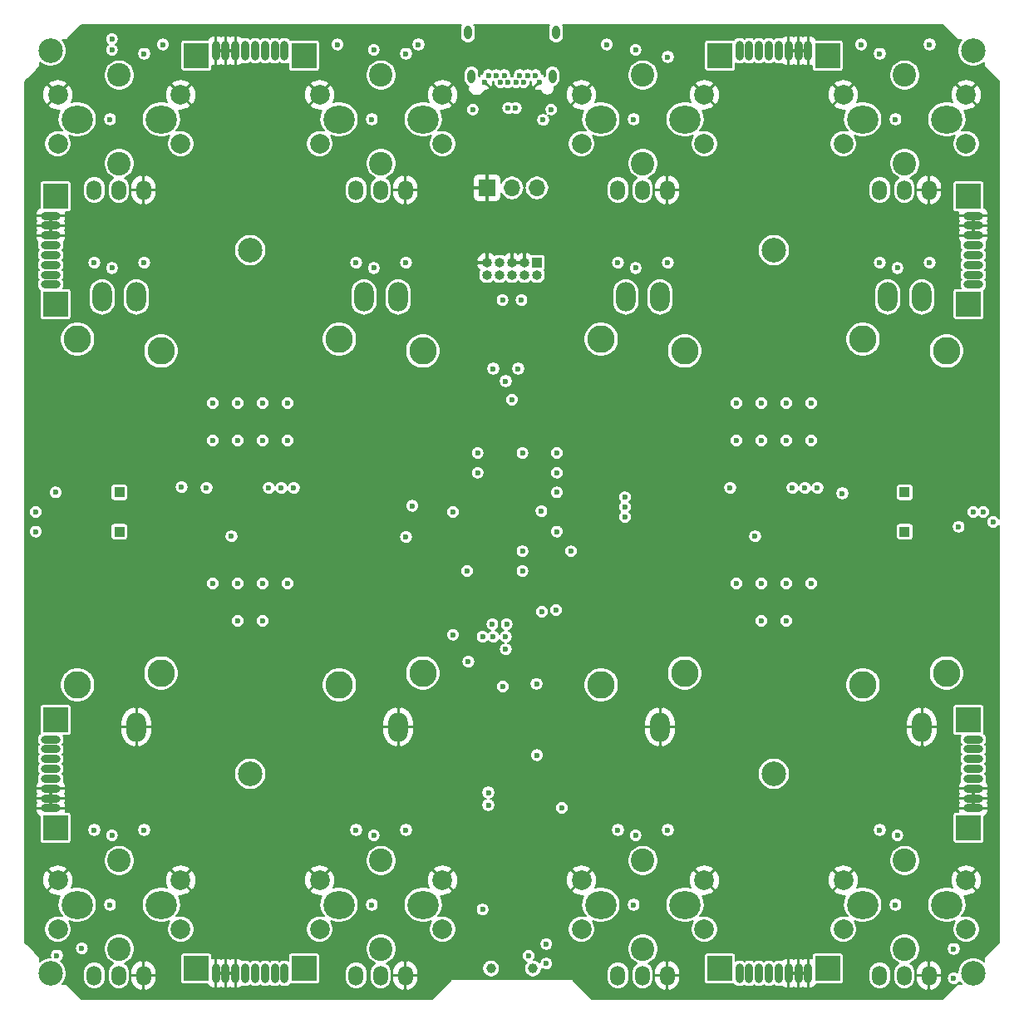
<source format=gbr>
G04 #@! TF.GenerationSoftware,KiCad,Pcbnew,(5.1.2)-2*
G04 #@! TF.CreationDate,2019-09-05T19:51:27+02:00*
G04 #@! TF.ProjectId,PBF4,50424634-2e6b-4696-9361-645f70636258,rev?*
G04 #@! TF.SameCoordinates,Original*
G04 #@! TF.FileFunction,Copper,L2,Inr*
G04 #@! TF.FilePolarity,Positive*
%FSLAX46Y46*%
G04 Gerber Fmt 4.6, Leading zero omitted, Abs format (unit mm)*
G04 Created by KiCad (PCBNEW (5.1.2)-2) date 2019-09-05 19:51:27*
%MOMM*%
%LPD*%
G04 APERTURE LIST*
%ADD10C,2.800000*%
%ADD11O,2.000000X3.000000*%
%ADD12C,2.500000*%
%ADD13C,0.600000*%
%ADD14O,0.800000X1.400000*%
%ADD15C,1.000000*%
%ADD16R,1.000000X1.000000*%
%ADD17R,2.500000X2.500000*%
%ADD18O,0.800000X2.000000*%
%ADD19O,3.200000X2.800000*%
%ADD20O,1.500000X2.000000*%
%ADD21C,2.400000*%
%ADD22C,2.000000*%
%ADD23O,2.000000X0.800000*%
%ADD24O,1.000000X1.000000*%
%ADD25O,1.700000X1.700000*%
%ADD26R,1.700000X1.700000*%
%ADD27C,0.152400*%
G04 APERTURE END LIST*
D10*
X135755000Y-117600000D03*
X144255000Y-116400000D03*
X135755000Y-82400000D03*
X144255000Y-83600000D03*
D11*
X141755000Y-121900000D03*
X138255000Y-78100000D03*
X141755000Y-78100000D03*
D10*
X109085000Y-117600000D03*
X117585000Y-116400000D03*
X109085000Y-82400000D03*
X117585000Y-83600000D03*
D11*
X115085000Y-121900000D03*
X111585000Y-78100000D03*
X115085000Y-78100000D03*
D10*
X82415000Y-117600000D03*
X90915000Y-116400000D03*
X82415000Y-82400000D03*
X90915000Y-83600000D03*
D11*
X88415000Y-121900000D03*
X84915000Y-78100000D03*
X88415000Y-78100000D03*
D10*
X55745000Y-117600000D03*
X64245000Y-116400000D03*
X55745000Y-82400000D03*
X64245000Y-83600000D03*
D11*
X61745000Y-121900000D03*
X58245000Y-78100000D03*
X61745000Y-78100000D03*
D12*
X73330000Y-126670000D03*
X126670000Y-126670000D03*
X126670000Y-73330000D03*
X73330000Y-73330000D03*
X53000000Y-147000000D03*
X147000000Y-147000000D03*
X147000000Y-53000000D03*
X53000000Y-53000000D03*
D13*
X102400000Y-55510000D03*
X101600000Y-55510000D03*
X100800000Y-55510000D03*
X99200000Y-55510000D03*
X98400000Y-55510000D03*
X97600000Y-55510000D03*
X102800000Y-56210000D03*
X101200000Y-56210000D03*
X100400000Y-56210000D03*
X99600000Y-56210000D03*
X98800000Y-56210000D03*
X97200000Y-56210000D03*
D14*
X104490000Y-51160000D03*
X95510000Y-51160000D03*
X95870000Y-55610000D03*
X104130000Y-55610000D03*
D15*
X97850000Y-146500000D03*
X102150000Y-146500000D03*
D16*
X140000000Y-102000000D03*
X60000000Y-102000000D03*
X140000000Y-98000000D03*
X60000000Y-98000000D03*
D17*
X132170000Y-146490000D03*
X121170000Y-146490000D03*
D18*
X123170000Y-146990000D03*
X124170000Y-146990000D03*
X125170000Y-146990000D03*
X126170000Y-146990000D03*
X127170000Y-146990000D03*
X128170000Y-146990000D03*
X129170000Y-146990000D03*
X130170000Y-146990000D03*
D19*
X64295000Y-140005000D03*
X55695000Y-140005000D03*
D20*
X62455000Y-147205000D03*
X59955000Y-147205000D03*
X57455000Y-147205000D03*
D17*
X78830000Y-146490000D03*
X67830000Y-146490000D03*
D18*
X69830000Y-146990000D03*
X70830000Y-146990000D03*
X71830000Y-146990000D03*
X72830000Y-146990000D03*
X73830000Y-146990000D03*
X74830000Y-146990000D03*
X75830000Y-146990000D03*
X76830000Y-146990000D03*
D21*
X140005000Y-144505000D03*
X140005000Y-135505000D03*
D22*
X133755000Y-142505000D03*
X146255000Y-137505000D03*
X146255000Y-142505000D03*
X133755000Y-137505000D03*
D21*
X140005000Y-64495000D03*
X140005000Y-55495000D03*
D22*
X133755000Y-62495000D03*
X146255000Y-57495000D03*
X146255000Y-62495000D03*
X133755000Y-57495000D03*
D21*
X113335000Y-144505000D03*
X113335000Y-135505000D03*
D22*
X107085000Y-142505000D03*
X119585000Y-137505000D03*
X119585000Y-142505000D03*
X107085000Y-137505000D03*
D21*
X113335000Y-64495000D03*
X113335000Y-55495000D03*
D22*
X107085000Y-62495000D03*
X119585000Y-57495000D03*
X119585000Y-62495000D03*
X107085000Y-57495000D03*
D21*
X86665000Y-144505000D03*
X86665000Y-135505000D03*
D22*
X80415000Y-142505000D03*
X92915000Y-137505000D03*
X92915000Y-142505000D03*
X80415000Y-137505000D03*
D21*
X86665000Y-64495000D03*
X86665000Y-55495000D03*
D22*
X80415000Y-62495000D03*
X92915000Y-57495000D03*
X92915000Y-62495000D03*
X80415000Y-57495000D03*
D21*
X59995000Y-144505000D03*
X59995000Y-135505000D03*
D22*
X53745000Y-142505000D03*
X66245000Y-137505000D03*
X66245000Y-142505000D03*
X53745000Y-137505000D03*
D21*
X59995000Y-64495000D03*
X59995000Y-55495000D03*
D22*
X53745000Y-62495000D03*
X66245000Y-57495000D03*
X66245000Y-62495000D03*
X53745000Y-57495000D03*
D19*
X144305000Y-140005000D03*
X135705000Y-140005000D03*
D20*
X142465000Y-147205000D03*
X139965000Y-147205000D03*
X137465000Y-147205000D03*
D19*
X144305000Y-59995000D03*
X135705000Y-59995000D03*
D20*
X142465000Y-67195000D03*
X139965000Y-67195000D03*
X137465000Y-67195000D03*
D19*
X117635000Y-140005000D03*
X109035000Y-140005000D03*
D20*
X115795000Y-147205000D03*
X113295000Y-147205000D03*
X110795000Y-147205000D03*
D19*
X117635000Y-59995000D03*
X109035000Y-59995000D03*
D20*
X115795000Y-67195000D03*
X113295000Y-67195000D03*
X110795000Y-67195000D03*
D19*
X90965000Y-140005000D03*
X82365000Y-140005000D03*
D20*
X89125000Y-147205000D03*
X86625000Y-147205000D03*
X84125000Y-147205000D03*
D19*
X90965000Y-59995000D03*
X82365000Y-59995000D03*
D20*
X89125000Y-67195000D03*
X86625000Y-67195000D03*
X84125000Y-67195000D03*
D19*
X64295000Y-59995000D03*
X55695000Y-59995000D03*
D20*
X62455000Y-67195000D03*
X59955000Y-67195000D03*
X57455000Y-67195000D03*
D17*
X146490000Y-121170000D03*
X146490000Y-132170000D03*
D23*
X146990000Y-130170000D03*
X146990000Y-129170000D03*
X146990000Y-128170000D03*
X146990000Y-127170000D03*
X146990000Y-126170000D03*
X146990000Y-125170000D03*
X146990000Y-124170000D03*
X146990000Y-123170000D03*
D17*
X146490000Y-67830000D03*
X146490000Y-78830000D03*
D23*
X146990000Y-76830000D03*
X146990000Y-75830000D03*
X146990000Y-74830000D03*
X146990000Y-73830000D03*
X146990000Y-72830000D03*
X146990000Y-71830000D03*
X146990000Y-70830000D03*
X146990000Y-69830000D03*
D17*
X121170000Y-53510000D03*
X132170000Y-53510000D03*
D18*
X130170000Y-53010000D03*
X129170000Y-53010000D03*
X128170000Y-53010000D03*
X127170000Y-53010000D03*
X126170000Y-53010000D03*
X125170000Y-53010000D03*
X124170000Y-53010000D03*
X123170000Y-53010000D03*
D17*
X67830000Y-53510000D03*
X78830000Y-53510000D03*
D18*
X76830000Y-53010000D03*
X75830000Y-53010000D03*
X74830000Y-53010000D03*
X73830000Y-53010000D03*
X72830000Y-53010000D03*
X71830000Y-53010000D03*
X70830000Y-53010000D03*
X69830000Y-53010000D03*
D17*
X53510000Y-132170000D03*
X53510000Y-121170000D03*
D23*
X53010000Y-123170000D03*
X53010000Y-124170000D03*
X53010000Y-125170000D03*
X53010000Y-126170000D03*
X53010000Y-127170000D03*
X53010000Y-128170000D03*
X53010000Y-129170000D03*
X53010000Y-130170000D03*
D17*
X53510000Y-78830000D03*
X53510000Y-67830000D03*
D23*
X53010000Y-69830000D03*
X53010000Y-70830000D03*
X53010000Y-71830000D03*
X53010000Y-72830000D03*
X53010000Y-73830000D03*
X53010000Y-74830000D03*
X53010000Y-75830000D03*
X53010000Y-76830000D03*
D24*
X97460000Y-75870000D03*
X97460000Y-74600000D03*
X98730000Y-75870000D03*
X98730000Y-74600000D03*
X100000000Y-75870000D03*
X100000000Y-74600000D03*
X101270000Y-75870000D03*
X101270000Y-74600000D03*
X102540000Y-75870000D03*
D16*
X102540000Y-74600000D03*
D25*
X102540000Y-66980000D03*
X100000000Y-66980000D03*
D26*
X97460000Y-66980000D03*
D13*
X122860000Y-94587500D03*
X125400000Y-94587500D03*
X127940000Y-94587500D03*
X130480000Y-94587500D03*
X122860000Y-105412500D03*
X125400000Y-105412500D03*
X127940000Y-105412500D03*
X130480000Y-105412500D03*
X69520000Y-105412500D03*
X72060000Y-105412500D03*
X74600000Y-105412500D03*
X77140000Y-105412500D03*
X77775000Y-102475000D03*
X76505000Y-102475000D03*
X75235000Y-102475000D03*
X69520000Y-94587500D03*
X72060000Y-94587500D03*
X74600000Y-94587500D03*
X77140000Y-94587500D03*
X103600000Y-115240000D03*
X60745000Y-131835000D03*
X87415000Y-131835000D03*
X114085000Y-131835000D03*
X140755000Y-131835000D03*
X60745000Y-74050000D03*
X87415000Y-74050000D03*
X114085000Y-74050000D03*
X140755000Y-74050000D03*
X128575000Y-102475000D03*
X129845000Y-102475000D03*
X131115000Y-102475000D03*
X87415000Y-51825000D03*
X137465000Y-51437500D03*
X140755000Y-51825000D03*
X62535000Y-51437500D03*
X66345000Y-102540000D03*
X98300000Y-145200000D03*
X97460000Y-126035000D03*
X97460000Y-124765000D03*
X97460000Y-123495000D03*
X97460000Y-120955000D03*
X102540000Y-128575000D03*
X102540000Y-127305000D03*
X102540000Y-126035000D03*
X102540000Y-122225000D03*
X100937500Y-117780000D03*
X95437500Y-98000000D03*
X101062500Y-96000000D03*
X106000000Y-96000000D03*
X102937500Y-94000000D03*
X94000000Y-95000000D03*
X97062500Y-98000000D03*
X98000000Y-99900000D03*
X95437500Y-102000000D03*
X98937500Y-104000000D03*
X98937500Y-106000000D03*
X94000000Y-104000000D03*
X133655000Y-101905000D03*
X104562500Y-106000000D03*
X106000000Y-102000000D03*
X102937500Y-98000000D03*
X106000000Y-98000000D03*
X96000010Y-58000000D03*
X104000000Y-58000000D03*
X114085000Y-51825000D03*
X110795000Y-51437500D03*
X102540000Y-123495000D03*
X97460000Y-127305000D03*
X130480000Y-111097500D03*
X122860000Y-111097500D03*
X77140000Y-111097500D03*
X69520000Y-111097500D03*
X103175000Y-61900000D03*
X97000000Y-140500000D03*
X59245000Y-132935000D03*
X85915000Y-132935000D03*
X112585000Y-132935000D03*
X139255000Y-132935000D03*
X59245000Y-75150000D03*
X85915000Y-75150000D03*
X112585000Y-75150000D03*
X139255000Y-75150000D03*
X59057500Y-59995000D03*
X85727500Y-59995000D03*
X112397500Y-59995000D03*
X139067500Y-59995000D03*
X59057500Y-140005000D03*
X85727500Y-140005000D03*
X112397500Y-140005000D03*
X139067500Y-140005000D03*
X137465000Y-53312500D03*
X62535000Y-53312500D03*
X122225000Y-97525000D03*
X68885000Y-97525000D03*
X66345000Y-97460000D03*
X59245000Y-52925000D03*
X133655000Y-98095000D03*
X101062500Y-104000000D03*
X112585000Y-52925000D03*
X89205000Y-53312500D03*
X85915000Y-52925000D03*
X72060000Y-92712500D03*
X74600000Y-92712500D03*
X69520000Y-92712500D03*
X77140000Y-92712500D03*
X69520000Y-107287500D03*
X77140000Y-107287500D03*
X72060000Y-107287500D03*
X74600000Y-107287500D03*
X125400000Y-92712500D03*
X127940000Y-92712500D03*
X122860000Y-92712500D03*
X130480000Y-92712500D03*
X122860000Y-107287500D03*
X130480000Y-107287500D03*
X125400000Y-107287500D03*
X127940000Y-107287500D03*
X102540000Y-124765016D03*
X99032500Y-78410000D03*
X100967500Y-78410000D03*
X99062500Y-117780000D03*
X98005000Y-111430000D03*
X104562500Y-96000000D03*
X95437500Y-106000000D03*
X101062500Y-106000000D03*
X104562500Y-102000000D03*
X106000000Y-104000000D03*
X94000000Y-112500000D03*
X104562500Y-94000000D03*
X104562500Y-98000000D03*
X105080000Y-130147500D03*
X96499991Y-93999991D03*
X96499981Y-96000019D03*
X101062500Y-94000000D03*
X64440000Y-52375000D03*
X82220000Y-52375000D03*
X109652000Y-52375000D03*
X90475000Y-52375008D03*
X62535000Y-132385000D03*
X84125000Y-132385000D03*
X135560000Y-52375000D03*
X115875000Y-53645010D03*
X89205000Y-132385000D03*
X110795000Y-132385000D03*
X57455000Y-74600000D03*
X142545000Y-52375000D03*
X115875000Y-132385000D03*
X137465000Y-132385000D03*
X62535000Y-74600000D03*
X84125000Y-74600000D03*
X99619000Y-58852000D03*
X100381000Y-58850223D03*
X103175007Y-60062507D03*
X99999999Y-88569999D03*
X99365000Y-86665000D03*
X100635000Y-85395000D03*
X56185000Y-144450000D03*
X53645000Y-145175000D03*
X145000000Y-147500000D03*
X145000024Y-144500000D03*
X103500000Y-146000000D03*
X103500000Y-144000000D03*
X96000000Y-59000000D03*
X104000000Y-59000000D03*
X51500018Y-102000018D03*
X51500000Y-100000000D03*
X53500000Y-98000000D03*
X149000000Y-101000000D03*
X148000000Y-100000018D03*
X104500000Y-110000000D03*
X103049989Y-110160000D03*
X147000000Y-100000000D03*
X145500000Y-101500000D03*
X103000003Y-99900000D03*
X128575000Y-97525000D03*
X75235000Y-97525000D03*
X111500000Y-100500000D03*
X129845000Y-97525000D03*
X76505000Y-97525000D03*
X111500000Y-99500000D03*
X131115000Y-97525000D03*
X77775000Y-97525000D03*
X111500000Y-98500000D03*
X71425000Y-102475000D03*
X89840000Y-99365000D03*
X124765000Y-102475000D03*
X89205000Y-102540000D03*
X99455010Y-111430000D03*
X98095000Y-112700000D03*
X97000000Y-112700000D03*
X99365000Y-112700000D03*
X99365000Y-113970000D03*
X95555016Y-115240000D03*
X94000000Y-100000000D03*
X89205000Y-74600000D03*
X110795000Y-74600000D03*
X115875000Y-74600000D03*
X137465000Y-74600000D03*
X101700000Y-145200000D03*
X98095000Y-85395000D03*
X72060000Y-88902500D03*
X74600000Y-88902500D03*
X69520000Y-88902500D03*
X77140000Y-88902500D03*
X72060000Y-111097500D03*
X74600000Y-111097500D03*
X125400000Y-88902500D03*
X127940000Y-88902500D03*
X122860000Y-88902500D03*
X130480000Y-88902500D03*
X125400000Y-111097500D03*
X127940000Y-111097500D03*
X97589999Y-129845000D03*
X97589999Y-128575000D03*
X102500000Y-117500000D03*
X59245000Y-51825000D03*
X57455000Y-132385000D03*
X142545000Y-74600000D03*
D27*
G36*
X94857482Y-50424001D02*
G01*
X94784960Y-50559678D01*
X94740301Y-50706897D01*
X94729000Y-50821640D01*
X94729000Y-51498359D01*
X94740301Y-51613102D01*
X94784960Y-51760321D01*
X94857481Y-51895998D01*
X94955078Y-52014922D01*
X95074001Y-52112519D01*
X95209678Y-52185040D01*
X95356897Y-52229699D01*
X95510000Y-52244778D01*
X95663102Y-52229699D01*
X95810321Y-52185040D01*
X95945998Y-52112519D01*
X96064922Y-52014922D01*
X96162519Y-51895999D01*
X96235040Y-51760322D01*
X96279699Y-51613103D01*
X96291000Y-51498360D01*
X96291000Y-50821640D01*
X96279699Y-50706897D01*
X96235040Y-50559678D01*
X96162519Y-50424001D01*
X96147746Y-50406000D01*
X103852255Y-50406000D01*
X103837482Y-50424001D01*
X103764960Y-50559678D01*
X103720301Y-50706897D01*
X103709000Y-50821640D01*
X103709000Y-51498359D01*
X103720301Y-51613102D01*
X103764960Y-51760321D01*
X103837481Y-51895998D01*
X103935078Y-52014922D01*
X104054001Y-52112519D01*
X104189678Y-52185040D01*
X104336897Y-52229699D01*
X104490000Y-52244778D01*
X104643102Y-52229699D01*
X104790321Y-52185040D01*
X104925998Y-52112519D01*
X105044922Y-52014922D01*
X105142519Y-51895999D01*
X105215040Y-51760322D01*
X105259699Y-51613103D01*
X105271000Y-51498360D01*
X105271000Y-50821640D01*
X105259699Y-50706897D01*
X105215040Y-50559678D01*
X105142519Y-50424001D01*
X105127746Y-50406000D01*
X143831831Y-50406000D01*
X145198813Y-51772984D01*
X145211526Y-51788474D01*
X145273347Y-51839210D01*
X145343879Y-51876910D01*
X145393866Y-51892073D01*
X145420409Y-51900125D01*
X145427904Y-51900863D01*
X145480059Y-51906000D01*
X145480066Y-51906000D01*
X145499999Y-51907963D01*
X145519932Y-51906000D01*
X145787417Y-51906000D01*
X145733119Y-51960298D01*
X145554626Y-52227432D01*
X145431678Y-52524255D01*
X145369000Y-52839360D01*
X145369000Y-53160640D01*
X145431678Y-53475745D01*
X145554626Y-53772568D01*
X145733119Y-54039702D01*
X145960298Y-54266881D01*
X146227432Y-54445374D01*
X146524255Y-54568322D01*
X146839360Y-54631000D01*
X147160640Y-54631000D01*
X147475745Y-54568322D01*
X147772568Y-54445374D01*
X148039702Y-54266881D01*
X148094001Y-54212582D01*
X148094001Y-54480057D01*
X148092037Y-54500000D01*
X148099875Y-54579589D01*
X148115471Y-54631000D01*
X148123091Y-54656121D01*
X148160791Y-54726653D01*
X148211527Y-54788474D01*
X148227020Y-54801189D01*
X149594000Y-56168171D01*
X149594001Y-100663218D01*
X149528967Y-100565888D01*
X149434112Y-100471033D01*
X149322574Y-100396506D01*
X149198640Y-100345171D01*
X149067073Y-100319000D01*
X148932927Y-100319000D01*
X148801360Y-100345171D01*
X148677426Y-100396506D01*
X148565888Y-100471033D01*
X148471033Y-100565888D01*
X148396506Y-100677426D01*
X148345171Y-100801360D01*
X148319000Y-100932927D01*
X148319000Y-101067073D01*
X148345171Y-101198640D01*
X148396506Y-101322574D01*
X148471033Y-101434112D01*
X148565888Y-101528967D01*
X148677426Y-101603494D01*
X148801360Y-101654829D01*
X148932927Y-101681000D01*
X149067073Y-101681000D01*
X149198640Y-101654829D01*
X149322574Y-101603494D01*
X149434112Y-101528967D01*
X149528967Y-101434112D01*
X149594001Y-101336782D01*
X149594001Y-143831828D01*
X148227024Y-145198807D01*
X148211526Y-145211526D01*
X148160790Y-145273348D01*
X148123090Y-145343880D01*
X148099875Y-145420411D01*
X148094000Y-145480060D01*
X148094000Y-145480067D01*
X148092037Y-145500000D01*
X148094000Y-145519933D01*
X148094000Y-145787417D01*
X148039702Y-145733119D01*
X147772568Y-145554626D01*
X147475745Y-145431678D01*
X147160640Y-145369000D01*
X146839360Y-145369000D01*
X146524255Y-145431678D01*
X146227432Y-145554626D01*
X145960298Y-145733119D01*
X145733119Y-145960298D01*
X145554626Y-146227432D01*
X145431678Y-146524255D01*
X145369000Y-146839360D01*
X145369000Y-146927527D01*
X145322574Y-146896506D01*
X145198640Y-146845171D01*
X145067073Y-146819000D01*
X144932927Y-146819000D01*
X144801360Y-146845171D01*
X144677426Y-146896506D01*
X144565888Y-146971033D01*
X144471033Y-147065888D01*
X144396506Y-147177426D01*
X144345171Y-147301360D01*
X144319000Y-147432927D01*
X144319000Y-147567073D01*
X144345171Y-147698640D01*
X144396506Y-147822574D01*
X144471033Y-147934112D01*
X144565888Y-148028967D01*
X144677426Y-148103494D01*
X144801360Y-148154829D01*
X144932927Y-148181000D01*
X145067073Y-148181000D01*
X145198640Y-148154829D01*
X145322574Y-148103494D01*
X145434112Y-148028967D01*
X145528967Y-147934112D01*
X145595766Y-147834139D01*
X145733119Y-148039702D01*
X145787417Y-148094000D01*
X145519932Y-148094000D01*
X145499999Y-148092037D01*
X145480066Y-148094000D01*
X145480059Y-148094000D01*
X145427904Y-148099137D01*
X145420409Y-148099875D01*
X145397194Y-148106917D01*
X145343879Y-148123090D01*
X145273347Y-148160790D01*
X145211526Y-148211526D01*
X145198816Y-148227014D01*
X143831831Y-149594000D01*
X108168171Y-149594000D01*
X106301193Y-147727024D01*
X106288474Y-147711526D01*
X106226653Y-147660790D01*
X106156121Y-147623090D01*
X106079590Y-147599875D01*
X106019941Y-147594000D01*
X106019933Y-147594000D01*
X106000000Y-147592037D01*
X105980067Y-147594000D01*
X94019932Y-147594000D01*
X93999999Y-147592037D01*
X93980066Y-147594000D01*
X93980059Y-147594000D01*
X93920410Y-147599875D01*
X93843879Y-147623090D01*
X93773347Y-147660790D01*
X93711526Y-147711526D01*
X93698816Y-147727013D01*
X91831831Y-149594000D01*
X56168171Y-149594000D01*
X54801193Y-148227024D01*
X54788474Y-148211526D01*
X54726653Y-148160790D01*
X54656121Y-148123090D01*
X54579590Y-148099875D01*
X54519941Y-148094000D01*
X54519933Y-148094000D01*
X54500000Y-148092037D01*
X54480067Y-148094000D01*
X54212583Y-148094000D01*
X54266881Y-148039702D01*
X54445374Y-147772568D01*
X54568322Y-147475745D01*
X54631000Y-147160640D01*
X54631000Y-146899443D01*
X56324000Y-146899443D01*
X56324000Y-147510558D01*
X56340365Y-147676715D01*
X56405037Y-147889909D01*
X56510059Y-148086390D01*
X56651394Y-148258607D01*
X56823611Y-148399942D01*
X57020092Y-148504963D01*
X57233286Y-148569635D01*
X57455000Y-148591472D01*
X57676715Y-148569635D01*
X57889909Y-148504963D01*
X58086390Y-148399942D01*
X58258607Y-148258607D01*
X58399942Y-148086390D01*
X58504963Y-147889908D01*
X58569635Y-147676714D01*
X58586000Y-147510557D01*
X58586000Y-146899442D01*
X58569635Y-146733285D01*
X58504963Y-146520091D01*
X58399942Y-146323610D01*
X58258607Y-146151393D01*
X58086390Y-146010058D01*
X57889908Y-145905037D01*
X57676714Y-145840365D01*
X57455000Y-145818528D01*
X57233285Y-145840365D01*
X57020091Y-145905037D01*
X56823610Y-146010058D01*
X56651393Y-146151393D01*
X56510058Y-146323610D01*
X56405037Y-146520092D01*
X56340365Y-146733286D01*
X56324000Y-146899443D01*
X54631000Y-146899443D01*
X54631000Y-146839360D01*
X54568322Y-146524255D01*
X54445374Y-146227432D01*
X54266881Y-145960298D01*
X54039702Y-145733119D01*
X54037592Y-145731709D01*
X54079112Y-145703967D01*
X54173967Y-145609112D01*
X54248494Y-145497574D01*
X54299829Y-145373640D01*
X54326000Y-145242073D01*
X54326000Y-145107927D01*
X54299829Y-144976360D01*
X54248494Y-144852426D01*
X54173967Y-144740888D01*
X54079112Y-144646033D01*
X53967574Y-144571506D01*
X53843640Y-144520171D01*
X53712073Y-144494000D01*
X53577927Y-144494000D01*
X53446360Y-144520171D01*
X53322426Y-144571506D01*
X53210888Y-144646033D01*
X53116033Y-144740888D01*
X53041506Y-144852426D01*
X52990171Y-144976360D01*
X52964000Y-145107927D01*
X52964000Y-145242073D01*
X52989248Y-145369000D01*
X52839360Y-145369000D01*
X52524255Y-145431678D01*
X52227432Y-145554626D01*
X51960298Y-145733119D01*
X51906000Y-145787417D01*
X51906000Y-145519932D01*
X51907963Y-145499999D01*
X51906000Y-145480066D01*
X51906000Y-145480059D01*
X51900125Y-145420410D01*
X51876910Y-145343879D01*
X51839210Y-145273347D01*
X51788474Y-145211526D01*
X51772986Y-145198816D01*
X50957097Y-144382927D01*
X55504000Y-144382927D01*
X55504000Y-144517073D01*
X55530171Y-144648640D01*
X55581506Y-144772574D01*
X55656033Y-144884112D01*
X55750888Y-144978967D01*
X55862426Y-145053494D01*
X55986360Y-145104829D01*
X56117927Y-145131000D01*
X56252073Y-145131000D01*
X56383640Y-145104829D01*
X56507574Y-145053494D01*
X56619112Y-144978967D01*
X56713967Y-144884112D01*
X56788494Y-144772574D01*
X56839829Y-144648640D01*
X56866000Y-144517073D01*
X56866000Y-144382927D01*
X56859309Y-144349285D01*
X58414000Y-144349285D01*
X58414000Y-144660715D01*
X58474757Y-144966161D01*
X58593936Y-145253884D01*
X58766957Y-145512829D01*
X58987171Y-145733043D01*
X59246116Y-145906064D01*
X59399391Y-145969553D01*
X59323610Y-146010058D01*
X59151393Y-146151393D01*
X59010058Y-146323610D01*
X58905037Y-146520092D01*
X58840365Y-146733286D01*
X58824000Y-146899443D01*
X58824000Y-147510558D01*
X58840365Y-147676715D01*
X58905037Y-147889909D01*
X59010059Y-148086390D01*
X59151394Y-148258607D01*
X59323611Y-148399942D01*
X59520092Y-148504963D01*
X59733286Y-148569635D01*
X59955000Y-148591472D01*
X60176715Y-148569635D01*
X60389909Y-148504963D01*
X60586390Y-148399942D01*
X60758607Y-148258607D01*
X60899942Y-148086390D01*
X61004963Y-147889908D01*
X61069635Y-147676714D01*
X61086000Y-147510557D01*
X61086000Y-147255800D01*
X61120800Y-147255800D01*
X61120800Y-147505800D01*
X61156347Y-147765113D01*
X61241800Y-148012509D01*
X61373876Y-148238480D01*
X61547499Y-148434342D01*
X61755997Y-148592569D01*
X61991357Y-148707080D01*
X62196262Y-148763872D01*
X62404200Y-148642064D01*
X62404200Y-147255800D01*
X62505800Y-147255800D01*
X62505800Y-148642064D01*
X62713738Y-148763872D01*
X62918643Y-148707080D01*
X63154003Y-148592569D01*
X63362501Y-148434342D01*
X63536124Y-148238480D01*
X63668200Y-148012509D01*
X63753653Y-147765113D01*
X63789200Y-147505800D01*
X63789200Y-147255800D01*
X62505800Y-147255800D01*
X62404200Y-147255800D01*
X61120800Y-147255800D01*
X61086000Y-147255800D01*
X61086000Y-146904200D01*
X61120800Y-146904200D01*
X61120800Y-147154200D01*
X62404200Y-147154200D01*
X62404200Y-145767936D01*
X62505800Y-145767936D01*
X62505800Y-147154200D01*
X63789200Y-147154200D01*
X63789200Y-146904200D01*
X63753653Y-146644887D01*
X63668200Y-146397491D01*
X63536124Y-146171520D01*
X63362501Y-145975658D01*
X63154003Y-145817431D01*
X62918643Y-145702920D01*
X62713738Y-145646128D01*
X62505800Y-145767936D01*
X62404200Y-145767936D01*
X62196262Y-145646128D01*
X61991357Y-145702920D01*
X61755997Y-145817431D01*
X61547499Y-145975658D01*
X61373876Y-146171520D01*
X61241800Y-146397491D01*
X61156347Y-146644887D01*
X61120800Y-146904200D01*
X61086000Y-146904200D01*
X61086000Y-146899442D01*
X61069635Y-146733285D01*
X61004963Y-146520091D01*
X60899942Y-146323610D01*
X60758607Y-146151393D01*
X60586390Y-146010058D01*
X60545537Y-145988222D01*
X60743884Y-145906064D01*
X61002829Y-145733043D01*
X61223043Y-145512829D01*
X61396064Y-145253884D01*
X61401814Y-145240000D01*
X66197157Y-145240000D01*
X66197157Y-147740000D01*
X66204513Y-147814689D01*
X66226299Y-147886508D01*
X66261678Y-147952696D01*
X66309289Y-148010711D01*
X66367304Y-148058322D01*
X66433492Y-148093701D01*
X66505311Y-148115487D01*
X66580000Y-148122843D01*
X69006023Y-148122843D01*
X69039890Y-148179031D01*
X69169986Y-148321856D01*
X69325446Y-148436556D01*
X69500296Y-148518723D01*
X69626068Y-148552840D01*
X69779200Y-148426609D01*
X69779200Y-147040800D01*
X69845800Y-147040800D01*
X69845800Y-147640800D01*
X69874622Y-147831832D01*
X69880800Y-147848964D01*
X69880800Y-148426609D01*
X70033932Y-148552840D01*
X70159704Y-148518723D01*
X70330000Y-148438696D01*
X70500296Y-148518723D01*
X70626068Y-148552840D01*
X70779200Y-148426609D01*
X70779200Y-147848964D01*
X70785378Y-147831832D01*
X70814200Y-147640800D01*
X70814200Y-147040800D01*
X70845800Y-147040800D01*
X70845800Y-147640800D01*
X70874622Y-147831832D01*
X70880800Y-147848964D01*
X70880800Y-148426609D01*
X71033932Y-148552840D01*
X71159704Y-148518723D01*
X71330000Y-148438696D01*
X71500296Y-148518723D01*
X71626068Y-148552840D01*
X71779200Y-148426609D01*
X71779200Y-147848964D01*
X71785378Y-147831832D01*
X71814200Y-147640800D01*
X71814200Y-147040800D01*
X70845800Y-147040800D01*
X70814200Y-147040800D01*
X69845800Y-147040800D01*
X69779200Y-147040800D01*
X69759200Y-147040800D01*
X69759200Y-146939200D01*
X69779200Y-146939200D01*
X69779200Y-146339200D01*
X69845800Y-146339200D01*
X69845800Y-146939200D01*
X70814200Y-146939200D01*
X70814200Y-146339200D01*
X70845800Y-146339200D01*
X70845800Y-146939200D01*
X71814200Y-146939200D01*
X71814200Y-146339200D01*
X71785378Y-146148168D01*
X71779200Y-146131036D01*
X71779200Y-145553391D01*
X71880800Y-145553391D01*
X71880800Y-146939200D01*
X71900800Y-146939200D01*
X71900800Y-147040800D01*
X71880800Y-147040800D01*
X71880800Y-148426609D01*
X72033932Y-148552840D01*
X72159704Y-148518723D01*
X72334554Y-148436556D01*
X72490014Y-148321856D01*
X72507177Y-148303013D01*
X72529678Y-148315040D01*
X72676897Y-148359699D01*
X72830000Y-148374778D01*
X72983102Y-148359699D01*
X73130321Y-148315040D01*
X73265998Y-148242519D01*
X73330000Y-148189995D01*
X73394001Y-148242519D01*
X73529678Y-148315040D01*
X73676897Y-148359699D01*
X73830000Y-148374778D01*
X73983102Y-148359699D01*
X74130321Y-148315040D01*
X74265998Y-148242519D01*
X74330000Y-148189995D01*
X74394001Y-148242519D01*
X74529678Y-148315040D01*
X74676897Y-148359699D01*
X74830000Y-148374778D01*
X74983102Y-148359699D01*
X75130321Y-148315040D01*
X75265998Y-148242519D01*
X75330000Y-148189995D01*
X75394001Y-148242519D01*
X75529678Y-148315040D01*
X75676897Y-148359699D01*
X75830000Y-148374778D01*
X75983102Y-148359699D01*
X76130321Y-148315040D01*
X76265998Y-148242519D01*
X76330000Y-148189995D01*
X76394001Y-148242519D01*
X76529678Y-148315040D01*
X76676897Y-148359699D01*
X76830000Y-148374778D01*
X76983102Y-148359699D01*
X77130321Y-148315040D01*
X77265998Y-148242519D01*
X77384922Y-148144922D01*
X77428950Y-148091273D01*
X77433492Y-148093701D01*
X77505311Y-148115487D01*
X77580000Y-148122843D01*
X80080000Y-148122843D01*
X80154689Y-148115487D01*
X80226508Y-148093701D01*
X80292696Y-148058322D01*
X80350711Y-148010711D01*
X80398322Y-147952696D01*
X80433701Y-147886508D01*
X80455487Y-147814689D01*
X80462843Y-147740000D01*
X80462843Y-146899443D01*
X82994000Y-146899443D01*
X82994000Y-147510558D01*
X83010365Y-147676715D01*
X83075037Y-147889909D01*
X83180059Y-148086390D01*
X83321394Y-148258607D01*
X83493611Y-148399942D01*
X83690092Y-148504963D01*
X83903286Y-148569635D01*
X84125000Y-148591472D01*
X84346715Y-148569635D01*
X84559909Y-148504963D01*
X84756390Y-148399942D01*
X84928607Y-148258607D01*
X85069942Y-148086390D01*
X85174963Y-147889908D01*
X85239635Y-147676714D01*
X85256000Y-147510557D01*
X85256000Y-146899442D01*
X85239635Y-146733285D01*
X85174963Y-146520091D01*
X85069942Y-146323610D01*
X84928607Y-146151393D01*
X84756390Y-146010058D01*
X84559908Y-145905037D01*
X84346714Y-145840365D01*
X84125000Y-145818528D01*
X83903285Y-145840365D01*
X83690091Y-145905037D01*
X83493610Y-146010058D01*
X83321393Y-146151393D01*
X83180058Y-146323610D01*
X83075037Y-146520092D01*
X83010365Y-146733286D01*
X82994000Y-146899443D01*
X80462843Y-146899443D01*
X80462843Y-145240000D01*
X80455487Y-145165311D01*
X80433701Y-145093492D01*
X80398322Y-145027304D01*
X80350711Y-144969289D01*
X80292696Y-144921678D01*
X80226508Y-144886299D01*
X80154689Y-144864513D01*
X80080000Y-144857157D01*
X77580000Y-144857157D01*
X77505311Y-144864513D01*
X77433492Y-144886299D01*
X77367304Y-144921678D01*
X77309289Y-144969289D01*
X77261678Y-145027304D01*
X77226299Y-145093492D01*
X77204513Y-145165311D01*
X77197157Y-145240000D01*
X77197157Y-145700684D01*
X77130322Y-145664960D01*
X76983103Y-145620301D01*
X76830000Y-145605222D01*
X76676898Y-145620301D01*
X76529679Y-145664960D01*
X76394002Y-145737481D01*
X76330001Y-145790005D01*
X76265999Y-145737481D01*
X76130322Y-145664960D01*
X75983103Y-145620301D01*
X75830000Y-145605222D01*
X75676898Y-145620301D01*
X75529679Y-145664960D01*
X75394002Y-145737481D01*
X75330001Y-145790005D01*
X75265999Y-145737481D01*
X75130322Y-145664960D01*
X74983103Y-145620301D01*
X74830000Y-145605222D01*
X74676898Y-145620301D01*
X74529679Y-145664960D01*
X74394002Y-145737481D01*
X74330001Y-145790005D01*
X74265999Y-145737481D01*
X74130322Y-145664960D01*
X73983103Y-145620301D01*
X73830000Y-145605222D01*
X73676898Y-145620301D01*
X73529679Y-145664960D01*
X73394002Y-145737481D01*
X73330001Y-145790005D01*
X73265999Y-145737481D01*
X73130322Y-145664960D01*
X72983103Y-145620301D01*
X72830000Y-145605222D01*
X72676898Y-145620301D01*
X72529679Y-145664960D01*
X72507178Y-145676987D01*
X72490014Y-145658144D01*
X72334554Y-145543444D01*
X72159704Y-145461277D01*
X72033932Y-145427160D01*
X71880800Y-145553391D01*
X71779200Y-145553391D01*
X71626068Y-145427160D01*
X71500296Y-145461277D01*
X71330000Y-145541304D01*
X71159704Y-145461277D01*
X71033932Y-145427160D01*
X70880800Y-145553391D01*
X70880800Y-146131036D01*
X70874622Y-146148168D01*
X70845800Y-146339200D01*
X70814200Y-146339200D01*
X70785378Y-146148168D01*
X70779200Y-146131036D01*
X70779200Y-145553391D01*
X70626068Y-145427160D01*
X70500296Y-145461277D01*
X70330000Y-145541304D01*
X70159704Y-145461277D01*
X70033932Y-145427160D01*
X69880800Y-145553391D01*
X69880800Y-146131036D01*
X69874622Y-146148168D01*
X69845800Y-146339200D01*
X69779200Y-146339200D01*
X69779200Y-145553391D01*
X69626068Y-145427160D01*
X69500296Y-145461277D01*
X69462843Y-145478877D01*
X69462843Y-145240000D01*
X69455487Y-145165311D01*
X69433701Y-145093492D01*
X69398322Y-145027304D01*
X69350711Y-144969289D01*
X69292696Y-144921678D01*
X69226508Y-144886299D01*
X69154689Y-144864513D01*
X69080000Y-144857157D01*
X66580000Y-144857157D01*
X66505311Y-144864513D01*
X66433492Y-144886299D01*
X66367304Y-144921678D01*
X66309289Y-144969289D01*
X66261678Y-145027304D01*
X66226299Y-145093492D01*
X66204513Y-145165311D01*
X66197157Y-145240000D01*
X61401814Y-145240000D01*
X61515243Y-144966161D01*
X61576000Y-144660715D01*
X61576000Y-144349285D01*
X85084000Y-144349285D01*
X85084000Y-144660715D01*
X85144757Y-144966161D01*
X85263936Y-145253884D01*
X85436957Y-145512829D01*
X85657171Y-145733043D01*
X85916116Y-145906064D01*
X86069391Y-145969553D01*
X85993610Y-146010058D01*
X85821393Y-146151393D01*
X85680058Y-146323610D01*
X85575037Y-146520092D01*
X85510365Y-146733286D01*
X85494000Y-146899443D01*
X85494000Y-147510558D01*
X85510365Y-147676715D01*
X85575037Y-147889909D01*
X85680059Y-148086390D01*
X85821394Y-148258607D01*
X85993611Y-148399942D01*
X86190092Y-148504963D01*
X86403286Y-148569635D01*
X86625000Y-148591472D01*
X86846715Y-148569635D01*
X87059909Y-148504963D01*
X87256390Y-148399942D01*
X87428607Y-148258607D01*
X87569942Y-148086390D01*
X87674963Y-147889908D01*
X87739635Y-147676714D01*
X87756000Y-147510557D01*
X87756000Y-147255800D01*
X87790800Y-147255800D01*
X87790800Y-147505800D01*
X87826347Y-147765113D01*
X87911800Y-148012509D01*
X88043876Y-148238480D01*
X88217499Y-148434342D01*
X88425997Y-148592569D01*
X88661357Y-148707080D01*
X88866262Y-148763872D01*
X89074200Y-148642064D01*
X89074200Y-147255800D01*
X89175800Y-147255800D01*
X89175800Y-148642064D01*
X89383738Y-148763872D01*
X89588643Y-148707080D01*
X89824003Y-148592569D01*
X90032501Y-148434342D01*
X90206124Y-148238480D01*
X90338200Y-148012509D01*
X90423653Y-147765113D01*
X90459200Y-147505800D01*
X90459200Y-147255800D01*
X89175800Y-147255800D01*
X89074200Y-147255800D01*
X87790800Y-147255800D01*
X87756000Y-147255800D01*
X87756000Y-146904200D01*
X87790800Y-146904200D01*
X87790800Y-147154200D01*
X89074200Y-147154200D01*
X89074200Y-145767936D01*
X89175800Y-145767936D01*
X89175800Y-147154200D01*
X90459200Y-147154200D01*
X90459200Y-146904200D01*
X90423653Y-146644887D01*
X90343637Y-146413229D01*
X96969000Y-146413229D01*
X96969000Y-146586771D01*
X97002856Y-146756978D01*
X97069268Y-146917310D01*
X97165682Y-147061605D01*
X97288395Y-147184318D01*
X97432690Y-147280732D01*
X97593022Y-147347144D01*
X97763229Y-147381000D01*
X97936771Y-147381000D01*
X98106978Y-147347144D01*
X98267310Y-147280732D01*
X98411605Y-147184318D01*
X98534318Y-147061605D01*
X98630732Y-146917310D01*
X98697144Y-146756978D01*
X98731000Y-146586771D01*
X98731000Y-146413229D01*
X98697144Y-146243022D01*
X98630732Y-146082690D01*
X98534318Y-145938395D01*
X98411605Y-145815682D01*
X98267310Y-145719268D01*
X98106978Y-145652856D01*
X97936771Y-145619000D01*
X97763229Y-145619000D01*
X97593022Y-145652856D01*
X97432690Y-145719268D01*
X97288395Y-145815682D01*
X97165682Y-145938395D01*
X97069268Y-146082690D01*
X97002856Y-146243022D01*
X96969000Y-146413229D01*
X90343637Y-146413229D01*
X90338200Y-146397491D01*
X90206124Y-146171520D01*
X90032501Y-145975658D01*
X89824003Y-145817431D01*
X89588643Y-145702920D01*
X89383738Y-145646128D01*
X89175800Y-145767936D01*
X89074200Y-145767936D01*
X88866262Y-145646128D01*
X88661357Y-145702920D01*
X88425997Y-145817431D01*
X88217499Y-145975658D01*
X88043876Y-146171520D01*
X87911800Y-146397491D01*
X87826347Y-146644887D01*
X87790800Y-146904200D01*
X87756000Y-146904200D01*
X87756000Y-146899442D01*
X87739635Y-146733285D01*
X87674963Y-146520091D01*
X87569942Y-146323610D01*
X87428607Y-146151393D01*
X87256390Y-146010058D01*
X87215537Y-145988222D01*
X87413884Y-145906064D01*
X87672829Y-145733043D01*
X87893043Y-145512829D01*
X88066064Y-145253884D01*
X88116166Y-145132927D01*
X101019000Y-145132927D01*
X101019000Y-145267073D01*
X101045171Y-145398640D01*
X101096506Y-145522574D01*
X101171033Y-145634112D01*
X101265888Y-145728967D01*
X101377426Y-145803494D01*
X101501360Y-145854829D01*
X101541303Y-145862774D01*
X101465682Y-145938395D01*
X101369268Y-146082690D01*
X101302856Y-146243022D01*
X101269000Y-146413229D01*
X101269000Y-146586771D01*
X101302856Y-146756978D01*
X101369268Y-146917310D01*
X101465682Y-147061605D01*
X101588395Y-147184318D01*
X101732690Y-147280732D01*
X101893022Y-147347144D01*
X102063229Y-147381000D01*
X102236771Y-147381000D01*
X102406978Y-147347144D01*
X102567310Y-147280732D01*
X102711605Y-147184318D01*
X102834318Y-147061605D01*
X102930732Y-146917310D01*
X102938132Y-146899443D01*
X109664000Y-146899443D01*
X109664000Y-147510558D01*
X109680365Y-147676715D01*
X109745037Y-147889909D01*
X109850059Y-148086390D01*
X109991394Y-148258607D01*
X110163611Y-148399942D01*
X110360092Y-148504963D01*
X110573286Y-148569635D01*
X110795000Y-148591472D01*
X111016715Y-148569635D01*
X111229909Y-148504963D01*
X111426390Y-148399942D01*
X111598607Y-148258607D01*
X111739942Y-148086390D01*
X111844963Y-147889908D01*
X111909635Y-147676714D01*
X111926000Y-147510557D01*
X111926000Y-146899442D01*
X111909635Y-146733285D01*
X111844963Y-146520091D01*
X111739942Y-146323610D01*
X111598607Y-146151393D01*
X111426390Y-146010058D01*
X111229908Y-145905037D01*
X111016714Y-145840365D01*
X110795000Y-145818528D01*
X110573285Y-145840365D01*
X110360091Y-145905037D01*
X110163610Y-146010058D01*
X109991393Y-146151393D01*
X109850058Y-146323610D01*
X109745037Y-146520092D01*
X109680365Y-146733286D01*
X109664000Y-146899443D01*
X102938132Y-146899443D01*
X102997144Y-146756978D01*
X103031000Y-146586771D01*
X103031000Y-146494079D01*
X103065888Y-146528967D01*
X103177426Y-146603494D01*
X103301360Y-146654829D01*
X103432927Y-146681000D01*
X103567073Y-146681000D01*
X103698640Y-146654829D01*
X103822574Y-146603494D01*
X103934112Y-146528967D01*
X104028967Y-146434112D01*
X104103494Y-146322574D01*
X104154829Y-146198640D01*
X104181000Y-146067073D01*
X104181000Y-145932927D01*
X104154829Y-145801360D01*
X104103494Y-145677426D01*
X104028967Y-145565888D01*
X103934112Y-145471033D01*
X103822574Y-145396506D01*
X103698640Y-145345171D01*
X103567073Y-145319000D01*
X103432927Y-145319000D01*
X103301360Y-145345171D01*
X103177426Y-145396506D01*
X103065888Y-145471033D01*
X102971033Y-145565888D01*
X102896506Y-145677426D01*
X102845171Y-145801360D01*
X102820634Y-145924711D01*
X102711605Y-145815682D01*
X102567310Y-145719268D01*
X102406978Y-145652856D01*
X102238795Y-145619403D01*
X102303494Y-145522574D01*
X102354829Y-145398640D01*
X102381000Y-145267073D01*
X102381000Y-145132927D01*
X102354829Y-145001360D01*
X102303494Y-144877426D01*
X102228967Y-144765888D01*
X102134112Y-144671033D01*
X102022574Y-144596506D01*
X101898640Y-144545171D01*
X101767073Y-144519000D01*
X101632927Y-144519000D01*
X101501360Y-144545171D01*
X101377426Y-144596506D01*
X101265888Y-144671033D01*
X101171033Y-144765888D01*
X101096506Y-144877426D01*
X101045171Y-145001360D01*
X101019000Y-145132927D01*
X88116166Y-145132927D01*
X88185243Y-144966161D01*
X88246000Y-144660715D01*
X88246000Y-144349285D01*
X88185243Y-144043839D01*
X88139302Y-143932927D01*
X102819000Y-143932927D01*
X102819000Y-144067073D01*
X102845171Y-144198640D01*
X102896506Y-144322574D01*
X102971033Y-144434112D01*
X103065888Y-144528967D01*
X103177426Y-144603494D01*
X103301360Y-144654829D01*
X103432927Y-144681000D01*
X103567073Y-144681000D01*
X103698640Y-144654829D01*
X103822574Y-144603494D01*
X103934112Y-144528967D01*
X104028967Y-144434112D01*
X104085646Y-144349285D01*
X111754000Y-144349285D01*
X111754000Y-144660715D01*
X111814757Y-144966161D01*
X111933936Y-145253884D01*
X112106957Y-145512829D01*
X112327171Y-145733043D01*
X112586116Y-145906064D01*
X112739391Y-145969553D01*
X112663610Y-146010058D01*
X112491393Y-146151393D01*
X112350058Y-146323610D01*
X112245037Y-146520092D01*
X112180365Y-146733286D01*
X112164000Y-146899443D01*
X112164000Y-147510558D01*
X112180365Y-147676715D01*
X112245037Y-147889909D01*
X112350059Y-148086390D01*
X112491394Y-148258607D01*
X112663611Y-148399942D01*
X112860092Y-148504963D01*
X113073286Y-148569635D01*
X113295000Y-148591472D01*
X113516715Y-148569635D01*
X113729909Y-148504963D01*
X113926390Y-148399942D01*
X114098607Y-148258607D01*
X114239942Y-148086390D01*
X114344963Y-147889908D01*
X114409635Y-147676714D01*
X114426000Y-147510557D01*
X114426000Y-147255800D01*
X114460800Y-147255800D01*
X114460800Y-147505800D01*
X114496347Y-147765113D01*
X114581800Y-148012509D01*
X114713876Y-148238480D01*
X114887499Y-148434342D01*
X115095997Y-148592569D01*
X115331357Y-148707080D01*
X115536262Y-148763872D01*
X115744200Y-148642064D01*
X115744200Y-147255800D01*
X115845800Y-147255800D01*
X115845800Y-148642064D01*
X116053738Y-148763872D01*
X116258643Y-148707080D01*
X116494003Y-148592569D01*
X116702501Y-148434342D01*
X116876124Y-148238480D01*
X117008200Y-148012509D01*
X117093653Y-147765113D01*
X117129200Y-147505800D01*
X117129200Y-147255800D01*
X115845800Y-147255800D01*
X115744200Y-147255800D01*
X114460800Y-147255800D01*
X114426000Y-147255800D01*
X114426000Y-146904200D01*
X114460800Y-146904200D01*
X114460800Y-147154200D01*
X115744200Y-147154200D01*
X115744200Y-145767936D01*
X115845800Y-145767936D01*
X115845800Y-147154200D01*
X117129200Y-147154200D01*
X117129200Y-146904200D01*
X117093653Y-146644887D01*
X117008200Y-146397491D01*
X116876124Y-146171520D01*
X116702501Y-145975658D01*
X116494003Y-145817431D01*
X116258643Y-145702920D01*
X116053738Y-145646128D01*
X115845800Y-145767936D01*
X115744200Y-145767936D01*
X115536262Y-145646128D01*
X115331357Y-145702920D01*
X115095997Y-145817431D01*
X114887499Y-145975658D01*
X114713876Y-146171520D01*
X114581800Y-146397491D01*
X114496347Y-146644887D01*
X114460800Y-146904200D01*
X114426000Y-146904200D01*
X114426000Y-146899442D01*
X114409635Y-146733285D01*
X114344963Y-146520091D01*
X114239942Y-146323610D01*
X114098607Y-146151393D01*
X113926390Y-146010058D01*
X113885537Y-145988222D01*
X114083884Y-145906064D01*
X114342829Y-145733043D01*
X114563043Y-145512829D01*
X114736064Y-145253884D01*
X114741814Y-145240000D01*
X119537157Y-145240000D01*
X119537157Y-147740000D01*
X119544513Y-147814689D01*
X119566299Y-147886508D01*
X119601678Y-147952696D01*
X119649289Y-148010711D01*
X119707304Y-148058322D01*
X119773492Y-148093701D01*
X119845311Y-148115487D01*
X119920000Y-148122843D01*
X122420000Y-148122843D01*
X122494689Y-148115487D01*
X122566508Y-148093701D01*
X122571050Y-148091273D01*
X122615078Y-148144922D01*
X122734001Y-148242519D01*
X122869678Y-148315040D01*
X123016897Y-148359699D01*
X123170000Y-148374778D01*
X123323102Y-148359699D01*
X123470321Y-148315040D01*
X123605998Y-148242519D01*
X123670000Y-148189995D01*
X123734001Y-148242519D01*
X123869678Y-148315040D01*
X124016897Y-148359699D01*
X124170000Y-148374778D01*
X124323102Y-148359699D01*
X124470321Y-148315040D01*
X124605998Y-148242519D01*
X124670000Y-148189995D01*
X124734001Y-148242519D01*
X124869678Y-148315040D01*
X125016897Y-148359699D01*
X125170000Y-148374778D01*
X125323102Y-148359699D01*
X125470321Y-148315040D01*
X125605998Y-148242519D01*
X125670000Y-148189995D01*
X125734001Y-148242519D01*
X125869678Y-148315040D01*
X126016897Y-148359699D01*
X126170000Y-148374778D01*
X126323102Y-148359699D01*
X126470321Y-148315040D01*
X126605998Y-148242519D01*
X126670000Y-148189995D01*
X126734001Y-148242519D01*
X126869678Y-148315040D01*
X127016897Y-148359699D01*
X127170000Y-148374778D01*
X127323102Y-148359699D01*
X127470321Y-148315040D01*
X127492822Y-148303013D01*
X127509986Y-148321856D01*
X127665446Y-148436556D01*
X127840296Y-148518723D01*
X127966068Y-148552840D01*
X128119200Y-148426609D01*
X128119200Y-147040800D01*
X128185800Y-147040800D01*
X128185800Y-147640800D01*
X128214622Y-147831832D01*
X128220800Y-147848964D01*
X128220800Y-148426609D01*
X128373932Y-148552840D01*
X128499704Y-148518723D01*
X128670000Y-148438696D01*
X128840296Y-148518723D01*
X128966068Y-148552840D01*
X129119200Y-148426609D01*
X129119200Y-147848964D01*
X129125378Y-147831832D01*
X129154200Y-147640800D01*
X129154200Y-147040800D01*
X129185800Y-147040800D01*
X129185800Y-147640800D01*
X129214622Y-147831832D01*
X129220800Y-147848964D01*
X129220800Y-148426609D01*
X129373932Y-148552840D01*
X129499704Y-148518723D01*
X129670000Y-148438696D01*
X129840296Y-148518723D01*
X129966068Y-148552840D01*
X130119200Y-148426609D01*
X130119200Y-147848964D01*
X130125378Y-147831832D01*
X130154200Y-147640800D01*
X130154200Y-147040800D01*
X129185800Y-147040800D01*
X129154200Y-147040800D01*
X128185800Y-147040800D01*
X128119200Y-147040800D01*
X128099200Y-147040800D01*
X128099200Y-146939200D01*
X128119200Y-146939200D01*
X128119200Y-146339200D01*
X128185800Y-146339200D01*
X128185800Y-146939200D01*
X129154200Y-146939200D01*
X129154200Y-146339200D01*
X129185800Y-146339200D01*
X129185800Y-146939200D01*
X130154200Y-146939200D01*
X130154200Y-146339200D01*
X130125378Y-146148168D01*
X130119200Y-146131036D01*
X130119200Y-145553391D01*
X130220800Y-145553391D01*
X130220800Y-146939200D01*
X130240800Y-146939200D01*
X130240800Y-147040800D01*
X130220800Y-147040800D01*
X130220800Y-148426609D01*
X130373932Y-148552840D01*
X130499704Y-148518723D01*
X130674554Y-148436556D01*
X130830014Y-148321856D01*
X130960110Y-148179031D01*
X130993977Y-148122843D01*
X133420000Y-148122843D01*
X133494689Y-148115487D01*
X133566508Y-148093701D01*
X133632696Y-148058322D01*
X133690711Y-148010711D01*
X133738322Y-147952696D01*
X133773701Y-147886508D01*
X133795487Y-147814689D01*
X133802843Y-147740000D01*
X133802843Y-146899443D01*
X136334000Y-146899443D01*
X136334000Y-147510558D01*
X136350365Y-147676715D01*
X136415037Y-147889909D01*
X136520059Y-148086390D01*
X136661394Y-148258607D01*
X136833611Y-148399942D01*
X137030092Y-148504963D01*
X137243286Y-148569635D01*
X137465000Y-148591472D01*
X137686715Y-148569635D01*
X137899909Y-148504963D01*
X138096390Y-148399942D01*
X138268607Y-148258607D01*
X138409942Y-148086390D01*
X138514963Y-147889908D01*
X138579635Y-147676714D01*
X138596000Y-147510557D01*
X138596000Y-146899442D01*
X138579635Y-146733285D01*
X138514963Y-146520091D01*
X138409942Y-146323610D01*
X138268607Y-146151393D01*
X138096390Y-146010058D01*
X137899908Y-145905037D01*
X137686714Y-145840365D01*
X137465000Y-145818528D01*
X137243285Y-145840365D01*
X137030091Y-145905037D01*
X136833610Y-146010058D01*
X136661393Y-146151393D01*
X136520058Y-146323610D01*
X136415037Y-146520092D01*
X136350365Y-146733286D01*
X136334000Y-146899443D01*
X133802843Y-146899443D01*
X133802843Y-145240000D01*
X133795487Y-145165311D01*
X133773701Y-145093492D01*
X133738322Y-145027304D01*
X133690711Y-144969289D01*
X133632696Y-144921678D01*
X133566508Y-144886299D01*
X133494689Y-144864513D01*
X133420000Y-144857157D01*
X130920000Y-144857157D01*
X130845311Y-144864513D01*
X130773492Y-144886299D01*
X130707304Y-144921678D01*
X130649289Y-144969289D01*
X130601678Y-145027304D01*
X130566299Y-145093492D01*
X130544513Y-145165311D01*
X130537157Y-145240000D01*
X130537157Y-145478877D01*
X130499704Y-145461277D01*
X130373932Y-145427160D01*
X130220800Y-145553391D01*
X130119200Y-145553391D01*
X129966068Y-145427160D01*
X129840296Y-145461277D01*
X129670000Y-145541304D01*
X129499704Y-145461277D01*
X129373932Y-145427160D01*
X129220800Y-145553391D01*
X129220800Y-146131036D01*
X129214622Y-146148168D01*
X129185800Y-146339200D01*
X129154200Y-146339200D01*
X129125378Y-146148168D01*
X129119200Y-146131036D01*
X129119200Y-145553391D01*
X128966068Y-145427160D01*
X128840296Y-145461277D01*
X128670000Y-145541304D01*
X128499704Y-145461277D01*
X128373932Y-145427160D01*
X128220800Y-145553391D01*
X128220800Y-146131036D01*
X128214622Y-146148168D01*
X128185800Y-146339200D01*
X128119200Y-146339200D01*
X128119200Y-145553391D01*
X127966068Y-145427160D01*
X127840296Y-145461277D01*
X127665446Y-145543444D01*
X127509986Y-145658144D01*
X127492823Y-145676987D01*
X127470322Y-145664960D01*
X127323103Y-145620301D01*
X127170000Y-145605222D01*
X127016898Y-145620301D01*
X126869679Y-145664960D01*
X126734002Y-145737481D01*
X126670000Y-145790005D01*
X126605999Y-145737481D01*
X126470322Y-145664960D01*
X126323103Y-145620301D01*
X126170000Y-145605222D01*
X126016898Y-145620301D01*
X125869679Y-145664960D01*
X125734002Y-145737481D01*
X125670000Y-145790005D01*
X125605999Y-145737481D01*
X125470322Y-145664960D01*
X125323103Y-145620301D01*
X125170000Y-145605222D01*
X125016898Y-145620301D01*
X124869679Y-145664960D01*
X124734002Y-145737481D01*
X124670000Y-145790005D01*
X124605999Y-145737481D01*
X124470322Y-145664960D01*
X124323103Y-145620301D01*
X124170000Y-145605222D01*
X124016898Y-145620301D01*
X123869679Y-145664960D01*
X123734002Y-145737481D01*
X123670000Y-145790005D01*
X123605999Y-145737481D01*
X123470322Y-145664960D01*
X123323103Y-145620301D01*
X123170000Y-145605222D01*
X123016898Y-145620301D01*
X122869679Y-145664960D01*
X122802843Y-145700685D01*
X122802843Y-145240000D01*
X122795487Y-145165311D01*
X122773701Y-145093492D01*
X122738322Y-145027304D01*
X122690711Y-144969289D01*
X122632696Y-144921678D01*
X122566508Y-144886299D01*
X122494689Y-144864513D01*
X122420000Y-144857157D01*
X119920000Y-144857157D01*
X119845311Y-144864513D01*
X119773492Y-144886299D01*
X119707304Y-144921678D01*
X119649289Y-144969289D01*
X119601678Y-145027304D01*
X119566299Y-145093492D01*
X119544513Y-145165311D01*
X119537157Y-145240000D01*
X114741814Y-145240000D01*
X114855243Y-144966161D01*
X114916000Y-144660715D01*
X114916000Y-144349285D01*
X138424000Y-144349285D01*
X138424000Y-144660715D01*
X138484757Y-144966161D01*
X138603936Y-145253884D01*
X138776957Y-145512829D01*
X138997171Y-145733043D01*
X139256116Y-145906064D01*
X139409391Y-145969553D01*
X139333610Y-146010058D01*
X139161393Y-146151393D01*
X139020058Y-146323610D01*
X138915037Y-146520092D01*
X138850365Y-146733286D01*
X138834000Y-146899443D01*
X138834000Y-147510558D01*
X138850365Y-147676715D01*
X138915037Y-147889909D01*
X139020059Y-148086390D01*
X139161394Y-148258607D01*
X139333611Y-148399942D01*
X139530092Y-148504963D01*
X139743286Y-148569635D01*
X139965000Y-148591472D01*
X140186715Y-148569635D01*
X140399909Y-148504963D01*
X140596390Y-148399942D01*
X140768607Y-148258607D01*
X140909942Y-148086390D01*
X141014963Y-147889908D01*
X141079635Y-147676714D01*
X141096000Y-147510557D01*
X141096000Y-147255800D01*
X141130800Y-147255800D01*
X141130800Y-147505800D01*
X141166347Y-147765113D01*
X141251800Y-148012509D01*
X141383876Y-148238480D01*
X141557499Y-148434342D01*
X141765997Y-148592569D01*
X142001357Y-148707080D01*
X142206262Y-148763872D01*
X142414200Y-148642064D01*
X142414200Y-147255800D01*
X142515800Y-147255800D01*
X142515800Y-148642064D01*
X142723738Y-148763872D01*
X142928643Y-148707080D01*
X143164003Y-148592569D01*
X143372501Y-148434342D01*
X143546124Y-148238480D01*
X143678200Y-148012509D01*
X143763653Y-147765113D01*
X143799200Y-147505800D01*
X143799200Y-147255800D01*
X142515800Y-147255800D01*
X142414200Y-147255800D01*
X141130800Y-147255800D01*
X141096000Y-147255800D01*
X141096000Y-146904200D01*
X141130800Y-146904200D01*
X141130800Y-147154200D01*
X142414200Y-147154200D01*
X142414200Y-145767936D01*
X142515800Y-145767936D01*
X142515800Y-147154200D01*
X143799200Y-147154200D01*
X143799200Y-146904200D01*
X143763653Y-146644887D01*
X143678200Y-146397491D01*
X143546124Y-146171520D01*
X143372501Y-145975658D01*
X143164003Y-145817431D01*
X142928643Y-145702920D01*
X142723738Y-145646128D01*
X142515800Y-145767936D01*
X142414200Y-145767936D01*
X142206262Y-145646128D01*
X142001357Y-145702920D01*
X141765997Y-145817431D01*
X141557499Y-145975658D01*
X141383876Y-146171520D01*
X141251800Y-146397491D01*
X141166347Y-146644887D01*
X141130800Y-146904200D01*
X141096000Y-146904200D01*
X141096000Y-146899442D01*
X141079635Y-146733285D01*
X141014963Y-146520091D01*
X140909942Y-146323610D01*
X140768607Y-146151393D01*
X140596390Y-146010058D01*
X140555537Y-145988222D01*
X140753884Y-145906064D01*
X141012829Y-145733043D01*
X141233043Y-145512829D01*
X141406064Y-145253884D01*
X141525243Y-144966161D01*
X141586000Y-144660715D01*
X141586000Y-144432927D01*
X144319024Y-144432927D01*
X144319024Y-144567073D01*
X144345195Y-144698640D01*
X144396530Y-144822574D01*
X144471057Y-144934112D01*
X144565912Y-145028967D01*
X144677450Y-145103494D01*
X144801384Y-145154829D01*
X144932951Y-145181000D01*
X145067097Y-145181000D01*
X145198664Y-145154829D01*
X145322598Y-145103494D01*
X145434136Y-145028967D01*
X145528991Y-144934112D01*
X145603518Y-144822574D01*
X145654853Y-144698640D01*
X145681024Y-144567073D01*
X145681024Y-144432927D01*
X145654853Y-144301360D01*
X145603518Y-144177426D01*
X145528991Y-144065888D01*
X145434136Y-143971033D01*
X145322598Y-143896506D01*
X145198664Y-143845171D01*
X145067097Y-143819000D01*
X144932951Y-143819000D01*
X144801384Y-143845171D01*
X144677450Y-143896506D01*
X144565912Y-143971033D01*
X144471057Y-144065888D01*
X144396530Y-144177426D01*
X144345195Y-144301360D01*
X144319024Y-144432927D01*
X141586000Y-144432927D01*
X141586000Y-144349285D01*
X141525243Y-144043839D01*
X141406064Y-143756116D01*
X141233043Y-143497171D01*
X141012829Y-143276957D01*
X140753884Y-143103936D01*
X140466161Y-142984757D01*
X140160715Y-142924000D01*
X139849285Y-142924000D01*
X139543839Y-142984757D01*
X139256116Y-143103936D01*
X138997171Y-143276957D01*
X138776957Y-143497171D01*
X138603936Y-143756116D01*
X138484757Y-144043839D01*
X138424000Y-144349285D01*
X114916000Y-144349285D01*
X114855243Y-144043839D01*
X114736064Y-143756116D01*
X114563043Y-143497171D01*
X114342829Y-143276957D01*
X114083884Y-143103936D01*
X113796161Y-142984757D01*
X113490715Y-142924000D01*
X113179285Y-142924000D01*
X112873839Y-142984757D01*
X112586116Y-143103936D01*
X112327171Y-143276957D01*
X112106957Y-143497171D01*
X111933936Y-143756116D01*
X111814757Y-144043839D01*
X111754000Y-144349285D01*
X104085646Y-144349285D01*
X104103494Y-144322574D01*
X104154829Y-144198640D01*
X104181000Y-144067073D01*
X104181000Y-143932927D01*
X104154829Y-143801360D01*
X104103494Y-143677426D01*
X104028967Y-143565888D01*
X103934112Y-143471033D01*
X103822574Y-143396506D01*
X103698640Y-143345171D01*
X103567073Y-143319000D01*
X103432927Y-143319000D01*
X103301360Y-143345171D01*
X103177426Y-143396506D01*
X103065888Y-143471033D01*
X102971033Y-143565888D01*
X102896506Y-143677426D01*
X102845171Y-143801360D01*
X102819000Y-143932927D01*
X88139302Y-143932927D01*
X88066064Y-143756116D01*
X87893043Y-143497171D01*
X87672829Y-143276957D01*
X87413884Y-143103936D01*
X87126161Y-142984757D01*
X86820715Y-142924000D01*
X86509285Y-142924000D01*
X86203839Y-142984757D01*
X85916116Y-143103936D01*
X85657171Y-143276957D01*
X85436957Y-143497171D01*
X85263936Y-143756116D01*
X85144757Y-144043839D01*
X85084000Y-144349285D01*
X61576000Y-144349285D01*
X61515243Y-144043839D01*
X61396064Y-143756116D01*
X61223043Y-143497171D01*
X61002829Y-143276957D01*
X60743884Y-143103936D01*
X60456161Y-142984757D01*
X60150715Y-142924000D01*
X59839285Y-142924000D01*
X59533839Y-142984757D01*
X59246116Y-143103936D01*
X58987171Y-143276957D01*
X58766957Y-143497171D01*
X58593936Y-143756116D01*
X58474757Y-144043839D01*
X58414000Y-144349285D01*
X56859309Y-144349285D01*
X56839829Y-144251360D01*
X56788494Y-144127426D01*
X56713967Y-144015888D01*
X56619112Y-143921033D01*
X56507574Y-143846506D01*
X56383640Y-143795171D01*
X56252073Y-143769000D01*
X56117927Y-143769000D01*
X55986360Y-143795171D01*
X55862426Y-143846506D01*
X55750888Y-143921033D01*
X55656033Y-144015888D01*
X55581506Y-144127426D01*
X55530171Y-144251360D01*
X55504000Y-144382927D01*
X50957097Y-144382927D01*
X50406000Y-143831831D01*
X50406000Y-142368983D01*
X52364000Y-142368983D01*
X52364000Y-142641017D01*
X52417071Y-142907823D01*
X52521174Y-143159149D01*
X52672307Y-143385336D01*
X52864664Y-143577693D01*
X53090851Y-143728826D01*
X53342177Y-143832929D01*
X53608983Y-143886000D01*
X53881017Y-143886000D01*
X54147823Y-143832929D01*
X54399149Y-143728826D01*
X54625336Y-143577693D01*
X54817693Y-143385336D01*
X54968826Y-143159149D01*
X55072929Y-142907823D01*
X55126000Y-142641017D01*
X55126000Y-142368983D01*
X55072929Y-142102177D01*
X54968826Y-141850851D01*
X54847877Y-141669837D01*
X55145863Y-141760230D01*
X55407510Y-141786000D01*
X55982490Y-141786000D01*
X56244137Y-141760230D01*
X56579857Y-141658391D01*
X56889258Y-141493012D01*
X57160450Y-141270450D01*
X57383012Y-140999258D01*
X57548391Y-140689857D01*
X57650230Y-140354137D01*
X57684617Y-140005000D01*
X57678011Y-139937927D01*
X58376500Y-139937927D01*
X58376500Y-140072073D01*
X58402671Y-140203640D01*
X58454006Y-140327574D01*
X58528533Y-140439112D01*
X58623388Y-140533967D01*
X58734926Y-140608494D01*
X58858860Y-140659829D01*
X58990427Y-140686000D01*
X59124573Y-140686000D01*
X59256140Y-140659829D01*
X59380074Y-140608494D01*
X59491612Y-140533967D01*
X59586467Y-140439112D01*
X59660994Y-140327574D01*
X59712329Y-140203640D01*
X59738500Y-140072073D01*
X59738500Y-140005000D01*
X62305383Y-140005000D01*
X62339770Y-140354137D01*
X62441609Y-140689857D01*
X62606988Y-140999258D01*
X62829550Y-141270450D01*
X63100742Y-141493012D01*
X63410143Y-141658391D01*
X63745863Y-141760230D01*
X64007510Y-141786000D01*
X64582490Y-141786000D01*
X64844137Y-141760230D01*
X65142123Y-141669837D01*
X65021174Y-141850851D01*
X64917071Y-142102177D01*
X64864000Y-142368983D01*
X64864000Y-142641017D01*
X64917071Y-142907823D01*
X65021174Y-143159149D01*
X65172307Y-143385336D01*
X65364664Y-143577693D01*
X65590851Y-143728826D01*
X65842177Y-143832929D01*
X66108983Y-143886000D01*
X66381017Y-143886000D01*
X66647823Y-143832929D01*
X66899149Y-143728826D01*
X67125336Y-143577693D01*
X67317693Y-143385336D01*
X67468826Y-143159149D01*
X67572929Y-142907823D01*
X67626000Y-142641017D01*
X67626000Y-142368983D01*
X79034000Y-142368983D01*
X79034000Y-142641017D01*
X79087071Y-142907823D01*
X79191174Y-143159149D01*
X79342307Y-143385336D01*
X79534664Y-143577693D01*
X79760851Y-143728826D01*
X80012177Y-143832929D01*
X80278983Y-143886000D01*
X80551017Y-143886000D01*
X80817823Y-143832929D01*
X81069149Y-143728826D01*
X81295336Y-143577693D01*
X81487693Y-143385336D01*
X81638826Y-143159149D01*
X81742929Y-142907823D01*
X81796000Y-142641017D01*
X81796000Y-142368983D01*
X81742929Y-142102177D01*
X81638826Y-141850851D01*
X81517877Y-141669837D01*
X81815863Y-141760230D01*
X82077510Y-141786000D01*
X82652490Y-141786000D01*
X82914137Y-141760230D01*
X83249857Y-141658391D01*
X83559258Y-141493012D01*
X83830450Y-141270450D01*
X84053012Y-140999258D01*
X84218391Y-140689857D01*
X84320230Y-140354137D01*
X84354617Y-140005000D01*
X84348011Y-139937927D01*
X85046500Y-139937927D01*
X85046500Y-140072073D01*
X85072671Y-140203640D01*
X85124006Y-140327574D01*
X85198533Y-140439112D01*
X85293388Y-140533967D01*
X85404926Y-140608494D01*
X85528860Y-140659829D01*
X85660427Y-140686000D01*
X85794573Y-140686000D01*
X85926140Y-140659829D01*
X86050074Y-140608494D01*
X86161612Y-140533967D01*
X86256467Y-140439112D01*
X86330994Y-140327574D01*
X86382329Y-140203640D01*
X86408500Y-140072073D01*
X86408500Y-140005000D01*
X88975383Y-140005000D01*
X89009770Y-140354137D01*
X89111609Y-140689857D01*
X89276988Y-140999258D01*
X89499550Y-141270450D01*
X89770742Y-141493012D01*
X90080143Y-141658391D01*
X90415863Y-141760230D01*
X90677510Y-141786000D01*
X91252490Y-141786000D01*
X91514137Y-141760230D01*
X91812123Y-141669837D01*
X91691174Y-141850851D01*
X91587071Y-142102177D01*
X91534000Y-142368983D01*
X91534000Y-142641017D01*
X91587071Y-142907823D01*
X91691174Y-143159149D01*
X91842307Y-143385336D01*
X92034664Y-143577693D01*
X92260851Y-143728826D01*
X92512177Y-143832929D01*
X92778983Y-143886000D01*
X93051017Y-143886000D01*
X93317823Y-143832929D01*
X93569149Y-143728826D01*
X93795336Y-143577693D01*
X93987693Y-143385336D01*
X94138826Y-143159149D01*
X94242929Y-142907823D01*
X94296000Y-142641017D01*
X94296000Y-142368983D01*
X105704000Y-142368983D01*
X105704000Y-142641017D01*
X105757071Y-142907823D01*
X105861174Y-143159149D01*
X106012307Y-143385336D01*
X106204664Y-143577693D01*
X106430851Y-143728826D01*
X106682177Y-143832929D01*
X106948983Y-143886000D01*
X107221017Y-143886000D01*
X107487823Y-143832929D01*
X107739149Y-143728826D01*
X107965336Y-143577693D01*
X108157693Y-143385336D01*
X108308826Y-143159149D01*
X108412929Y-142907823D01*
X108466000Y-142641017D01*
X108466000Y-142368983D01*
X108412929Y-142102177D01*
X108308826Y-141850851D01*
X108187877Y-141669837D01*
X108485863Y-141760230D01*
X108747510Y-141786000D01*
X109322490Y-141786000D01*
X109584137Y-141760230D01*
X109919857Y-141658391D01*
X110229258Y-141493012D01*
X110500450Y-141270450D01*
X110723012Y-140999258D01*
X110888391Y-140689857D01*
X110990230Y-140354137D01*
X111024617Y-140005000D01*
X111018011Y-139937927D01*
X111716500Y-139937927D01*
X111716500Y-140072073D01*
X111742671Y-140203640D01*
X111794006Y-140327574D01*
X111868533Y-140439112D01*
X111963388Y-140533967D01*
X112074926Y-140608494D01*
X112198860Y-140659829D01*
X112330427Y-140686000D01*
X112464573Y-140686000D01*
X112596140Y-140659829D01*
X112720074Y-140608494D01*
X112831612Y-140533967D01*
X112926467Y-140439112D01*
X113000994Y-140327574D01*
X113052329Y-140203640D01*
X113078500Y-140072073D01*
X113078500Y-140005000D01*
X115645383Y-140005000D01*
X115679770Y-140354137D01*
X115781609Y-140689857D01*
X115946988Y-140999258D01*
X116169550Y-141270450D01*
X116440742Y-141493012D01*
X116750143Y-141658391D01*
X117085863Y-141760230D01*
X117347510Y-141786000D01*
X117922490Y-141786000D01*
X118184137Y-141760230D01*
X118482123Y-141669837D01*
X118361174Y-141850851D01*
X118257071Y-142102177D01*
X118204000Y-142368983D01*
X118204000Y-142641017D01*
X118257071Y-142907823D01*
X118361174Y-143159149D01*
X118512307Y-143385336D01*
X118704664Y-143577693D01*
X118930851Y-143728826D01*
X119182177Y-143832929D01*
X119448983Y-143886000D01*
X119721017Y-143886000D01*
X119987823Y-143832929D01*
X120239149Y-143728826D01*
X120465336Y-143577693D01*
X120657693Y-143385336D01*
X120808826Y-143159149D01*
X120912929Y-142907823D01*
X120966000Y-142641017D01*
X120966000Y-142368983D01*
X132374000Y-142368983D01*
X132374000Y-142641017D01*
X132427071Y-142907823D01*
X132531174Y-143159149D01*
X132682307Y-143385336D01*
X132874664Y-143577693D01*
X133100851Y-143728826D01*
X133352177Y-143832929D01*
X133618983Y-143886000D01*
X133891017Y-143886000D01*
X134157823Y-143832929D01*
X134409149Y-143728826D01*
X134635336Y-143577693D01*
X134827693Y-143385336D01*
X134978826Y-143159149D01*
X135082929Y-142907823D01*
X135136000Y-142641017D01*
X135136000Y-142368983D01*
X135082929Y-142102177D01*
X134978826Y-141850851D01*
X134857877Y-141669837D01*
X135155863Y-141760230D01*
X135417510Y-141786000D01*
X135992490Y-141786000D01*
X136254137Y-141760230D01*
X136589857Y-141658391D01*
X136899258Y-141493012D01*
X137170450Y-141270450D01*
X137393012Y-140999258D01*
X137558391Y-140689857D01*
X137660230Y-140354137D01*
X137694617Y-140005000D01*
X137688011Y-139937927D01*
X138386500Y-139937927D01*
X138386500Y-140072073D01*
X138412671Y-140203640D01*
X138464006Y-140327574D01*
X138538533Y-140439112D01*
X138633388Y-140533967D01*
X138744926Y-140608494D01*
X138868860Y-140659829D01*
X139000427Y-140686000D01*
X139134573Y-140686000D01*
X139266140Y-140659829D01*
X139390074Y-140608494D01*
X139501612Y-140533967D01*
X139596467Y-140439112D01*
X139670994Y-140327574D01*
X139722329Y-140203640D01*
X139748500Y-140072073D01*
X139748500Y-140005000D01*
X142315383Y-140005000D01*
X142349770Y-140354137D01*
X142451609Y-140689857D01*
X142616988Y-140999258D01*
X142839550Y-141270450D01*
X143110742Y-141493012D01*
X143420143Y-141658391D01*
X143755863Y-141760230D01*
X144017510Y-141786000D01*
X144592490Y-141786000D01*
X144854137Y-141760230D01*
X145152123Y-141669837D01*
X145031174Y-141850851D01*
X144927071Y-142102177D01*
X144874000Y-142368983D01*
X144874000Y-142641017D01*
X144927071Y-142907823D01*
X145031174Y-143159149D01*
X145182307Y-143385336D01*
X145374664Y-143577693D01*
X145600851Y-143728826D01*
X145852177Y-143832929D01*
X146118983Y-143886000D01*
X146391017Y-143886000D01*
X146657823Y-143832929D01*
X146909149Y-143728826D01*
X147135336Y-143577693D01*
X147327693Y-143385336D01*
X147478826Y-143159149D01*
X147582929Y-142907823D01*
X147636000Y-142641017D01*
X147636000Y-142368983D01*
X147582929Y-142102177D01*
X147478826Y-141850851D01*
X147327693Y-141624664D01*
X147135336Y-141432307D01*
X146909149Y-141281174D01*
X146657823Y-141177071D01*
X146391017Y-141124000D01*
X146118983Y-141124000D01*
X145852177Y-141177071D01*
X145844462Y-141180267D01*
X145993012Y-140999258D01*
X146158391Y-140689857D01*
X146260230Y-140354137D01*
X146294617Y-140005000D01*
X146260230Y-139655863D01*
X146158391Y-139320143D01*
X146026764Y-139073888D01*
X146243297Y-139096823D01*
X146554071Y-139068519D01*
X146853352Y-138980131D01*
X147129639Y-138835054D01*
X147149100Y-138822049D01*
X147240793Y-138562635D01*
X146255000Y-137576842D01*
X146240858Y-137590985D01*
X146169016Y-137519143D01*
X146183158Y-137505000D01*
X146326842Y-137505000D01*
X147312635Y-138490793D01*
X147572049Y-138399100D01*
X147721173Y-138124977D01*
X147813953Y-137827028D01*
X147846823Y-137516703D01*
X147818519Y-137205929D01*
X147730131Y-136906648D01*
X147585054Y-136630361D01*
X147572049Y-136610900D01*
X147312635Y-136519207D01*
X146326842Y-137505000D01*
X146183158Y-137505000D01*
X145197365Y-136519207D01*
X144937951Y-136610900D01*
X144788827Y-136885023D01*
X144696047Y-137182972D01*
X144663177Y-137493297D01*
X144691481Y-137804071D01*
X144779869Y-138103352D01*
X144857248Y-138250714D01*
X144854137Y-138249770D01*
X144592490Y-138224000D01*
X144017510Y-138224000D01*
X143755863Y-138249770D01*
X143420143Y-138351609D01*
X143110742Y-138516988D01*
X142839550Y-138739550D01*
X142616988Y-139010742D01*
X142451609Y-139320143D01*
X142349770Y-139655863D01*
X142315383Y-140005000D01*
X139748500Y-140005000D01*
X139748500Y-139937927D01*
X139722329Y-139806360D01*
X139670994Y-139682426D01*
X139596467Y-139570888D01*
X139501612Y-139476033D01*
X139390074Y-139401506D01*
X139266140Y-139350171D01*
X139134573Y-139324000D01*
X139000427Y-139324000D01*
X138868860Y-139350171D01*
X138744926Y-139401506D01*
X138633388Y-139476033D01*
X138538533Y-139570888D01*
X138464006Y-139682426D01*
X138412671Y-139806360D01*
X138386500Y-139937927D01*
X137688011Y-139937927D01*
X137660230Y-139655863D01*
X137558391Y-139320143D01*
X137393012Y-139010742D01*
X137170450Y-138739550D01*
X136899258Y-138516988D01*
X136589857Y-138351609D01*
X136254137Y-138249770D01*
X135992490Y-138224000D01*
X135417510Y-138224000D01*
X135155863Y-138249770D01*
X135152776Y-138250707D01*
X135221173Y-138124977D01*
X135313953Y-137827028D01*
X135346823Y-137516703D01*
X135318519Y-137205929D01*
X135230131Y-136906648D01*
X135085054Y-136630361D01*
X135072049Y-136610900D01*
X134812635Y-136519207D01*
X133826842Y-137505000D01*
X133840985Y-137519143D01*
X133769143Y-137590985D01*
X133755000Y-137576842D01*
X132769207Y-138562635D01*
X132860900Y-138822049D01*
X133135023Y-138971173D01*
X133432972Y-139063953D01*
X133743297Y-139096823D01*
X133982627Y-139075026D01*
X133851609Y-139320143D01*
X133749770Y-139655863D01*
X133715383Y-140005000D01*
X133749770Y-140354137D01*
X133851609Y-140689857D01*
X134016988Y-140999258D01*
X134165538Y-141180267D01*
X134157823Y-141177071D01*
X133891017Y-141124000D01*
X133618983Y-141124000D01*
X133352177Y-141177071D01*
X133100851Y-141281174D01*
X132874664Y-141432307D01*
X132682307Y-141624664D01*
X132531174Y-141850851D01*
X132427071Y-142102177D01*
X132374000Y-142368983D01*
X120966000Y-142368983D01*
X120912929Y-142102177D01*
X120808826Y-141850851D01*
X120657693Y-141624664D01*
X120465336Y-141432307D01*
X120239149Y-141281174D01*
X119987823Y-141177071D01*
X119721017Y-141124000D01*
X119448983Y-141124000D01*
X119182177Y-141177071D01*
X119174462Y-141180267D01*
X119323012Y-140999258D01*
X119488391Y-140689857D01*
X119590230Y-140354137D01*
X119624617Y-140005000D01*
X119590230Y-139655863D01*
X119488391Y-139320143D01*
X119356764Y-139073888D01*
X119573297Y-139096823D01*
X119884071Y-139068519D01*
X120183352Y-138980131D01*
X120459639Y-138835054D01*
X120479100Y-138822049D01*
X120570793Y-138562635D01*
X119585000Y-137576842D01*
X119570858Y-137590985D01*
X119499016Y-137519143D01*
X119513158Y-137505000D01*
X119656842Y-137505000D01*
X120642635Y-138490793D01*
X120902049Y-138399100D01*
X121051173Y-138124977D01*
X121143953Y-137827028D01*
X121176823Y-137516703D01*
X121174692Y-137493297D01*
X132163177Y-137493297D01*
X132191481Y-137804071D01*
X132279869Y-138103352D01*
X132424946Y-138379639D01*
X132437951Y-138399100D01*
X132697365Y-138490793D01*
X133683158Y-137505000D01*
X132697365Y-136519207D01*
X132437951Y-136610900D01*
X132288827Y-136885023D01*
X132196047Y-137182972D01*
X132163177Y-137493297D01*
X121174692Y-137493297D01*
X121148519Y-137205929D01*
X121060131Y-136906648D01*
X120915054Y-136630361D01*
X120902049Y-136610900D01*
X120642635Y-136519207D01*
X119656842Y-137505000D01*
X119513158Y-137505000D01*
X118527365Y-136519207D01*
X118267951Y-136610900D01*
X118118827Y-136885023D01*
X118026047Y-137182972D01*
X117993177Y-137493297D01*
X118021481Y-137804071D01*
X118109869Y-138103352D01*
X118187248Y-138250714D01*
X118184137Y-138249770D01*
X117922490Y-138224000D01*
X117347510Y-138224000D01*
X117085863Y-138249770D01*
X116750143Y-138351609D01*
X116440742Y-138516988D01*
X116169550Y-138739550D01*
X115946988Y-139010742D01*
X115781609Y-139320143D01*
X115679770Y-139655863D01*
X115645383Y-140005000D01*
X113078500Y-140005000D01*
X113078500Y-139937927D01*
X113052329Y-139806360D01*
X113000994Y-139682426D01*
X112926467Y-139570888D01*
X112831612Y-139476033D01*
X112720074Y-139401506D01*
X112596140Y-139350171D01*
X112464573Y-139324000D01*
X112330427Y-139324000D01*
X112198860Y-139350171D01*
X112074926Y-139401506D01*
X111963388Y-139476033D01*
X111868533Y-139570888D01*
X111794006Y-139682426D01*
X111742671Y-139806360D01*
X111716500Y-139937927D01*
X111018011Y-139937927D01*
X110990230Y-139655863D01*
X110888391Y-139320143D01*
X110723012Y-139010742D01*
X110500450Y-138739550D01*
X110229258Y-138516988D01*
X109919857Y-138351609D01*
X109584137Y-138249770D01*
X109322490Y-138224000D01*
X108747510Y-138224000D01*
X108485863Y-138249770D01*
X108482776Y-138250707D01*
X108551173Y-138124977D01*
X108643953Y-137827028D01*
X108676823Y-137516703D01*
X108648519Y-137205929D01*
X108560131Y-136906648D01*
X108415054Y-136630361D01*
X108402049Y-136610900D01*
X108142635Y-136519207D01*
X107156842Y-137505000D01*
X107170985Y-137519143D01*
X107099143Y-137590985D01*
X107085000Y-137576842D01*
X106099207Y-138562635D01*
X106190900Y-138822049D01*
X106465023Y-138971173D01*
X106762972Y-139063953D01*
X107073297Y-139096823D01*
X107312627Y-139075026D01*
X107181609Y-139320143D01*
X107079770Y-139655863D01*
X107045383Y-140005000D01*
X107079770Y-140354137D01*
X107181609Y-140689857D01*
X107346988Y-140999258D01*
X107495538Y-141180267D01*
X107487823Y-141177071D01*
X107221017Y-141124000D01*
X106948983Y-141124000D01*
X106682177Y-141177071D01*
X106430851Y-141281174D01*
X106204664Y-141432307D01*
X106012307Y-141624664D01*
X105861174Y-141850851D01*
X105757071Y-142102177D01*
X105704000Y-142368983D01*
X94296000Y-142368983D01*
X94242929Y-142102177D01*
X94138826Y-141850851D01*
X93987693Y-141624664D01*
X93795336Y-141432307D01*
X93569149Y-141281174D01*
X93317823Y-141177071D01*
X93051017Y-141124000D01*
X92778983Y-141124000D01*
X92512177Y-141177071D01*
X92504462Y-141180267D01*
X92653012Y-140999258D01*
X92818391Y-140689857D01*
X92896329Y-140432927D01*
X96319000Y-140432927D01*
X96319000Y-140567073D01*
X96345171Y-140698640D01*
X96396506Y-140822574D01*
X96471033Y-140934112D01*
X96565888Y-141028967D01*
X96677426Y-141103494D01*
X96801360Y-141154829D01*
X96932927Y-141181000D01*
X97067073Y-141181000D01*
X97198640Y-141154829D01*
X97322574Y-141103494D01*
X97434112Y-141028967D01*
X97528967Y-140934112D01*
X97603494Y-140822574D01*
X97654829Y-140698640D01*
X97681000Y-140567073D01*
X97681000Y-140432927D01*
X97654829Y-140301360D01*
X97603494Y-140177426D01*
X97528967Y-140065888D01*
X97434112Y-139971033D01*
X97322574Y-139896506D01*
X97198640Y-139845171D01*
X97067073Y-139819000D01*
X96932927Y-139819000D01*
X96801360Y-139845171D01*
X96677426Y-139896506D01*
X96565888Y-139971033D01*
X96471033Y-140065888D01*
X96396506Y-140177426D01*
X96345171Y-140301360D01*
X96319000Y-140432927D01*
X92896329Y-140432927D01*
X92920230Y-140354137D01*
X92954617Y-140005000D01*
X92920230Y-139655863D01*
X92818391Y-139320143D01*
X92686764Y-139073888D01*
X92903297Y-139096823D01*
X93214071Y-139068519D01*
X93513352Y-138980131D01*
X93789639Y-138835054D01*
X93809100Y-138822049D01*
X93900793Y-138562635D01*
X92915000Y-137576842D01*
X92900858Y-137590985D01*
X92829016Y-137519143D01*
X92843158Y-137505000D01*
X92986842Y-137505000D01*
X93972635Y-138490793D01*
X94232049Y-138399100D01*
X94381173Y-138124977D01*
X94473953Y-137827028D01*
X94506823Y-137516703D01*
X94504692Y-137493297D01*
X105493177Y-137493297D01*
X105521481Y-137804071D01*
X105609869Y-138103352D01*
X105754946Y-138379639D01*
X105767951Y-138399100D01*
X106027365Y-138490793D01*
X107013158Y-137505000D01*
X106027365Y-136519207D01*
X105767951Y-136610900D01*
X105618827Y-136885023D01*
X105526047Y-137182972D01*
X105493177Y-137493297D01*
X94504692Y-137493297D01*
X94478519Y-137205929D01*
X94390131Y-136906648D01*
X94245054Y-136630361D01*
X94232049Y-136610900D01*
X93972635Y-136519207D01*
X92986842Y-137505000D01*
X92843158Y-137505000D01*
X91857365Y-136519207D01*
X91597951Y-136610900D01*
X91448827Y-136885023D01*
X91356047Y-137182972D01*
X91323177Y-137493297D01*
X91351481Y-137804071D01*
X91439869Y-138103352D01*
X91517248Y-138250714D01*
X91514137Y-138249770D01*
X91252490Y-138224000D01*
X90677510Y-138224000D01*
X90415863Y-138249770D01*
X90080143Y-138351609D01*
X89770742Y-138516988D01*
X89499550Y-138739550D01*
X89276988Y-139010742D01*
X89111609Y-139320143D01*
X89009770Y-139655863D01*
X88975383Y-140005000D01*
X86408500Y-140005000D01*
X86408500Y-139937927D01*
X86382329Y-139806360D01*
X86330994Y-139682426D01*
X86256467Y-139570888D01*
X86161612Y-139476033D01*
X86050074Y-139401506D01*
X85926140Y-139350171D01*
X85794573Y-139324000D01*
X85660427Y-139324000D01*
X85528860Y-139350171D01*
X85404926Y-139401506D01*
X85293388Y-139476033D01*
X85198533Y-139570888D01*
X85124006Y-139682426D01*
X85072671Y-139806360D01*
X85046500Y-139937927D01*
X84348011Y-139937927D01*
X84320230Y-139655863D01*
X84218391Y-139320143D01*
X84053012Y-139010742D01*
X83830450Y-138739550D01*
X83559258Y-138516988D01*
X83249857Y-138351609D01*
X82914137Y-138249770D01*
X82652490Y-138224000D01*
X82077510Y-138224000D01*
X81815863Y-138249770D01*
X81812776Y-138250707D01*
X81881173Y-138124977D01*
X81973953Y-137827028D01*
X82006823Y-137516703D01*
X81978519Y-137205929D01*
X81890131Y-136906648D01*
X81745054Y-136630361D01*
X81732049Y-136610900D01*
X81472635Y-136519207D01*
X80486842Y-137505000D01*
X80500985Y-137519143D01*
X80429143Y-137590985D01*
X80415000Y-137576842D01*
X79429207Y-138562635D01*
X79520900Y-138822049D01*
X79795023Y-138971173D01*
X80092972Y-139063953D01*
X80403297Y-139096823D01*
X80642627Y-139075026D01*
X80511609Y-139320143D01*
X80409770Y-139655863D01*
X80375383Y-140005000D01*
X80409770Y-140354137D01*
X80511609Y-140689857D01*
X80676988Y-140999258D01*
X80825538Y-141180267D01*
X80817823Y-141177071D01*
X80551017Y-141124000D01*
X80278983Y-141124000D01*
X80012177Y-141177071D01*
X79760851Y-141281174D01*
X79534664Y-141432307D01*
X79342307Y-141624664D01*
X79191174Y-141850851D01*
X79087071Y-142102177D01*
X79034000Y-142368983D01*
X67626000Y-142368983D01*
X67572929Y-142102177D01*
X67468826Y-141850851D01*
X67317693Y-141624664D01*
X67125336Y-141432307D01*
X66899149Y-141281174D01*
X66647823Y-141177071D01*
X66381017Y-141124000D01*
X66108983Y-141124000D01*
X65842177Y-141177071D01*
X65834462Y-141180267D01*
X65983012Y-140999258D01*
X66148391Y-140689857D01*
X66250230Y-140354137D01*
X66284617Y-140005000D01*
X66250230Y-139655863D01*
X66148391Y-139320143D01*
X66016764Y-139073888D01*
X66233297Y-139096823D01*
X66544071Y-139068519D01*
X66843352Y-138980131D01*
X67119639Y-138835054D01*
X67139100Y-138822049D01*
X67230793Y-138562635D01*
X66245000Y-137576842D01*
X66230858Y-137590985D01*
X66159016Y-137519143D01*
X66173158Y-137505000D01*
X66316842Y-137505000D01*
X67302635Y-138490793D01*
X67562049Y-138399100D01*
X67711173Y-138124977D01*
X67803953Y-137827028D01*
X67836823Y-137516703D01*
X67834692Y-137493297D01*
X78823177Y-137493297D01*
X78851481Y-137804071D01*
X78939869Y-138103352D01*
X79084946Y-138379639D01*
X79097951Y-138399100D01*
X79357365Y-138490793D01*
X80343158Y-137505000D01*
X79357365Y-136519207D01*
X79097951Y-136610900D01*
X78948827Y-136885023D01*
X78856047Y-137182972D01*
X78823177Y-137493297D01*
X67834692Y-137493297D01*
X67808519Y-137205929D01*
X67720131Y-136906648D01*
X67575054Y-136630361D01*
X67562049Y-136610900D01*
X67302635Y-136519207D01*
X66316842Y-137505000D01*
X66173158Y-137505000D01*
X65187365Y-136519207D01*
X64927951Y-136610900D01*
X64778827Y-136885023D01*
X64686047Y-137182972D01*
X64653177Y-137493297D01*
X64681481Y-137804071D01*
X64769869Y-138103352D01*
X64847248Y-138250714D01*
X64844137Y-138249770D01*
X64582490Y-138224000D01*
X64007510Y-138224000D01*
X63745863Y-138249770D01*
X63410143Y-138351609D01*
X63100742Y-138516988D01*
X62829550Y-138739550D01*
X62606988Y-139010742D01*
X62441609Y-139320143D01*
X62339770Y-139655863D01*
X62305383Y-140005000D01*
X59738500Y-140005000D01*
X59738500Y-139937927D01*
X59712329Y-139806360D01*
X59660994Y-139682426D01*
X59586467Y-139570888D01*
X59491612Y-139476033D01*
X59380074Y-139401506D01*
X59256140Y-139350171D01*
X59124573Y-139324000D01*
X58990427Y-139324000D01*
X58858860Y-139350171D01*
X58734926Y-139401506D01*
X58623388Y-139476033D01*
X58528533Y-139570888D01*
X58454006Y-139682426D01*
X58402671Y-139806360D01*
X58376500Y-139937927D01*
X57678011Y-139937927D01*
X57650230Y-139655863D01*
X57548391Y-139320143D01*
X57383012Y-139010742D01*
X57160450Y-138739550D01*
X56889258Y-138516988D01*
X56579857Y-138351609D01*
X56244137Y-138249770D01*
X55982490Y-138224000D01*
X55407510Y-138224000D01*
X55145863Y-138249770D01*
X55142776Y-138250707D01*
X55211173Y-138124977D01*
X55303953Y-137827028D01*
X55336823Y-137516703D01*
X55308519Y-137205929D01*
X55220131Y-136906648D01*
X55075054Y-136630361D01*
X55062049Y-136610900D01*
X54802635Y-136519207D01*
X53816842Y-137505000D01*
X53830985Y-137519143D01*
X53759143Y-137590985D01*
X53745000Y-137576842D01*
X52759207Y-138562635D01*
X52850900Y-138822049D01*
X53125023Y-138971173D01*
X53422972Y-139063953D01*
X53733297Y-139096823D01*
X53972627Y-139075026D01*
X53841609Y-139320143D01*
X53739770Y-139655863D01*
X53705383Y-140005000D01*
X53739770Y-140354137D01*
X53841609Y-140689857D01*
X54006988Y-140999258D01*
X54155538Y-141180267D01*
X54147823Y-141177071D01*
X53881017Y-141124000D01*
X53608983Y-141124000D01*
X53342177Y-141177071D01*
X53090851Y-141281174D01*
X52864664Y-141432307D01*
X52672307Y-141624664D01*
X52521174Y-141850851D01*
X52417071Y-142102177D01*
X52364000Y-142368983D01*
X50406000Y-142368983D01*
X50406000Y-137493297D01*
X52153177Y-137493297D01*
X52181481Y-137804071D01*
X52269869Y-138103352D01*
X52414946Y-138379639D01*
X52427951Y-138399100D01*
X52687365Y-138490793D01*
X53673158Y-137505000D01*
X52687365Y-136519207D01*
X52427951Y-136610900D01*
X52278827Y-136885023D01*
X52186047Y-137182972D01*
X52153177Y-137493297D01*
X50406000Y-137493297D01*
X50406000Y-136447365D01*
X52759207Y-136447365D01*
X53745000Y-137433158D01*
X54730793Y-136447365D01*
X54639100Y-136187951D01*
X54364977Y-136038827D01*
X54067028Y-135946047D01*
X53756703Y-135913177D01*
X53445929Y-135941481D01*
X53146648Y-136029869D01*
X52870361Y-136174946D01*
X52850900Y-136187951D01*
X52759207Y-136447365D01*
X50406000Y-136447365D01*
X50406000Y-135349285D01*
X58414000Y-135349285D01*
X58414000Y-135660715D01*
X58474757Y-135966161D01*
X58593936Y-136253884D01*
X58766957Y-136512829D01*
X58987171Y-136733043D01*
X59246116Y-136906064D01*
X59533839Y-137025243D01*
X59839285Y-137086000D01*
X60150715Y-137086000D01*
X60456161Y-137025243D01*
X60743884Y-136906064D01*
X61002829Y-136733043D01*
X61223043Y-136512829D01*
X61266784Y-136447365D01*
X65259207Y-136447365D01*
X66245000Y-137433158D01*
X67230793Y-136447365D01*
X79429207Y-136447365D01*
X80415000Y-137433158D01*
X81400793Y-136447365D01*
X81309100Y-136187951D01*
X81034977Y-136038827D01*
X80737028Y-135946047D01*
X80426703Y-135913177D01*
X80115929Y-135941481D01*
X79816648Y-136029869D01*
X79540361Y-136174946D01*
X79520900Y-136187951D01*
X79429207Y-136447365D01*
X67230793Y-136447365D01*
X67139100Y-136187951D01*
X66864977Y-136038827D01*
X66567028Y-135946047D01*
X66256703Y-135913177D01*
X65945929Y-135941481D01*
X65646648Y-136029869D01*
X65370361Y-136174946D01*
X65350900Y-136187951D01*
X65259207Y-136447365D01*
X61266784Y-136447365D01*
X61396064Y-136253884D01*
X61515243Y-135966161D01*
X61576000Y-135660715D01*
X61576000Y-135349285D01*
X85084000Y-135349285D01*
X85084000Y-135660715D01*
X85144757Y-135966161D01*
X85263936Y-136253884D01*
X85436957Y-136512829D01*
X85657171Y-136733043D01*
X85916116Y-136906064D01*
X86203839Y-137025243D01*
X86509285Y-137086000D01*
X86820715Y-137086000D01*
X87126161Y-137025243D01*
X87413884Y-136906064D01*
X87672829Y-136733043D01*
X87893043Y-136512829D01*
X87936784Y-136447365D01*
X91929207Y-136447365D01*
X92915000Y-137433158D01*
X93900793Y-136447365D01*
X106099207Y-136447365D01*
X107085000Y-137433158D01*
X108070793Y-136447365D01*
X107979100Y-136187951D01*
X107704977Y-136038827D01*
X107407028Y-135946047D01*
X107096703Y-135913177D01*
X106785929Y-135941481D01*
X106486648Y-136029869D01*
X106210361Y-136174946D01*
X106190900Y-136187951D01*
X106099207Y-136447365D01*
X93900793Y-136447365D01*
X93809100Y-136187951D01*
X93534977Y-136038827D01*
X93237028Y-135946047D01*
X92926703Y-135913177D01*
X92615929Y-135941481D01*
X92316648Y-136029869D01*
X92040361Y-136174946D01*
X92020900Y-136187951D01*
X91929207Y-136447365D01*
X87936784Y-136447365D01*
X88066064Y-136253884D01*
X88185243Y-135966161D01*
X88246000Y-135660715D01*
X88246000Y-135349285D01*
X111754000Y-135349285D01*
X111754000Y-135660715D01*
X111814757Y-135966161D01*
X111933936Y-136253884D01*
X112106957Y-136512829D01*
X112327171Y-136733043D01*
X112586116Y-136906064D01*
X112873839Y-137025243D01*
X113179285Y-137086000D01*
X113490715Y-137086000D01*
X113796161Y-137025243D01*
X114083884Y-136906064D01*
X114342829Y-136733043D01*
X114563043Y-136512829D01*
X114606784Y-136447365D01*
X118599207Y-136447365D01*
X119585000Y-137433158D01*
X120570793Y-136447365D01*
X132769207Y-136447365D01*
X133755000Y-137433158D01*
X134740793Y-136447365D01*
X134649100Y-136187951D01*
X134374977Y-136038827D01*
X134077028Y-135946047D01*
X133766703Y-135913177D01*
X133455929Y-135941481D01*
X133156648Y-136029869D01*
X132880361Y-136174946D01*
X132860900Y-136187951D01*
X132769207Y-136447365D01*
X120570793Y-136447365D01*
X120479100Y-136187951D01*
X120204977Y-136038827D01*
X119907028Y-135946047D01*
X119596703Y-135913177D01*
X119285929Y-135941481D01*
X118986648Y-136029869D01*
X118710361Y-136174946D01*
X118690900Y-136187951D01*
X118599207Y-136447365D01*
X114606784Y-136447365D01*
X114736064Y-136253884D01*
X114855243Y-135966161D01*
X114916000Y-135660715D01*
X114916000Y-135349285D01*
X138424000Y-135349285D01*
X138424000Y-135660715D01*
X138484757Y-135966161D01*
X138603936Y-136253884D01*
X138776957Y-136512829D01*
X138997171Y-136733043D01*
X139256116Y-136906064D01*
X139543839Y-137025243D01*
X139849285Y-137086000D01*
X140160715Y-137086000D01*
X140466161Y-137025243D01*
X140753884Y-136906064D01*
X141012829Y-136733043D01*
X141233043Y-136512829D01*
X141276784Y-136447365D01*
X145269207Y-136447365D01*
X146255000Y-137433158D01*
X147240793Y-136447365D01*
X147149100Y-136187951D01*
X146874977Y-136038827D01*
X146577028Y-135946047D01*
X146266703Y-135913177D01*
X145955929Y-135941481D01*
X145656648Y-136029869D01*
X145380361Y-136174946D01*
X145360900Y-136187951D01*
X145269207Y-136447365D01*
X141276784Y-136447365D01*
X141406064Y-136253884D01*
X141525243Y-135966161D01*
X141586000Y-135660715D01*
X141586000Y-135349285D01*
X141525243Y-135043839D01*
X141406064Y-134756116D01*
X141233043Y-134497171D01*
X141012829Y-134276957D01*
X140753884Y-134103936D01*
X140466161Y-133984757D01*
X140160715Y-133924000D01*
X139849285Y-133924000D01*
X139543839Y-133984757D01*
X139256116Y-134103936D01*
X138997171Y-134276957D01*
X138776957Y-134497171D01*
X138603936Y-134756116D01*
X138484757Y-135043839D01*
X138424000Y-135349285D01*
X114916000Y-135349285D01*
X114855243Y-135043839D01*
X114736064Y-134756116D01*
X114563043Y-134497171D01*
X114342829Y-134276957D01*
X114083884Y-134103936D01*
X113796161Y-133984757D01*
X113490715Y-133924000D01*
X113179285Y-133924000D01*
X112873839Y-133984757D01*
X112586116Y-134103936D01*
X112327171Y-134276957D01*
X112106957Y-134497171D01*
X111933936Y-134756116D01*
X111814757Y-135043839D01*
X111754000Y-135349285D01*
X88246000Y-135349285D01*
X88185243Y-135043839D01*
X88066064Y-134756116D01*
X87893043Y-134497171D01*
X87672829Y-134276957D01*
X87413884Y-134103936D01*
X87126161Y-133984757D01*
X86820715Y-133924000D01*
X86509285Y-133924000D01*
X86203839Y-133984757D01*
X85916116Y-134103936D01*
X85657171Y-134276957D01*
X85436957Y-134497171D01*
X85263936Y-134756116D01*
X85144757Y-135043839D01*
X85084000Y-135349285D01*
X61576000Y-135349285D01*
X61515243Y-135043839D01*
X61396064Y-134756116D01*
X61223043Y-134497171D01*
X61002829Y-134276957D01*
X60743884Y-134103936D01*
X60456161Y-133984757D01*
X60150715Y-133924000D01*
X59839285Y-133924000D01*
X59533839Y-133984757D01*
X59246116Y-134103936D01*
X58987171Y-134276957D01*
X58766957Y-134497171D01*
X58593936Y-134756116D01*
X58474757Y-135043839D01*
X58414000Y-135349285D01*
X50406000Y-135349285D01*
X50406000Y-130373932D01*
X51447160Y-130373932D01*
X51481277Y-130499704D01*
X51563444Y-130674554D01*
X51678144Y-130830014D01*
X51820969Y-130960110D01*
X51877157Y-130993977D01*
X51877157Y-133420000D01*
X51884513Y-133494689D01*
X51906299Y-133566508D01*
X51941678Y-133632696D01*
X51989289Y-133690711D01*
X52047304Y-133738322D01*
X52113492Y-133773701D01*
X52185311Y-133795487D01*
X52260000Y-133802843D01*
X54760000Y-133802843D01*
X54834689Y-133795487D01*
X54906508Y-133773701D01*
X54972696Y-133738322D01*
X55030711Y-133690711D01*
X55078322Y-133632696D01*
X55113701Y-133566508D01*
X55135487Y-133494689D01*
X55142843Y-133420000D01*
X55142843Y-132317927D01*
X56774000Y-132317927D01*
X56774000Y-132452073D01*
X56800171Y-132583640D01*
X56851506Y-132707574D01*
X56926033Y-132819112D01*
X57020888Y-132913967D01*
X57132426Y-132988494D01*
X57256360Y-133039829D01*
X57387927Y-133066000D01*
X57522073Y-133066000D01*
X57653640Y-133039829D01*
X57777574Y-132988494D01*
X57889112Y-132913967D01*
X57935152Y-132867927D01*
X58564000Y-132867927D01*
X58564000Y-133002073D01*
X58590171Y-133133640D01*
X58641506Y-133257574D01*
X58716033Y-133369112D01*
X58810888Y-133463967D01*
X58922426Y-133538494D01*
X59046360Y-133589829D01*
X59177927Y-133616000D01*
X59312073Y-133616000D01*
X59443640Y-133589829D01*
X59567574Y-133538494D01*
X59679112Y-133463967D01*
X59773967Y-133369112D01*
X59848494Y-133257574D01*
X59899829Y-133133640D01*
X59926000Y-133002073D01*
X59926000Y-132867927D01*
X59899829Y-132736360D01*
X59848494Y-132612426D01*
X59773967Y-132500888D01*
X59679112Y-132406033D01*
X59567574Y-132331506D01*
X59534792Y-132317927D01*
X61854000Y-132317927D01*
X61854000Y-132452073D01*
X61880171Y-132583640D01*
X61931506Y-132707574D01*
X62006033Y-132819112D01*
X62100888Y-132913967D01*
X62212426Y-132988494D01*
X62336360Y-133039829D01*
X62467927Y-133066000D01*
X62602073Y-133066000D01*
X62733640Y-133039829D01*
X62857574Y-132988494D01*
X62969112Y-132913967D01*
X63063967Y-132819112D01*
X63138494Y-132707574D01*
X63189829Y-132583640D01*
X63216000Y-132452073D01*
X63216000Y-132317927D01*
X83444000Y-132317927D01*
X83444000Y-132452073D01*
X83470171Y-132583640D01*
X83521506Y-132707574D01*
X83596033Y-132819112D01*
X83690888Y-132913967D01*
X83802426Y-132988494D01*
X83926360Y-133039829D01*
X84057927Y-133066000D01*
X84192073Y-133066000D01*
X84323640Y-133039829D01*
X84447574Y-132988494D01*
X84559112Y-132913967D01*
X84605152Y-132867927D01*
X85234000Y-132867927D01*
X85234000Y-133002073D01*
X85260171Y-133133640D01*
X85311506Y-133257574D01*
X85386033Y-133369112D01*
X85480888Y-133463967D01*
X85592426Y-133538494D01*
X85716360Y-133589829D01*
X85847927Y-133616000D01*
X85982073Y-133616000D01*
X86113640Y-133589829D01*
X86237574Y-133538494D01*
X86349112Y-133463967D01*
X86443967Y-133369112D01*
X86518494Y-133257574D01*
X86569829Y-133133640D01*
X86596000Y-133002073D01*
X86596000Y-132867927D01*
X86569829Y-132736360D01*
X86518494Y-132612426D01*
X86443967Y-132500888D01*
X86349112Y-132406033D01*
X86237574Y-132331506D01*
X86204792Y-132317927D01*
X88524000Y-132317927D01*
X88524000Y-132452073D01*
X88550171Y-132583640D01*
X88601506Y-132707574D01*
X88676033Y-132819112D01*
X88770888Y-132913967D01*
X88882426Y-132988494D01*
X89006360Y-133039829D01*
X89137927Y-133066000D01*
X89272073Y-133066000D01*
X89403640Y-133039829D01*
X89527574Y-132988494D01*
X89639112Y-132913967D01*
X89733967Y-132819112D01*
X89808494Y-132707574D01*
X89859829Y-132583640D01*
X89886000Y-132452073D01*
X89886000Y-132317927D01*
X110114000Y-132317927D01*
X110114000Y-132452073D01*
X110140171Y-132583640D01*
X110191506Y-132707574D01*
X110266033Y-132819112D01*
X110360888Y-132913967D01*
X110472426Y-132988494D01*
X110596360Y-133039829D01*
X110727927Y-133066000D01*
X110862073Y-133066000D01*
X110993640Y-133039829D01*
X111117574Y-132988494D01*
X111229112Y-132913967D01*
X111275152Y-132867927D01*
X111904000Y-132867927D01*
X111904000Y-133002073D01*
X111930171Y-133133640D01*
X111981506Y-133257574D01*
X112056033Y-133369112D01*
X112150888Y-133463967D01*
X112262426Y-133538494D01*
X112386360Y-133589829D01*
X112517927Y-133616000D01*
X112652073Y-133616000D01*
X112783640Y-133589829D01*
X112907574Y-133538494D01*
X113019112Y-133463967D01*
X113113967Y-133369112D01*
X113188494Y-133257574D01*
X113239829Y-133133640D01*
X113266000Y-133002073D01*
X113266000Y-132867927D01*
X113239829Y-132736360D01*
X113188494Y-132612426D01*
X113113967Y-132500888D01*
X113019112Y-132406033D01*
X112907574Y-132331506D01*
X112874792Y-132317927D01*
X115194000Y-132317927D01*
X115194000Y-132452073D01*
X115220171Y-132583640D01*
X115271506Y-132707574D01*
X115346033Y-132819112D01*
X115440888Y-132913967D01*
X115552426Y-132988494D01*
X115676360Y-133039829D01*
X115807927Y-133066000D01*
X115942073Y-133066000D01*
X116073640Y-133039829D01*
X116197574Y-132988494D01*
X116309112Y-132913967D01*
X116403967Y-132819112D01*
X116478494Y-132707574D01*
X116529829Y-132583640D01*
X116556000Y-132452073D01*
X116556000Y-132317927D01*
X136784000Y-132317927D01*
X136784000Y-132452073D01*
X136810171Y-132583640D01*
X136861506Y-132707574D01*
X136936033Y-132819112D01*
X137030888Y-132913967D01*
X137142426Y-132988494D01*
X137266360Y-133039829D01*
X137397927Y-133066000D01*
X137532073Y-133066000D01*
X137663640Y-133039829D01*
X137787574Y-132988494D01*
X137899112Y-132913967D01*
X137945152Y-132867927D01*
X138574000Y-132867927D01*
X138574000Y-133002073D01*
X138600171Y-133133640D01*
X138651506Y-133257574D01*
X138726033Y-133369112D01*
X138820888Y-133463967D01*
X138932426Y-133538494D01*
X139056360Y-133589829D01*
X139187927Y-133616000D01*
X139322073Y-133616000D01*
X139453640Y-133589829D01*
X139577574Y-133538494D01*
X139689112Y-133463967D01*
X139783967Y-133369112D01*
X139858494Y-133257574D01*
X139909829Y-133133640D01*
X139936000Y-133002073D01*
X139936000Y-132867927D01*
X139909829Y-132736360D01*
X139858494Y-132612426D01*
X139783967Y-132500888D01*
X139689112Y-132406033D01*
X139577574Y-132331506D01*
X139453640Y-132280171D01*
X139322073Y-132254000D01*
X139187927Y-132254000D01*
X139056360Y-132280171D01*
X138932426Y-132331506D01*
X138820888Y-132406033D01*
X138726033Y-132500888D01*
X138651506Y-132612426D01*
X138600171Y-132736360D01*
X138574000Y-132867927D01*
X137945152Y-132867927D01*
X137993967Y-132819112D01*
X138068494Y-132707574D01*
X138119829Y-132583640D01*
X138146000Y-132452073D01*
X138146000Y-132317927D01*
X138119829Y-132186360D01*
X138068494Y-132062426D01*
X137993967Y-131950888D01*
X137899112Y-131856033D01*
X137787574Y-131781506D01*
X137663640Y-131730171D01*
X137532073Y-131704000D01*
X137397927Y-131704000D01*
X137266360Y-131730171D01*
X137142426Y-131781506D01*
X137030888Y-131856033D01*
X136936033Y-131950888D01*
X136861506Y-132062426D01*
X136810171Y-132186360D01*
X136784000Y-132317927D01*
X116556000Y-132317927D01*
X116529829Y-132186360D01*
X116478494Y-132062426D01*
X116403967Y-131950888D01*
X116309112Y-131856033D01*
X116197574Y-131781506D01*
X116073640Y-131730171D01*
X115942073Y-131704000D01*
X115807927Y-131704000D01*
X115676360Y-131730171D01*
X115552426Y-131781506D01*
X115440888Y-131856033D01*
X115346033Y-131950888D01*
X115271506Y-132062426D01*
X115220171Y-132186360D01*
X115194000Y-132317927D01*
X112874792Y-132317927D01*
X112783640Y-132280171D01*
X112652073Y-132254000D01*
X112517927Y-132254000D01*
X112386360Y-132280171D01*
X112262426Y-132331506D01*
X112150888Y-132406033D01*
X112056033Y-132500888D01*
X111981506Y-132612426D01*
X111930171Y-132736360D01*
X111904000Y-132867927D01*
X111275152Y-132867927D01*
X111323967Y-132819112D01*
X111398494Y-132707574D01*
X111449829Y-132583640D01*
X111476000Y-132452073D01*
X111476000Y-132317927D01*
X111449829Y-132186360D01*
X111398494Y-132062426D01*
X111323967Y-131950888D01*
X111229112Y-131856033D01*
X111117574Y-131781506D01*
X110993640Y-131730171D01*
X110862073Y-131704000D01*
X110727927Y-131704000D01*
X110596360Y-131730171D01*
X110472426Y-131781506D01*
X110360888Y-131856033D01*
X110266033Y-131950888D01*
X110191506Y-132062426D01*
X110140171Y-132186360D01*
X110114000Y-132317927D01*
X89886000Y-132317927D01*
X89859829Y-132186360D01*
X89808494Y-132062426D01*
X89733967Y-131950888D01*
X89639112Y-131856033D01*
X89527574Y-131781506D01*
X89403640Y-131730171D01*
X89272073Y-131704000D01*
X89137927Y-131704000D01*
X89006360Y-131730171D01*
X88882426Y-131781506D01*
X88770888Y-131856033D01*
X88676033Y-131950888D01*
X88601506Y-132062426D01*
X88550171Y-132186360D01*
X88524000Y-132317927D01*
X86204792Y-132317927D01*
X86113640Y-132280171D01*
X85982073Y-132254000D01*
X85847927Y-132254000D01*
X85716360Y-132280171D01*
X85592426Y-132331506D01*
X85480888Y-132406033D01*
X85386033Y-132500888D01*
X85311506Y-132612426D01*
X85260171Y-132736360D01*
X85234000Y-132867927D01*
X84605152Y-132867927D01*
X84653967Y-132819112D01*
X84728494Y-132707574D01*
X84779829Y-132583640D01*
X84806000Y-132452073D01*
X84806000Y-132317927D01*
X84779829Y-132186360D01*
X84728494Y-132062426D01*
X84653967Y-131950888D01*
X84559112Y-131856033D01*
X84447574Y-131781506D01*
X84323640Y-131730171D01*
X84192073Y-131704000D01*
X84057927Y-131704000D01*
X83926360Y-131730171D01*
X83802426Y-131781506D01*
X83690888Y-131856033D01*
X83596033Y-131950888D01*
X83521506Y-132062426D01*
X83470171Y-132186360D01*
X83444000Y-132317927D01*
X63216000Y-132317927D01*
X63189829Y-132186360D01*
X63138494Y-132062426D01*
X63063967Y-131950888D01*
X62969112Y-131856033D01*
X62857574Y-131781506D01*
X62733640Y-131730171D01*
X62602073Y-131704000D01*
X62467927Y-131704000D01*
X62336360Y-131730171D01*
X62212426Y-131781506D01*
X62100888Y-131856033D01*
X62006033Y-131950888D01*
X61931506Y-132062426D01*
X61880171Y-132186360D01*
X61854000Y-132317927D01*
X59534792Y-132317927D01*
X59443640Y-132280171D01*
X59312073Y-132254000D01*
X59177927Y-132254000D01*
X59046360Y-132280171D01*
X58922426Y-132331506D01*
X58810888Y-132406033D01*
X58716033Y-132500888D01*
X58641506Y-132612426D01*
X58590171Y-132736360D01*
X58564000Y-132867927D01*
X57935152Y-132867927D01*
X57983967Y-132819112D01*
X58058494Y-132707574D01*
X58109829Y-132583640D01*
X58136000Y-132452073D01*
X58136000Y-132317927D01*
X58109829Y-132186360D01*
X58058494Y-132062426D01*
X57983967Y-131950888D01*
X57889112Y-131856033D01*
X57777574Y-131781506D01*
X57653640Y-131730171D01*
X57522073Y-131704000D01*
X57387927Y-131704000D01*
X57256360Y-131730171D01*
X57132426Y-131781506D01*
X57020888Y-131856033D01*
X56926033Y-131950888D01*
X56851506Y-132062426D01*
X56800171Y-132186360D01*
X56774000Y-132317927D01*
X55142843Y-132317927D01*
X55142843Y-130920000D01*
X144857157Y-130920000D01*
X144857157Y-133420000D01*
X144864513Y-133494689D01*
X144886299Y-133566508D01*
X144921678Y-133632696D01*
X144969289Y-133690711D01*
X145027304Y-133738322D01*
X145093492Y-133773701D01*
X145165311Y-133795487D01*
X145240000Y-133802843D01*
X147740000Y-133802843D01*
X147814689Y-133795487D01*
X147886508Y-133773701D01*
X147952696Y-133738322D01*
X148010711Y-133690711D01*
X148058322Y-133632696D01*
X148093701Y-133566508D01*
X148115487Y-133494689D01*
X148122843Y-133420000D01*
X148122843Y-130993977D01*
X148179031Y-130960110D01*
X148321856Y-130830014D01*
X148436556Y-130674554D01*
X148518723Y-130499704D01*
X148552840Y-130373932D01*
X148426609Y-130220800D01*
X147040800Y-130220800D01*
X147040800Y-130240800D01*
X146939200Y-130240800D01*
X146939200Y-130220800D01*
X145553391Y-130220800D01*
X145427160Y-130373932D01*
X145461277Y-130499704D01*
X145478877Y-130537157D01*
X145240000Y-130537157D01*
X145165311Y-130544513D01*
X145093492Y-130566299D01*
X145027304Y-130601678D01*
X144969289Y-130649289D01*
X144921678Y-130707304D01*
X144886299Y-130773492D01*
X144864513Y-130845311D01*
X144857157Y-130920000D01*
X55142843Y-130920000D01*
X55135487Y-130845311D01*
X55113701Y-130773492D01*
X55078322Y-130707304D01*
X55030711Y-130649289D01*
X54972696Y-130601678D01*
X54906508Y-130566299D01*
X54834689Y-130544513D01*
X54760000Y-130537157D01*
X54521123Y-130537157D01*
X54538723Y-130499704D01*
X54572840Y-130373932D01*
X54446609Y-130220800D01*
X53060800Y-130220800D01*
X53060800Y-130240800D01*
X52959200Y-130240800D01*
X52959200Y-130220800D01*
X51573391Y-130220800D01*
X51447160Y-130373932D01*
X50406000Y-130373932D01*
X50406000Y-129373932D01*
X51447160Y-129373932D01*
X51481277Y-129499704D01*
X51561304Y-129670000D01*
X51481277Y-129840296D01*
X51447160Y-129966068D01*
X51573391Y-130119200D01*
X52151036Y-130119200D01*
X52168168Y-130125378D01*
X52359200Y-130154200D01*
X52959200Y-130154200D01*
X52959200Y-129185800D01*
X53060800Y-129185800D01*
X53060800Y-130154200D01*
X53660800Y-130154200D01*
X53851832Y-130125378D01*
X53868964Y-130119200D01*
X54446609Y-130119200D01*
X54572840Y-129966068D01*
X54538723Y-129840296D01*
X54458696Y-129670000D01*
X54538723Y-129499704D01*
X54572840Y-129373932D01*
X54446609Y-129220800D01*
X53868964Y-129220800D01*
X53851832Y-129214622D01*
X53660800Y-129185800D01*
X53060800Y-129185800D01*
X52959200Y-129185800D01*
X52359200Y-129185800D01*
X52168168Y-129214622D01*
X52151036Y-129220800D01*
X51573391Y-129220800D01*
X51447160Y-129373932D01*
X50406000Y-129373932D01*
X50406000Y-128373932D01*
X51447160Y-128373932D01*
X51481277Y-128499704D01*
X51561304Y-128670000D01*
X51481277Y-128840296D01*
X51447160Y-128966068D01*
X51573391Y-129119200D01*
X52151036Y-129119200D01*
X52168168Y-129125378D01*
X52359200Y-129154200D01*
X52959200Y-129154200D01*
X52959200Y-128185800D01*
X53060800Y-128185800D01*
X53060800Y-129154200D01*
X53660800Y-129154200D01*
X53851832Y-129125378D01*
X53868964Y-129119200D01*
X54446609Y-129119200D01*
X54572840Y-128966068D01*
X54538723Y-128840296D01*
X54458696Y-128670000D01*
X54534858Y-128507927D01*
X96908999Y-128507927D01*
X96908999Y-128642073D01*
X96935170Y-128773640D01*
X96986505Y-128897574D01*
X97061032Y-129009112D01*
X97155887Y-129103967D01*
X97267425Y-129178494D01*
X97343487Y-129210000D01*
X97267425Y-129241506D01*
X97155887Y-129316033D01*
X97061032Y-129410888D01*
X96986505Y-129522426D01*
X96935170Y-129646360D01*
X96908999Y-129777927D01*
X96908999Y-129912073D01*
X96935170Y-130043640D01*
X96986505Y-130167574D01*
X97061032Y-130279112D01*
X97155887Y-130373967D01*
X97267425Y-130448494D01*
X97391359Y-130499829D01*
X97522926Y-130526000D01*
X97657072Y-130526000D01*
X97788639Y-130499829D01*
X97912573Y-130448494D01*
X98024111Y-130373967D01*
X98118966Y-130279112D01*
X98193493Y-130167574D01*
X98229590Y-130080427D01*
X104399000Y-130080427D01*
X104399000Y-130214573D01*
X104425171Y-130346140D01*
X104476506Y-130470074D01*
X104551033Y-130581612D01*
X104645888Y-130676467D01*
X104757426Y-130750994D01*
X104881360Y-130802329D01*
X105012927Y-130828500D01*
X105147073Y-130828500D01*
X105278640Y-130802329D01*
X105402574Y-130750994D01*
X105514112Y-130676467D01*
X105608967Y-130581612D01*
X105683494Y-130470074D01*
X105734829Y-130346140D01*
X105761000Y-130214573D01*
X105761000Y-130080427D01*
X105734829Y-129948860D01*
X105683494Y-129824926D01*
X105608967Y-129713388D01*
X105514112Y-129618533D01*
X105402574Y-129544006D01*
X105278640Y-129492671D01*
X105147073Y-129466500D01*
X105012927Y-129466500D01*
X104881360Y-129492671D01*
X104757426Y-129544006D01*
X104645888Y-129618533D01*
X104551033Y-129713388D01*
X104476506Y-129824926D01*
X104425171Y-129948860D01*
X104399000Y-130080427D01*
X98229590Y-130080427D01*
X98244828Y-130043640D01*
X98270999Y-129912073D01*
X98270999Y-129777927D01*
X98244828Y-129646360D01*
X98193493Y-129522426D01*
X98118966Y-129410888D01*
X98082010Y-129373932D01*
X145427160Y-129373932D01*
X145461277Y-129499704D01*
X145541304Y-129670000D01*
X145461277Y-129840296D01*
X145427160Y-129966068D01*
X145553391Y-130119200D01*
X146131036Y-130119200D01*
X146148168Y-130125378D01*
X146339200Y-130154200D01*
X146939200Y-130154200D01*
X146939200Y-129185800D01*
X147040800Y-129185800D01*
X147040800Y-130154200D01*
X147640800Y-130154200D01*
X147831832Y-130125378D01*
X147848964Y-130119200D01*
X148426609Y-130119200D01*
X148552840Y-129966068D01*
X148518723Y-129840296D01*
X148438696Y-129670000D01*
X148518723Y-129499704D01*
X148552840Y-129373932D01*
X148426609Y-129220800D01*
X147848964Y-129220800D01*
X147831832Y-129214622D01*
X147640800Y-129185800D01*
X147040800Y-129185800D01*
X146939200Y-129185800D01*
X146339200Y-129185800D01*
X146148168Y-129214622D01*
X146131036Y-129220800D01*
X145553391Y-129220800D01*
X145427160Y-129373932D01*
X98082010Y-129373932D01*
X98024111Y-129316033D01*
X97912573Y-129241506D01*
X97836511Y-129210000D01*
X97912573Y-129178494D01*
X98024111Y-129103967D01*
X98118966Y-129009112D01*
X98193493Y-128897574D01*
X98244828Y-128773640D01*
X98270999Y-128642073D01*
X98270999Y-128507927D01*
X98244828Y-128376360D01*
X98243823Y-128373932D01*
X145427160Y-128373932D01*
X145461277Y-128499704D01*
X145541304Y-128670000D01*
X145461277Y-128840296D01*
X145427160Y-128966068D01*
X145553391Y-129119200D01*
X146131036Y-129119200D01*
X146148168Y-129125378D01*
X146339200Y-129154200D01*
X146939200Y-129154200D01*
X146939200Y-128185800D01*
X147040800Y-128185800D01*
X147040800Y-129154200D01*
X147640800Y-129154200D01*
X147831832Y-129125378D01*
X147848964Y-129119200D01*
X148426609Y-129119200D01*
X148552840Y-128966068D01*
X148518723Y-128840296D01*
X148438696Y-128670000D01*
X148518723Y-128499704D01*
X148552840Y-128373932D01*
X148426609Y-128220800D01*
X147848964Y-128220800D01*
X147831832Y-128214622D01*
X147640800Y-128185800D01*
X147040800Y-128185800D01*
X146939200Y-128185800D01*
X146339200Y-128185800D01*
X146148168Y-128214622D01*
X146131036Y-128220800D01*
X145553391Y-128220800D01*
X145427160Y-128373932D01*
X98243823Y-128373932D01*
X98193493Y-128252426D01*
X98118966Y-128140888D01*
X98024111Y-128046033D01*
X97912573Y-127971506D01*
X97788639Y-127920171D01*
X97657072Y-127894000D01*
X97522926Y-127894000D01*
X97391359Y-127920171D01*
X97267425Y-127971506D01*
X97155887Y-128046033D01*
X97061032Y-128140888D01*
X96986505Y-128252426D01*
X96935170Y-128376360D01*
X96908999Y-128507927D01*
X54534858Y-128507927D01*
X54538723Y-128499704D01*
X54572840Y-128373932D01*
X54446609Y-128220800D01*
X53868964Y-128220800D01*
X53851832Y-128214622D01*
X53660800Y-128185800D01*
X53060800Y-128185800D01*
X52959200Y-128185800D01*
X52359200Y-128185800D01*
X52168168Y-128214622D01*
X52151036Y-128220800D01*
X51573391Y-128220800D01*
X51447160Y-128373932D01*
X50406000Y-128373932D01*
X50406000Y-127966068D01*
X51447160Y-127966068D01*
X51573391Y-128119200D01*
X52959200Y-128119200D01*
X52959200Y-128099200D01*
X53060800Y-128099200D01*
X53060800Y-128119200D01*
X54446609Y-128119200D01*
X54572840Y-127966068D01*
X54538723Y-127840296D01*
X54456556Y-127665446D01*
X54341856Y-127509986D01*
X54323013Y-127492823D01*
X54335040Y-127470322D01*
X54379699Y-127323103D01*
X54394778Y-127170000D01*
X54379699Y-127016897D01*
X54335040Y-126869678D01*
X54262519Y-126734001D01*
X54209995Y-126670000D01*
X54262519Y-126605999D01*
X54314173Y-126509360D01*
X71699000Y-126509360D01*
X71699000Y-126830640D01*
X71761678Y-127145745D01*
X71884626Y-127442568D01*
X72063119Y-127709702D01*
X72290298Y-127936881D01*
X72557432Y-128115374D01*
X72854255Y-128238322D01*
X73169360Y-128301000D01*
X73490640Y-128301000D01*
X73805745Y-128238322D01*
X74102568Y-128115374D01*
X74369702Y-127936881D01*
X74596881Y-127709702D01*
X74775374Y-127442568D01*
X74898322Y-127145745D01*
X74961000Y-126830640D01*
X74961000Y-126509360D01*
X125039000Y-126509360D01*
X125039000Y-126830640D01*
X125101678Y-127145745D01*
X125224626Y-127442568D01*
X125403119Y-127709702D01*
X125630298Y-127936881D01*
X125897432Y-128115374D01*
X126194255Y-128238322D01*
X126509360Y-128301000D01*
X126830640Y-128301000D01*
X127145745Y-128238322D01*
X127442568Y-128115374D01*
X127709702Y-127936881D01*
X127936881Y-127709702D01*
X128115374Y-127442568D01*
X128238322Y-127145745D01*
X128301000Y-126830640D01*
X128301000Y-126509360D01*
X128238322Y-126194255D01*
X128115374Y-125897432D01*
X127936881Y-125630298D01*
X127709702Y-125403119D01*
X127442568Y-125224626D01*
X127145745Y-125101678D01*
X126830640Y-125039000D01*
X126509360Y-125039000D01*
X126194255Y-125101678D01*
X125897432Y-125224626D01*
X125630298Y-125403119D01*
X125403119Y-125630298D01*
X125224626Y-125897432D01*
X125101678Y-126194255D01*
X125039000Y-126509360D01*
X74961000Y-126509360D01*
X74898322Y-126194255D01*
X74775374Y-125897432D01*
X74596881Y-125630298D01*
X74369702Y-125403119D01*
X74102568Y-125224626D01*
X73805745Y-125101678D01*
X73490640Y-125039000D01*
X73169360Y-125039000D01*
X72854255Y-125101678D01*
X72557432Y-125224626D01*
X72290298Y-125403119D01*
X72063119Y-125630298D01*
X71884626Y-125897432D01*
X71761678Y-126194255D01*
X71699000Y-126509360D01*
X54314173Y-126509360D01*
X54335040Y-126470322D01*
X54379699Y-126323103D01*
X54394778Y-126170000D01*
X54379699Y-126016897D01*
X54335040Y-125869678D01*
X54262519Y-125734001D01*
X54209995Y-125670000D01*
X54262519Y-125605999D01*
X54335040Y-125470322D01*
X54379699Y-125323103D01*
X54394778Y-125170000D01*
X54379699Y-125016897D01*
X54335040Y-124869678D01*
X54262519Y-124734001D01*
X54232928Y-124697943D01*
X101859000Y-124697943D01*
X101859000Y-124832089D01*
X101885171Y-124963656D01*
X101936506Y-125087590D01*
X102011033Y-125199128D01*
X102105888Y-125293983D01*
X102217426Y-125368510D01*
X102341360Y-125419845D01*
X102472927Y-125446016D01*
X102607073Y-125446016D01*
X102738640Y-125419845D01*
X102862574Y-125368510D01*
X102974112Y-125293983D01*
X103068967Y-125199128D01*
X103143494Y-125087590D01*
X103194829Y-124963656D01*
X103221000Y-124832089D01*
X103221000Y-124697943D01*
X103194829Y-124566376D01*
X103143494Y-124442442D01*
X103068967Y-124330904D01*
X102974112Y-124236049D01*
X102862574Y-124161522D01*
X102738640Y-124110187D01*
X102607073Y-124084016D01*
X102472927Y-124084016D01*
X102341360Y-124110187D01*
X102217426Y-124161522D01*
X102105888Y-124236049D01*
X102011033Y-124330904D01*
X101936506Y-124442442D01*
X101885171Y-124566376D01*
X101859000Y-124697943D01*
X54232928Y-124697943D01*
X54209995Y-124670000D01*
X54262519Y-124605999D01*
X54335040Y-124470322D01*
X54379699Y-124323103D01*
X54394778Y-124170000D01*
X54379699Y-124016897D01*
X54335040Y-123869678D01*
X54262519Y-123734001D01*
X54209995Y-123670000D01*
X54262519Y-123605999D01*
X54335040Y-123470322D01*
X54379699Y-123323103D01*
X54394778Y-123170000D01*
X54379699Y-123016897D01*
X54335040Y-122869678D01*
X54299316Y-122802843D01*
X54760000Y-122802843D01*
X54834689Y-122795487D01*
X54906508Y-122773701D01*
X54972696Y-122738322D01*
X55030711Y-122690711D01*
X55078322Y-122632696D01*
X55113701Y-122566508D01*
X55135487Y-122494689D01*
X55142843Y-122420000D01*
X55142843Y-121950800D01*
X60160800Y-121950800D01*
X60160800Y-122450800D01*
X60201151Y-122758886D01*
X60300831Y-123053180D01*
X60456009Y-123322373D01*
X60660723Y-123556120D01*
X60907105Y-123745437D01*
X61185687Y-123883050D01*
X61447129Y-123955944D01*
X61694200Y-123837253D01*
X61694200Y-121950800D01*
X61795800Y-121950800D01*
X61795800Y-123837253D01*
X62042871Y-123955944D01*
X62304313Y-123883050D01*
X62582895Y-123745437D01*
X62829277Y-123556120D01*
X63033991Y-123322373D01*
X63189169Y-123053180D01*
X63288849Y-122758886D01*
X63329200Y-122450800D01*
X63329200Y-121950800D01*
X86830800Y-121950800D01*
X86830800Y-122450800D01*
X86871151Y-122758886D01*
X86970831Y-123053180D01*
X87126009Y-123322373D01*
X87330723Y-123556120D01*
X87577105Y-123745437D01*
X87855687Y-123883050D01*
X88117129Y-123955944D01*
X88364200Y-123837253D01*
X88364200Y-121950800D01*
X88465800Y-121950800D01*
X88465800Y-123837253D01*
X88712871Y-123955944D01*
X88974313Y-123883050D01*
X89252895Y-123745437D01*
X89499277Y-123556120D01*
X89703991Y-123322373D01*
X89859169Y-123053180D01*
X89958849Y-122758886D01*
X89999200Y-122450800D01*
X89999200Y-121950800D01*
X113500800Y-121950800D01*
X113500800Y-122450800D01*
X113541151Y-122758886D01*
X113640831Y-123053180D01*
X113796009Y-123322373D01*
X114000723Y-123556120D01*
X114247105Y-123745437D01*
X114525687Y-123883050D01*
X114787129Y-123955944D01*
X115034200Y-123837253D01*
X115034200Y-121950800D01*
X115135800Y-121950800D01*
X115135800Y-123837253D01*
X115382871Y-123955944D01*
X115644313Y-123883050D01*
X115922895Y-123745437D01*
X116169277Y-123556120D01*
X116373991Y-123322373D01*
X116529169Y-123053180D01*
X116628849Y-122758886D01*
X116669200Y-122450800D01*
X116669200Y-121950800D01*
X140170800Y-121950800D01*
X140170800Y-122450800D01*
X140211151Y-122758886D01*
X140310831Y-123053180D01*
X140466009Y-123322373D01*
X140670723Y-123556120D01*
X140917105Y-123745437D01*
X141195687Y-123883050D01*
X141457129Y-123955944D01*
X141704200Y-123837253D01*
X141704200Y-121950800D01*
X141805800Y-121950800D01*
X141805800Y-123837253D01*
X142052871Y-123955944D01*
X142314313Y-123883050D01*
X142592895Y-123745437D01*
X142839277Y-123556120D01*
X143043991Y-123322373D01*
X143199169Y-123053180D01*
X143298849Y-122758886D01*
X143339200Y-122450800D01*
X143339200Y-121950800D01*
X141805800Y-121950800D01*
X141704200Y-121950800D01*
X140170800Y-121950800D01*
X116669200Y-121950800D01*
X115135800Y-121950800D01*
X115034200Y-121950800D01*
X113500800Y-121950800D01*
X89999200Y-121950800D01*
X88465800Y-121950800D01*
X88364200Y-121950800D01*
X86830800Y-121950800D01*
X63329200Y-121950800D01*
X61795800Y-121950800D01*
X61694200Y-121950800D01*
X60160800Y-121950800D01*
X55142843Y-121950800D01*
X55142843Y-121349200D01*
X60160800Y-121349200D01*
X60160800Y-121849200D01*
X61694200Y-121849200D01*
X61694200Y-119962747D01*
X61795800Y-119962747D01*
X61795800Y-121849200D01*
X63329200Y-121849200D01*
X63329200Y-121349200D01*
X86830800Y-121349200D01*
X86830800Y-121849200D01*
X88364200Y-121849200D01*
X88364200Y-119962747D01*
X88465800Y-119962747D01*
X88465800Y-121849200D01*
X89999200Y-121849200D01*
X89999200Y-121349200D01*
X113500800Y-121349200D01*
X113500800Y-121849200D01*
X115034200Y-121849200D01*
X115034200Y-119962747D01*
X115135800Y-119962747D01*
X115135800Y-121849200D01*
X116669200Y-121849200D01*
X116669200Y-121349200D01*
X140170800Y-121349200D01*
X140170800Y-121849200D01*
X141704200Y-121849200D01*
X141704200Y-119962747D01*
X141805800Y-119962747D01*
X141805800Y-121849200D01*
X143339200Y-121849200D01*
X143339200Y-121349200D01*
X143298849Y-121041114D01*
X143199169Y-120746820D01*
X143043991Y-120477627D01*
X142839277Y-120243880D01*
X142592895Y-120054563D01*
X142320488Y-119920000D01*
X144857157Y-119920000D01*
X144857157Y-122420000D01*
X144864513Y-122494689D01*
X144886299Y-122566508D01*
X144921678Y-122632696D01*
X144969289Y-122690711D01*
X145027304Y-122738322D01*
X145093492Y-122773701D01*
X145165311Y-122795487D01*
X145240000Y-122802843D01*
X145700684Y-122802843D01*
X145664960Y-122869678D01*
X145620301Y-123016897D01*
X145605222Y-123170000D01*
X145620301Y-123323103D01*
X145664960Y-123470322D01*
X145737481Y-123605999D01*
X145790005Y-123670000D01*
X145737481Y-123734001D01*
X145664960Y-123869678D01*
X145620301Y-124016897D01*
X145605222Y-124170000D01*
X145620301Y-124323103D01*
X145664960Y-124470322D01*
X145737481Y-124605999D01*
X145790005Y-124670000D01*
X145737481Y-124734001D01*
X145664960Y-124869678D01*
X145620301Y-125016897D01*
X145605222Y-125170000D01*
X145620301Y-125323103D01*
X145664960Y-125470322D01*
X145737481Y-125605999D01*
X145790005Y-125670000D01*
X145737481Y-125734001D01*
X145664960Y-125869678D01*
X145620301Y-126016897D01*
X145605222Y-126170000D01*
X145620301Y-126323103D01*
X145664960Y-126470322D01*
X145737481Y-126605999D01*
X145790005Y-126670000D01*
X145737481Y-126734001D01*
X145664960Y-126869678D01*
X145620301Y-127016897D01*
X145605222Y-127170000D01*
X145620301Y-127323103D01*
X145664960Y-127470322D01*
X145676987Y-127492823D01*
X145658144Y-127509986D01*
X145543444Y-127665446D01*
X145461277Y-127840296D01*
X145427160Y-127966068D01*
X145553391Y-128119200D01*
X146939200Y-128119200D01*
X146939200Y-128099200D01*
X147040800Y-128099200D01*
X147040800Y-128119200D01*
X148426609Y-128119200D01*
X148552840Y-127966068D01*
X148518723Y-127840296D01*
X148436556Y-127665446D01*
X148321856Y-127509986D01*
X148303013Y-127492823D01*
X148315040Y-127470322D01*
X148359699Y-127323103D01*
X148374778Y-127170000D01*
X148359699Y-127016897D01*
X148315040Y-126869678D01*
X148242519Y-126734001D01*
X148189995Y-126670000D01*
X148242519Y-126605999D01*
X148315040Y-126470322D01*
X148359699Y-126323103D01*
X148374778Y-126170000D01*
X148359699Y-126016897D01*
X148315040Y-125869678D01*
X148242519Y-125734001D01*
X148189995Y-125670000D01*
X148242519Y-125605999D01*
X148315040Y-125470322D01*
X148359699Y-125323103D01*
X148374778Y-125170000D01*
X148359699Y-125016897D01*
X148315040Y-124869678D01*
X148242519Y-124734001D01*
X148189995Y-124670000D01*
X148242519Y-124605999D01*
X148315040Y-124470322D01*
X148359699Y-124323103D01*
X148374778Y-124170000D01*
X148359699Y-124016897D01*
X148315040Y-123869678D01*
X148242519Y-123734001D01*
X148189995Y-123670000D01*
X148242519Y-123605999D01*
X148315040Y-123470322D01*
X148359699Y-123323103D01*
X148374778Y-123170000D01*
X148359699Y-123016897D01*
X148315040Y-122869678D01*
X148242519Y-122734001D01*
X148144922Y-122615078D01*
X148091273Y-122571050D01*
X148093701Y-122566508D01*
X148115487Y-122494689D01*
X148122843Y-122420000D01*
X148122843Y-119920000D01*
X148115487Y-119845311D01*
X148093701Y-119773492D01*
X148058322Y-119707304D01*
X148010711Y-119649289D01*
X147952696Y-119601678D01*
X147886508Y-119566299D01*
X147814689Y-119544513D01*
X147740000Y-119537157D01*
X145240000Y-119537157D01*
X145165311Y-119544513D01*
X145093492Y-119566299D01*
X145027304Y-119601678D01*
X144969289Y-119649289D01*
X144921678Y-119707304D01*
X144886299Y-119773492D01*
X144864513Y-119845311D01*
X144857157Y-119920000D01*
X142320488Y-119920000D01*
X142314313Y-119916950D01*
X142052871Y-119844056D01*
X141805800Y-119962747D01*
X141704200Y-119962747D01*
X141457129Y-119844056D01*
X141195687Y-119916950D01*
X140917105Y-120054563D01*
X140670723Y-120243880D01*
X140466009Y-120477627D01*
X140310831Y-120746820D01*
X140211151Y-121041114D01*
X140170800Y-121349200D01*
X116669200Y-121349200D01*
X116628849Y-121041114D01*
X116529169Y-120746820D01*
X116373991Y-120477627D01*
X116169277Y-120243880D01*
X115922895Y-120054563D01*
X115644313Y-119916950D01*
X115382871Y-119844056D01*
X115135800Y-119962747D01*
X115034200Y-119962747D01*
X114787129Y-119844056D01*
X114525687Y-119916950D01*
X114247105Y-120054563D01*
X114000723Y-120243880D01*
X113796009Y-120477627D01*
X113640831Y-120746820D01*
X113541151Y-121041114D01*
X113500800Y-121349200D01*
X89999200Y-121349200D01*
X89958849Y-121041114D01*
X89859169Y-120746820D01*
X89703991Y-120477627D01*
X89499277Y-120243880D01*
X89252895Y-120054563D01*
X88974313Y-119916950D01*
X88712871Y-119844056D01*
X88465800Y-119962747D01*
X88364200Y-119962747D01*
X88117129Y-119844056D01*
X87855687Y-119916950D01*
X87577105Y-120054563D01*
X87330723Y-120243880D01*
X87126009Y-120477627D01*
X86970831Y-120746820D01*
X86871151Y-121041114D01*
X86830800Y-121349200D01*
X63329200Y-121349200D01*
X63288849Y-121041114D01*
X63189169Y-120746820D01*
X63033991Y-120477627D01*
X62829277Y-120243880D01*
X62582895Y-120054563D01*
X62304313Y-119916950D01*
X62042871Y-119844056D01*
X61795800Y-119962747D01*
X61694200Y-119962747D01*
X61447129Y-119844056D01*
X61185687Y-119916950D01*
X60907105Y-120054563D01*
X60660723Y-120243880D01*
X60456009Y-120477627D01*
X60300831Y-120746820D01*
X60201151Y-121041114D01*
X60160800Y-121349200D01*
X55142843Y-121349200D01*
X55142843Y-119920000D01*
X55135487Y-119845311D01*
X55113701Y-119773492D01*
X55078322Y-119707304D01*
X55030711Y-119649289D01*
X54972696Y-119601678D01*
X54906508Y-119566299D01*
X54834689Y-119544513D01*
X54760000Y-119537157D01*
X52260000Y-119537157D01*
X52185311Y-119544513D01*
X52113492Y-119566299D01*
X52047304Y-119601678D01*
X51989289Y-119649289D01*
X51941678Y-119707304D01*
X51906299Y-119773492D01*
X51884513Y-119845311D01*
X51877157Y-119920000D01*
X51877157Y-122420000D01*
X51884513Y-122494689D01*
X51906299Y-122566508D01*
X51908727Y-122571050D01*
X51855078Y-122615078D01*
X51757481Y-122734001D01*
X51684960Y-122869678D01*
X51640301Y-123016897D01*
X51625222Y-123170000D01*
X51640301Y-123323103D01*
X51684960Y-123470322D01*
X51757481Y-123605999D01*
X51810005Y-123670000D01*
X51757481Y-123734001D01*
X51684960Y-123869678D01*
X51640301Y-124016897D01*
X51625222Y-124170000D01*
X51640301Y-124323103D01*
X51684960Y-124470322D01*
X51757481Y-124605999D01*
X51810005Y-124670000D01*
X51757481Y-124734001D01*
X51684960Y-124869678D01*
X51640301Y-125016897D01*
X51625222Y-125170000D01*
X51640301Y-125323103D01*
X51684960Y-125470322D01*
X51757481Y-125605999D01*
X51810005Y-125670000D01*
X51757481Y-125734001D01*
X51684960Y-125869678D01*
X51640301Y-126016897D01*
X51625222Y-126170000D01*
X51640301Y-126323103D01*
X51684960Y-126470322D01*
X51757481Y-126605999D01*
X51810005Y-126670000D01*
X51757481Y-126734001D01*
X51684960Y-126869678D01*
X51640301Y-127016897D01*
X51625222Y-127170000D01*
X51640301Y-127323103D01*
X51684960Y-127470322D01*
X51696987Y-127492823D01*
X51678144Y-127509986D01*
X51563444Y-127665446D01*
X51481277Y-127840296D01*
X51447160Y-127966068D01*
X50406000Y-127966068D01*
X50406000Y-117424587D01*
X53964000Y-117424587D01*
X53964000Y-117775413D01*
X54032443Y-118119498D01*
X54166699Y-118443620D01*
X54361607Y-118735321D01*
X54609679Y-118983393D01*
X54901380Y-119178301D01*
X55225502Y-119312557D01*
X55569587Y-119381000D01*
X55920413Y-119381000D01*
X56264498Y-119312557D01*
X56588620Y-119178301D01*
X56880321Y-118983393D01*
X57128393Y-118735321D01*
X57323301Y-118443620D01*
X57457557Y-118119498D01*
X57526000Y-117775413D01*
X57526000Y-117424587D01*
X57457557Y-117080502D01*
X57323301Y-116756380D01*
X57128393Y-116464679D01*
X56888301Y-116224587D01*
X62464000Y-116224587D01*
X62464000Y-116575413D01*
X62532443Y-116919498D01*
X62666699Y-117243620D01*
X62861607Y-117535321D01*
X63109679Y-117783393D01*
X63401380Y-117978301D01*
X63725502Y-118112557D01*
X64069587Y-118181000D01*
X64420413Y-118181000D01*
X64764498Y-118112557D01*
X65088620Y-117978301D01*
X65380321Y-117783393D01*
X65628393Y-117535321D01*
X65702382Y-117424587D01*
X80634000Y-117424587D01*
X80634000Y-117775413D01*
X80702443Y-118119498D01*
X80836699Y-118443620D01*
X81031607Y-118735321D01*
X81279679Y-118983393D01*
X81571380Y-119178301D01*
X81895502Y-119312557D01*
X82239587Y-119381000D01*
X82590413Y-119381000D01*
X82934498Y-119312557D01*
X83258620Y-119178301D01*
X83550321Y-118983393D01*
X83798393Y-118735321D01*
X83993301Y-118443620D01*
X84127557Y-118119498D01*
X84196000Y-117775413D01*
X84196000Y-117424587D01*
X84127557Y-117080502D01*
X83993301Y-116756380D01*
X83798393Y-116464679D01*
X83558301Y-116224587D01*
X89134000Y-116224587D01*
X89134000Y-116575413D01*
X89202443Y-116919498D01*
X89336699Y-117243620D01*
X89531607Y-117535321D01*
X89779679Y-117783393D01*
X90071380Y-117978301D01*
X90395502Y-118112557D01*
X90739587Y-118181000D01*
X91090413Y-118181000D01*
X91434498Y-118112557D01*
X91758620Y-117978301D01*
X92050321Y-117783393D01*
X92120787Y-117712927D01*
X98381500Y-117712927D01*
X98381500Y-117847073D01*
X98407671Y-117978640D01*
X98459006Y-118102574D01*
X98533533Y-118214112D01*
X98628388Y-118308967D01*
X98739926Y-118383494D01*
X98863860Y-118434829D01*
X98995427Y-118461000D01*
X99129573Y-118461000D01*
X99261140Y-118434829D01*
X99385074Y-118383494D01*
X99496612Y-118308967D01*
X99591467Y-118214112D01*
X99665994Y-118102574D01*
X99717329Y-117978640D01*
X99743500Y-117847073D01*
X99743500Y-117712927D01*
X99717329Y-117581360D01*
X99665994Y-117457426D01*
X99649625Y-117432927D01*
X101819000Y-117432927D01*
X101819000Y-117567073D01*
X101845171Y-117698640D01*
X101896506Y-117822574D01*
X101971033Y-117934112D01*
X102065888Y-118028967D01*
X102177426Y-118103494D01*
X102301360Y-118154829D01*
X102432927Y-118181000D01*
X102567073Y-118181000D01*
X102698640Y-118154829D01*
X102822574Y-118103494D01*
X102934112Y-118028967D01*
X103028967Y-117934112D01*
X103103494Y-117822574D01*
X103154829Y-117698640D01*
X103181000Y-117567073D01*
X103181000Y-117432927D01*
X103179342Y-117424587D01*
X107304000Y-117424587D01*
X107304000Y-117775413D01*
X107372443Y-118119498D01*
X107506699Y-118443620D01*
X107701607Y-118735321D01*
X107949679Y-118983393D01*
X108241380Y-119178301D01*
X108565502Y-119312557D01*
X108909587Y-119381000D01*
X109260413Y-119381000D01*
X109604498Y-119312557D01*
X109928620Y-119178301D01*
X110220321Y-118983393D01*
X110468393Y-118735321D01*
X110663301Y-118443620D01*
X110797557Y-118119498D01*
X110866000Y-117775413D01*
X110866000Y-117424587D01*
X110797557Y-117080502D01*
X110663301Y-116756380D01*
X110468393Y-116464679D01*
X110228301Y-116224587D01*
X115804000Y-116224587D01*
X115804000Y-116575413D01*
X115872443Y-116919498D01*
X116006699Y-117243620D01*
X116201607Y-117535321D01*
X116449679Y-117783393D01*
X116741380Y-117978301D01*
X117065502Y-118112557D01*
X117409587Y-118181000D01*
X117760413Y-118181000D01*
X118104498Y-118112557D01*
X118428620Y-117978301D01*
X118720321Y-117783393D01*
X118968393Y-117535321D01*
X119042382Y-117424587D01*
X133974000Y-117424587D01*
X133974000Y-117775413D01*
X134042443Y-118119498D01*
X134176699Y-118443620D01*
X134371607Y-118735321D01*
X134619679Y-118983393D01*
X134911380Y-119178301D01*
X135235502Y-119312557D01*
X135579587Y-119381000D01*
X135930413Y-119381000D01*
X136274498Y-119312557D01*
X136598620Y-119178301D01*
X136890321Y-118983393D01*
X137138393Y-118735321D01*
X137333301Y-118443620D01*
X137467557Y-118119498D01*
X137536000Y-117775413D01*
X137536000Y-117424587D01*
X137467557Y-117080502D01*
X137333301Y-116756380D01*
X137138393Y-116464679D01*
X136898301Y-116224587D01*
X142474000Y-116224587D01*
X142474000Y-116575413D01*
X142542443Y-116919498D01*
X142676699Y-117243620D01*
X142871607Y-117535321D01*
X143119679Y-117783393D01*
X143411380Y-117978301D01*
X143735502Y-118112557D01*
X144079587Y-118181000D01*
X144430413Y-118181000D01*
X144774498Y-118112557D01*
X145098620Y-117978301D01*
X145390321Y-117783393D01*
X145638393Y-117535321D01*
X145833301Y-117243620D01*
X145967557Y-116919498D01*
X146036000Y-116575413D01*
X146036000Y-116224587D01*
X145967557Y-115880502D01*
X145833301Y-115556380D01*
X145638393Y-115264679D01*
X145390321Y-115016607D01*
X145098620Y-114821699D01*
X144774498Y-114687443D01*
X144430413Y-114619000D01*
X144079587Y-114619000D01*
X143735502Y-114687443D01*
X143411380Y-114821699D01*
X143119679Y-115016607D01*
X142871607Y-115264679D01*
X142676699Y-115556380D01*
X142542443Y-115880502D01*
X142474000Y-116224587D01*
X136898301Y-116224587D01*
X136890321Y-116216607D01*
X136598620Y-116021699D01*
X136274498Y-115887443D01*
X135930413Y-115819000D01*
X135579587Y-115819000D01*
X135235502Y-115887443D01*
X134911380Y-116021699D01*
X134619679Y-116216607D01*
X134371607Y-116464679D01*
X134176699Y-116756380D01*
X134042443Y-117080502D01*
X133974000Y-117424587D01*
X119042382Y-117424587D01*
X119163301Y-117243620D01*
X119297557Y-116919498D01*
X119366000Y-116575413D01*
X119366000Y-116224587D01*
X119297557Y-115880502D01*
X119163301Y-115556380D01*
X118968393Y-115264679D01*
X118720321Y-115016607D01*
X118428620Y-114821699D01*
X118104498Y-114687443D01*
X117760413Y-114619000D01*
X117409587Y-114619000D01*
X117065502Y-114687443D01*
X116741380Y-114821699D01*
X116449679Y-115016607D01*
X116201607Y-115264679D01*
X116006699Y-115556380D01*
X115872443Y-115880502D01*
X115804000Y-116224587D01*
X110228301Y-116224587D01*
X110220321Y-116216607D01*
X109928620Y-116021699D01*
X109604498Y-115887443D01*
X109260413Y-115819000D01*
X108909587Y-115819000D01*
X108565502Y-115887443D01*
X108241380Y-116021699D01*
X107949679Y-116216607D01*
X107701607Y-116464679D01*
X107506699Y-116756380D01*
X107372443Y-117080502D01*
X107304000Y-117424587D01*
X103179342Y-117424587D01*
X103154829Y-117301360D01*
X103103494Y-117177426D01*
X103028967Y-117065888D01*
X102934112Y-116971033D01*
X102822574Y-116896506D01*
X102698640Y-116845171D01*
X102567073Y-116819000D01*
X102432927Y-116819000D01*
X102301360Y-116845171D01*
X102177426Y-116896506D01*
X102065888Y-116971033D01*
X101971033Y-117065888D01*
X101896506Y-117177426D01*
X101845171Y-117301360D01*
X101819000Y-117432927D01*
X99649625Y-117432927D01*
X99591467Y-117345888D01*
X99496612Y-117251033D01*
X99385074Y-117176506D01*
X99261140Y-117125171D01*
X99129573Y-117099000D01*
X98995427Y-117099000D01*
X98863860Y-117125171D01*
X98739926Y-117176506D01*
X98628388Y-117251033D01*
X98533533Y-117345888D01*
X98459006Y-117457426D01*
X98407671Y-117581360D01*
X98381500Y-117712927D01*
X92120787Y-117712927D01*
X92298393Y-117535321D01*
X92493301Y-117243620D01*
X92627557Y-116919498D01*
X92696000Y-116575413D01*
X92696000Y-116224587D01*
X92627557Y-115880502D01*
X92493301Y-115556380D01*
X92298393Y-115264679D01*
X92206641Y-115172927D01*
X94874016Y-115172927D01*
X94874016Y-115307073D01*
X94900187Y-115438640D01*
X94951522Y-115562574D01*
X95026049Y-115674112D01*
X95120904Y-115768967D01*
X95232442Y-115843494D01*
X95356376Y-115894829D01*
X95487943Y-115921000D01*
X95622089Y-115921000D01*
X95753656Y-115894829D01*
X95877590Y-115843494D01*
X95989128Y-115768967D01*
X96083983Y-115674112D01*
X96158510Y-115562574D01*
X96209845Y-115438640D01*
X96236016Y-115307073D01*
X96236016Y-115172927D01*
X96209845Y-115041360D01*
X96158510Y-114917426D01*
X96083983Y-114805888D01*
X95989128Y-114711033D01*
X95877590Y-114636506D01*
X95753656Y-114585171D01*
X95622089Y-114559000D01*
X95487943Y-114559000D01*
X95356376Y-114585171D01*
X95232442Y-114636506D01*
X95120904Y-114711033D01*
X95026049Y-114805888D01*
X94951522Y-114917426D01*
X94900187Y-115041360D01*
X94874016Y-115172927D01*
X92206641Y-115172927D01*
X92050321Y-115016607D01*
X91758620Y-114821699D01*
X91434498Y-114687443D01*
X91090413Y-114619000D01*
X90739587Y-114619000D01*
X90395502Y-114687443D01*
X90071380Y-114821699D01*
X89779679Y-115016607D01*
X89531607Y-115264679D01*
X89336699Y-115556380D01*
X89202443Y-115880502D01*
X89134000Y-116224587D01*
X83558301Y-116224587D01*
X83550321Y-116216607D01*
X83258620Y-116021699D01*
X82934498Y-115887443D01*
X82590413Y-115819000D01*
X82239587Y-115819000D01*
X81895502Y-115887443D01*
X81571380Y-116021699D01*
X81279679Y-116216607D01*
X81031607Y-116464679D01*
X80836699Y-116756380D01*
X80702443Y-117080502D01*
X80634000Y-117424587D01*
X65702382Y-117424587D01*
X65823301Y-117243620D01*
X65957557Y-116919498D01*
X66026000Y-116575413D01*
X66026000Y-116224587D01*
X65957557Y-115880502D01*
X65823301Y-115556380D01*
X65628393Y-115264679D01*
X65380321Y-115016607D01*
X65088620Y-114821699D01*
X64764498Y-114687443D01*
X64420413Y-114619000D01*
X64069587Y-114619000D01*
X63725502Y-114687443D01*
X63401380Y-114821699D01*
X63109679Y-115016607D01*
X62861607Y-115264679D01*
X62666699Y-115556380D01*
X62532443Y-115880502D01*
X62464000Y-116224587D01*
X56888301Y-116224587D01*
X56880321Y-116216607D01*
X56588620Y-116021699D01*
X56264498Y-115887443D01*
X55920413Y-115819000D01*
X55569587Y-115819000D01*
X55225502Y-115887443D01*
X54901380Y-116021699D01*
X54609679Y-116216607D01*
X54361607Y-116464679D01*
X54166699Y-116756380D01*
X54032443Y-117080502D01*
X53964000Y-117424587D01*
X50406000Y-117424587D01*
X50406000Y-112432927D01*
X93319000Y-112432927D01*
X93319000Y-112567073D01*
X93345171Y-112698640D01*
X93396506Y-112822574D01*
X93471033Y-112934112D01*
X93565888Y-113028967D01*
X93677426Y-113103494D01*
X93801360Y-113154829D01*
X93932927Y-113181000D01*
X94067073Y-113181000D01*
X94198640Y-113154829D01*
X94322574Y-113103494D01*
X94434112Y-113028967D01*
X94528967Y-112934112D01*
X94603494Y-112822574D01*
X94654829Y-112698640D01*
X94667900Y-112632927D01*
X96319000Y-112632927D01*
X96319000Y-112767073D01*
X96345171Y-112898640D01*
X96396506Y-113022574D01*
X96471033Y-113134112D01*
X96565888Y-113228967D01*
X96677426Y-113303494D01*
X96801360Y-113354829D01*
X96932927Y-113381000D01*
X97067073Y-113381000D01*
X97198640Y-113354829D01*
X97322574Y-113303494D01*
X97434112Y-113228967D01*
X97528967Y-113134112D01*
X97547500Y-113106375D01*
X97566033Y-113134112D01*
X97660888Y-113228967D01*
X97772426Y-113303494D01*
X97896360Y-113354829D01*
X98027927Y-113381000D01*
X98162073Y-113381000D01*
X98293640Y-113354829D01*
X98417574Y-113303494D01*
X98529112Y-113228967D01*
X98623967Y-113134112D01*
X98698494Y-113022574D01*
X98730000Y-112946512D01*
X98761506Y-113022574D01*
X98836033Y-113134112D01*
X98930888Y-113228967D01*
X99042426Y-113303494D01*
X99118488Y-113335000D01*
X99042426Y-113366506D01*
X98930888Y-113441033D01*
X98836033Y-113535888D01*
X98761506Y-113647426D01*
X98710171Y-113771360D01*
X98684000Y-113902927D01*
X98684000Y-114037073D01*
X98710171Y-114168640D01*
X98761506Y-114292574D01*
X98836033Y-114404112D01*
X98930888Y-114498967D01*
X99042426Y-114573494D01*
X99166360Y-114624829D01*
X99297927Y-114651000D01*
X99432073Y-114651000D01*
X99563640Y-114624829D01*
X99687574Y-114573494D01*
X99799112Y-114498967D01*
X99893967Y-114404112D01*
X99968494Y-114292574D01*
X100019829Y-114168640D01*
X100046000Y-114037073D01*
X100046000Y-113902927D01*
X100019829Y-113771360D01*
X99968494Y-113647426D01*
X99893967Y-113535888D01*
X99799112Y-113441033D01*
X99687574Y-113366506D01*
X99611512Y-113335000D01*
X99687574Y-113303494D01*
X99799112Y-113228967D01*
X99893967Y-113134112D01*
X99968494Y-113022574D01*
X100019829Y-112898640D01*
X100046000Y-112767073D01*
X100046000Y-112632927D01*
X100019829Y-112501360D01*
X99968494Y-112377426D01*
X99893967Y-112265888D01*
X99799112Y-112171033D01*
X99687574Y-112096506D01*
X99656517Y-112083642D01*
X99777584Y-112033494D01*
X99889122Y-111958967D01*
X99983977Y-111864112D01*
X100058504Y-111752574D01*
X100109839Y-111628640D01*
X100136010Y-111497073D01*
X100136010Y-111362927D01*
X100109839Y-111231360D01*
X100058504Y-111107426D01*
X100007056Y-111030427D01*
X124719000Y-111030427D01*
X124719000Y-111164573D01*
X124745171Y-111296140D01*
X124796506Y-111420074D01*
X124871033Y-111531612D01*
X124965888Y-111626467D01*
X125077426Y-111700994D01*
X125201360Y-111752329D01*
X125332927Y-111778500D01*
X125467073Y-111778500D01*
X125598640Y-111752329D01*
X125722574Y-111700994D01*
X125834112Y-111626467D01*
X125928967Y-111531612D01*
X126003494Y-111420074D01*
X126054829Y-111296140D01*
X126081000Y-111164573D01*
X126081000Y-111030427D01*
X127259000Y-111030427D01*
X127259000Y-111164573D01*
X127285171Y-111296140D01*
X127336506Y-111420074D01*
X127411033Y-111531612D01*
X127505888Y-111626467D01*
X127617426Y-111700994D01*
X127741360Y-111752329D01*
X127872927Y-111778500D01*
X128007073Y-111778500D01*
X128138640Y-111752329D01*
X128262574Y-111700994D01*
X128374112Y-111626467D01*
X128468967Y-111531612D01*
X128543494Y-111420074D01*
X128594829Y-111296140D01*
X128621000Y-111164573D01*
X128621000Y-111030427D01*
X128594829Y-110898860D01*
X128543494Y-110774926D01*
X128468967Y-110663388D01*
X128374112Y-110568533D01*
X128262574Y-110494006D01*
X128138640Y-110442671D01*
X128007073Y-110416500D01*
X127872927Y-110416500D01*
X127741360Y-110442671D01*
X127617426Y-110494006D01*
X127505888Y-110568533D01*
X127411033Y-110663388D01*
X127336506Y-110774926D01*
X127285171Y-110898860D01*
X127259000Y-111030427D01*
X126081000Y-111030427D01*
X126054829Y-110898860D01*
X126003494Y-110774926D01*
X125928967Y-110663388D01*
X125834112Y-110568533D01*
X125722574Y-110494006D01*
X125598640Y-110442671D01*
X125467073Y-110416500D01*
X125332927Y-110416500D01*
X125201360Y-110442671D01*
X125077426Y-110494006D01*
X124965888Y-110568533D01*
X124871033Y-110663388D01*
X124796506Y-110774926D01*
X124745171Y-110898860D01*
X124719000Y-111030427D01*
X100007056Y-111030427D01*
X99983977Y-110995888D01*
X99889122Y-110901033D01*
X99777584Y-110826506D01*
X99653650Y-110775171D01*
X99522083Y-110749000D01*
X99387937Y-110749000D01*
X99256370Y-110775171D01*
X99132436Y-110826506D01*
X99020898Y-110901033D01*
X98926043Y-110995888D01*
X98851516Y-111107426D01*
X98800181Y-111231360D01*
X98774010Y-111362927D01*
X98774010Y-111497073D01*
X98800181Y-111628640D01*
X98851516Y-111752574D01*
X98926043Y-111864112D01*
X99020898Y-111958967D01*
X99132436Y-112033494D01*
X99163493Y-112046358D01*
X99042426Y-112096506D01*
X98930888Y-112171033D01*
X98836033Y-112265888D01*
X98761506Y-112377426D01*
X98730000Y-112453488D01*
X98698494Y-112377426D01*
X98623967Y-112265888D01*
X98529112Y-112171033D01*
X98417574Y-112096506D01*
X98296512Y-112046360D01*
X98327574Y-112033494D01*
X98439112Y-111958967D01*
X98533967Y-111864112D01*
X98608494Y-111752574D01*
X98659829Y-111628640D01*
X98686000Y-111497073D01*
X98686000Y-111362927D01*
X98659829Y-111231360D01*
X98608494Y-111107426D01*
X98533967Y-110995888D01*
X98439112Y-110901033D01*
X98327574Y-110826506D01*
X98203640Y-110775171D01*
X98072073Y-110749000D01*
X97937927Y-110749000D01*
X97806360Y-110775171D01*
X97682426Y-110826506D01*
X97570888Y-110901033D01*
X97476033Y-110995888D01*
X97401506Y-111107426D01*
X97350171Y-111231360D01*
X97324000Y-111362927D01*
X97324000Y-111497073D01*
X97350171Y-111628640D01*
X97401506Y-111752574D01*
X97476033Y-111864112D01*
X97570888Y-111958967D01*
X97682426Y-112033494D01*
X97803488Y-112083640D01*
X97772426Y-112096506D01*
X97660888Y-112171033D01*
X97566033Y-112265888D01*
X97547500Y-112293625D01*
X97528967Y-112265888D01*
X97434112Y-112171033D01*
X97322574Y-112096506D01*
X97198640Y-112045171D01*
X97067073Y-112019000D01*
X96932927Y-112019000D01*
X96801360Y-112045171D01*
X96677426Y-112096506D01*
X96565888Y-112171033D01*
X96471033Y-112265888D01*
X96396506Y-112377426D01*
X96345171Y-112501360D01*
X96319000Y-112632927D01*
X94667900Y-112632927D01*
X94681000Y-112567073D01*
X94681000Y-112432927D01*
X94654829Y-112301360D01*
X94603494Y-112177426D01*
X94528967Y-112065888D01*
X94434112Y-111971033D01*
X94322574Y-111896506D01*
X94198640Y-111845171D01*
X94067073Y-111819000D01*
X93932927Y-111819000D01*
X93801360Y-111845171D01*
X93677426Y-111896506D01*
X93565888Y-111971033D01*
X93471033Y-112065888D01*
X93396506Y-112177426D01*
X93345171Y-112301360D01*
X93319000Y-112432927D01*
X50406000Y-112432927D01*
X50406000Y-111030427D01*
X71379000Y-111030427D01*
X71379000Y-111164573D01*
X71405171Y-111296140D01*
X71456506Y-111420074D01*
X71531033Y-111531612D01*
X71625888Y-111626467D01*
X71737426Y-111700994D01*
X71861360Y-111752329D01*
X71992927Y-111778500D01*
X72127073Y-111778500D01*
X72258640Y-111752329D01*
X72382574Y-111700994D01*
X72494112Y-111626467D01*
X72588967Y-111531612D01*
X72663494Y-111420074D01*
X72714829Y-111296140D01*
X72741000Y-111164573D01*
X72741000Y-111030427D01*
X73919000Y-111030427D01*
X73919000Y-111164573D01*
X73945171Y-111296140D01*
X73996506Y-111420074D01*
X74071033Y-111531612D01*
X74165888Y-111626467D01*
X74277426Y-111700994D01*
X74401360Y-111752329D01*
X74532927Y-111778500D01*
X74667073Y-111778500D01*
X74798640Y-111752329D01*
X74922574Y-111700994D01*
X75034112Y-111626467D01*
X75128967Y-111531612D01*
X75203494Y-111420074D01*
X75254829Y-111296140D01*
X75281000Y-111164573D01*
X75281000Y-111030427D01*
X75254829Y-110898860D01*
X75203494Y-110774926D01*
X75128967Y-110663388D01*
X75034112Y-110568533D01*
X74922574Y-110494006D01*
X74798640Y-110442671D01*
X74667073Y-110416500D01*
X74532927Y-110416500D01*
X74401360Y-110442671D01*
X74277426Y-110494006D01*
X74165888Y-110568533D01*
X74071033Y-110663388D01*
X73996506Y-110774926D01*
X73945171Y-110898860D01*
X73919000Y-111030427D01*
X72741000Y-111030427D01*
X72714829Y-110898860D01*
X72663494Y-110774926D01*
X72588967Y-110663388D01*
X72494112Y-110568533D01*
X72382574Y-110494006D01*
X72258640Y-110442671D01*
X72127073Y-110416500D01*
X71992927Y-110416500D01*
X71861360Y-110442671D01*
X71737426Y-110494006D01*
X71625888Y-110568533D01*
X71531033Y-110663388D01*
X71456506Y-110774926D01*
X71405171Y-110898860D01*
X71379000Y-111030427D01*
X50406000Y-111030427D01*
X50406000Y-110092927D01*
X102368989Y-110092927D01*
X102368989Y-110227073D01*
X102395160Y-110358640D01*
X102446495Y-110482574D01*
X102521022Y-110594112D01*
X102615877Y-110688967D01*
X102727415Y-110763494D01*
X102851349Y-110814829D01*
X102982916Y-110841000D01*
X103117062Y-110841000D01*
X103248629Y-110814829D01*
X103372563Y-110763494D01*
X103484101Y-110688967D01*
X103578956Y-110594112D01*
X103653483Y-110482574D01*
X103704818Y-110358640D01*
X103730989Y-110227073D01*
X103730989Y-110092927D01*
X103704818Y-109961360D01*
X103693041Y-109932927D01*
X103819000Y-109932927D01*
X103819000Y-110067073D01*
X103845171Y-110198640D01*
X103896506Y-110322574D01*
X103971033Y-110434112D01*
X104065888Y-110528967D01*
X104177426Y-110603494D01*
X104301360Y-110654829D01*
X104432927Y-110681000D01*
X104567073Y-110681000D01*
X104698640Y-110654829D01*
X104822574Y-110603494D01*
X104934112Y-110528967D01*
X105028967Y-110434112D01*
X105103494Y-110322574D01*
X105154829Y-110198640D01*
X105181000Y-110067073D01*
X105181000Y-109932927D01*
X105154829Y-109801360D01*
X105103494Y-109677426D01*
X105028967Y-109565888D01*
X104934112Y-109471033D01*
X104822574Y-109396506D01*
X104698640Y-109345171D01*
X104567073Y-109319000D01*
X104432927Y-109319000D01*
X104301360Y-109345171D01*
X104177426Y-109396506D01*
X104065888Y-109471033D01*
X103971033Y-109565888D01*
X103896506Y-109677426D01*
X103845171Y-109801360D01*
X103819000Y-109932927D01*
X103693041Y-109932927D01*
X103653483Y-109837426D01*
X103578956Y-109725888D01*
X103484101Y-109631033D01*
X103372563Y-109556506D01*
X103248629Y-109505171D01*
X103117062Y-109479000D01*
X102982916Y-109479000D01*
X102851349Y-109505171D01*
X102727415Y-109556506D01*
X102615877Y-109631033D01*
X102521022Y-109725888D01*
X102446495Y-109837426D01*
X102395160Y-109961360D01*
X102368989Y-110092927D01*
X50406000Y-110092927D01*
X50406000Y-107220427D01*
X68839000Y-107220427D01*
X68839000Y-107354573D01*
X68865171Y-107486140D01*
X68916506Y-107610074D01*
X68991033Y-107721612D01*
X69085888Y-107816467D01*
X69197426Y-107890994D01*
X69321360Y-107942329D01*
X69452927Y-107968500D01*
X69587073Y-107968500D01*
X69718640Y-107942329D01*
X69842574Y-107890994D01*
X69954112Y-107816467D01*
X70048967Y-107721612D01*
X70123494Y-107610074D01*
X70174829Y-107486140D01*
X70201000Y-107354573D01*
X70201000Y-107220427D01*
X71379000Y-107220427D01*
X71379000Y-107354573D01*
X71405171Y-107486140D01*
X71456506Y-107610074D01*
X71531033Y-107721612D01*
X71625888Y-107816467D01*
X71737426Y-107890994D01*
X71861360Y-107942329D01*
X71992927Y-107968500D01*
X72127073Y-107968500D01*
X72258640Y-107942329D01*
X72382574Y-107890994D01*
X72494112Y-107816467D01*
X72588967Y-107721612D01*
X72663494Y-107610074D01*
X72714829Y-107486140D01*
X72741000Y-107354573D01*
X72741000Y-107220427D01*
X73919000Y-107220427D01*
X73919000Y-107354573D01*
X73945171Y-107486140D01*
X73996506Y-107610074D01*
X74071033Y-107721612D01*
X74165888Y-107816467D01*
X74277426Y-107890994D01*
X74401360Y-107942329D01*
X74532927Y-107968500D01*
X74667073Y-107968500D01*
X74798640Y-107942329D01*
X74922574Y-107890994D01*
X75034112Y-107816467D01*
X75128967Y-107721612D01*
X75203494Y-107610074D01*
X75254829Y-107486140D01*
X75281000Y-107354573D01*
X75281000Y-107220427D01*
X76459000Y-107220427D01*
X76459000Y-107354573D01*
X76485171Y-107486140D01*
X76536506Y-107610074D01*
X76611033Y-107721612D01*
X76705888Y-107816467D01*
X76817426Y-107890994D01*
X76941360Y-107942329D01*
X77072927Y-107968500D01*
X77207073Y-107968500D01*
X77338640Y-107942329D01*
X77462574Y-107890994D01*
X77574112Y-107816467D01*
X77668967Y-107721612D01*
X77743494Y-107610074D01*
X77794829Y-107486140D01*
X77821000Y-107354573D01*
X77821000Y-107220427D01*
X122179000Y-107220427D01*
X122179000Y-107354573D01*
X122205171Y-107486140D01*
X122256506Y-107610074D01*
X122331033Y-107721612D01*
X122425888Y-107816467D01*
X122537426Y-107890994D01*
X122661360Y-107942329D01*
X122792927Y-107968500D01*
X122927073Y-107968500D01*
X123058640Y-107942329D01*
X123182574Y-107890994D01*
X123294112Y-107816467D01*
X123388967Y-107721612D01*
X123463494Y-107610074D01*
X123514829Y-107486140D01*
X123541000Y-107354573D01*
X123541000Y-107220427D01*
X124719000Y-107220427D01*
X124719000Y-107354573D01*
X124745171Y-107486140D01*
X124796506Y-107610074D01*
X124871033Y-107721612D01*
X124965888Y-107816467D01*
X125077426Y-107890994D01*
X125201360Y-107942329D01*
X125332927Y-107968500D01*
X125467073Y-107968500D01*
X125598640Y-107942329D01*
X125722574Y-107890994D01*
X125834112Y-107816467D01*
X125928967Y-107721612D01*
X126003494Y-107610074D01*
X126054829Y-107486140D01*
X126081000Y-107354573D01*
X126081000Y-107220427D01*
X127259000Y-107220427D01*
X127259000Y-107354573D01*
X127285171Y-107486140D01*
X127336506Y-107610074D01*
X127411033Y-107721612D01*
X127505888Y-107816467D01*
X127617426Y-107890994D01*
X127741360Y-107942329D01*
X127872927Y-107968500D01*
X128007073Y-107968500D01*
X128138640Y-107942329D01*
X128262574Y-107890994D01*
X128374112Y-107816467D01*
X128468967Y-107721612D01*
X128543494Y-107610074D01*
X128594829Y-107486140D01*
X128621000Y-107354573D01*
X128621000Y-107220427D01*
X129799000Y-107220427D01*
X129799000Y-107354573D01*
X129825171Y-107486140D01*
X129876506Y-107610074D01*
X129951033Y-107721612D01*
X130045888Y-107816467D01*
X130157426Y-107890994D01*
X130281360Y-107942329D01*
X130412927Y-107968500D01*
X130547073Y-107968500D01*
X130678640Y-107942329D01*
X130802574Y-107890994D01*
X130914112Y-107816467D01*
X131008967Y-107721612D01*
X131083494Y-107610074D01*
X131134829Y-107486140D01*
X131161000Y-107354573D01*
X131161000Y-107220427D01*
X131134829Y-107088860D01*
X131083494Y-106964926D01*
X131008967Y-106853388D01*
X130914112Y-106758533D01*
X130802574Y-106684006D01*
X130678640Y-106632671D01*
X130547073Y-106606500D01*
X130412927Y-106606500D01*
X130281360Y-106632671D01*
X130157426Y-106684006D01*
X130045888Y-106758533D01*
X129951033Y-106853388D01*
X129876506Y-106964926D01*
X129825171Y-107088860D01*
X129799000Y-107220427D01*
X128621000Y-107220427D01*
X128594829Y-107088860D01*
X128543494Y-106964926D01*
X128468967Y-106853388D01*
X128374112Y-106758533D01*
X128262574Y-106684006D01*
X128138640Y-106632671D01*
X128007073Y-106606500D01*
X127872927Y-106606500D01*
X127741360Y-106632671D01*
X127617426Y-106684006D01*
X127505888Y-106758533D01*
X127411033Y-106853388D01*
X127336506Y-106964926D01*
X127285171Y-107088860D01*
X127259000Y-107220427D01*
X126081000Y-107220427D01*
X126054829Y-107088860D01*
X126003494Y-106964926D01*
X125928967Y-106853388D01*
X125834112Y-106758533D01*
X125722574Y-106684006D01*
X125598640Y-106632671D01*
X125467073Y-106606500D01*
X125332927Y-106606500D01*
X125201360Y-106632671D01*
X125077426Y-106684006D01*
X124965888Y-106758533D01*
X124871033Y-106853388D01*
X124796506Y-106964926D01*
X124745171Y-107088860D01*
X124719000Y-107220427D01*
X123541000Y-107220427D01*
X123514829Y-107088860D01*
X123463494Y-106964926D01*
X123388967Y-106853388D01*
X123294112Y-106758533D01*
X123182574Y-106684006D01*
X123058640Y-106632671D01*
X122927073Y-106606500D01*
X122792927Y-106606500D01*
X122661360Y-106632671D01*
X122537426Y-106684006D01*
X122425888Y-106758533D01*
X122331033Y-106853388D01*
X122256506Y-106964926D01*
X122205171Y-107088860D01*
X122179000Y-107220427D01*
X77821000Y-107220427D01*
X77794829Y-107088860D01*
X77743494Y-106964926D01*
X77668967Y-106853388D01*
X77574112Y-106758533D01*
X77462574Y-106684006D01*
X77338640Y-106632671D01*
X77207073Y-106606500D01*
X77072927Y-106606500D01*
X76941360Y-106632671D01*
X76817426Y-106684006D01*
X76705888Y-106758533D01*
X76611033Y-106853388D01*
X76536506Y-106964926D01*
X76485171Y-107088860D01*
X76459000Y-107220427D01*
X75281000Y-107220427D01*
X75254829Y-107088860D01*
X75203494Y-106964926D01*
X75128967Y-106853388D01*
X75034112Y-106758533D01*
X74922574Y-106684006D01*
X74798640Y-106632671D01*
X74667073Y-106606500D01*
X74532927Y-106606500D01*
X74401360Y-106632671D01*
X74277426Y-106684006D01*
X74165888Y-106758533D01*
X74071033Y-106853388D01*
X73996506Y-106964926D01*
X73945171Y-107088860D01*
X73919000Y-107220427D01*
X72741000Y-107220427D01*
X72714829Y-107088860D01*
X72663494Y-106964926D01*
X72588967Y-106853388D01*
X72494112Y-106758533D01*
X72382574Y-106684006D01*
X72258640Y-106632671D01*
X72127073Y-106606500D01*
X71992927Y-106606500D01*
X71861360Y-106632671D01*
X71737426Y-106684006D01*
X71625888Y-106758533D01*
X71531033Y-106853388D01*
X71456506Y-106964926D01*
X71405171Y-107088860D01*
X71379000Y-107220427D01*
X70201000Y-107220427D01*
X70174829Y-107088860D01*
X70123494Y-106964926D01*
X70048967Y-106853388D01*
X69954112Y-106758533D01*
X69842574Y-106684006D01*
X69718640Y-106632671D01*
X69587073Y-106606500D01*
X69452927Y-106606500D01*
X69321360Y-106632671D01*
X69197426Y-106684006D01*
X69085888Y-106758533D01*
X68991033Y-106853388D01*
X68916506Y-106964926D01*
X68865171Y-107088860D01*
X68839000Y-107220427D01*
X50406000Y-107220427D01*
X50406000Y-105932927D01*
X94756500Y-105932927D01*
X94756500Y-106067073D01*
X94782671Y-106198640D01*
X94834006Y-106322574D01*
X94908533Y-106434112D01*
X95003388Y-106528967D01*
X95114926Y-106603494D01*
X95238860Y-106654829D01*
X95370427Y-106681000D01*
X95504573Y-106681000D01*
X95636140Y-106654829D01*
X95760074Y-106603494D01*
X95871612Y-106528967D01*
X95966467Y-106434112D01*
X96040994Y-106322574D01*
X96092329Y-106198640D01*
X96118500Y-106067073D01*
X96118500Y-105932927D01*
X100381500Y-105932927D01*
X100381500Y-106067073D01*
X100407671Y-106198640D01*
X100459006Y-106322574D01*
X100533533Y-106434112D01*
X100628388Y-106528967D01*
X100739926Y-106603494D01*
X100863860Y-106654829D01*
X100995427Y-106681000D01*
X101129573Y-106681000D01*
X101261140Y-106654829D01*
X101385074Y-106603494D01*
X101496612Y-106528967D01*
X101591467Y-106434112D01*
X101665994Y-106322574D01*
X101717329Y-106198640D01*
X101743500Y-106067073D01*
X101743500Y-105932927D01*
X101717329Y-105801360D01*
X101665994Y-105677426D01*
X101591467Y-105565888D01*
X101496612Y-105471033D01*
X101385074Y-105396506D01*
X101261140Y-105345171D01*
X101129573Y-105319000D01*
X100995427Y-105319000D01*
X100863860Y-105345171D01*
X100739926Y-105396506D01*
X100628388Y-105471033D01*
X100533533Y-105565888D01*
X100459006Y-105677426D01*
X100407671Y-105801360D01*
X100381500Y-105932927D01*
X96118500Y-105932927D01*
X96092329Y-105801360D01*
X96040994Y-105677426D01*
X95966467Y-105565888D01*
X95871612Y-105471033D01*
X95760074Y-105396506D01*
X95636140Y-105345171D01*
X95504573Y-105319000D01*
X95370427Y-105319000D01*
X95238860Y-105345171D01*
X95114926Y-105396506D01*
X95003388Y-105471033D01*
X94908533Y-105565888D01*
X94834006Y-105677426D01*
X94782671Y-105801360D01*
X94756500Y-105932927D01*
X50406000Y-105932927D01*
X50406000Y-103932927D01*
X100381500Y-103932927D01*
X100381500Y-104067073D01*
X100407671Y-104198640D01*
X100459006Y-104322574D01*
X100533533Y-104434112D01*
X100628388Y-104528967D01*
X100739926Y-104603494D01*
X100863860Y-104654829D01*
X100995427Y-104681000D01*
X101129573Y-104681000D01*
X101261140Y-104654829D01*
X101385074Y-104603494D01*
X101496612Y-104528967D01*
X101591467Y-104434112D01*
X101665994Y-104322574D01*
X101717329Y-104198640D01*
X101743500Y-104067073D01*
X101743500Y-103932927D01*
X105319000Y-103932927D01*
X105319000Y-104067073D01*
X105345171Y-104198640D01*
X105396506Y-104322574D01*
X105471033Y-104434112D01*
X105565888Y-104528967D01*
X105677426Y-104603494D01*
X105801360Y-104654829D01*
X105932927Y-104681000D01*
X106067073Y-104681000D01*
X106198640Y-104654829D01*
X106322574Y-104603494D01*
X106434112Y-104528967D01*
X106528967Y-104434112D01*
X106603494Y-104322574D01*
X106654829Y-104198640D01*
X106681000Y-104067073D01*
X106681000Y-103932927D01*
X106654829Y-103801360D01*
X106603494Y-103677426D01*
X106528967Y-103565888D01*
X106434112Y-103471033D01*
X106322574Y-103396506D01*
X106198640Y-103345171D01*
X106067073Y-103319000D01*
X105932927Y-103319000D01*
X105801360Y-103345171D01*
X105677426Y-103396506D01*
X105565888Y-103471033D01*
X105471033Y-103565888D01*
X105396506Y-103677426D01*
X105345171Y-103801360D01*
X105319000Y-103932927D01*
X101743500Y-103932927D01*
X101717329Y-103801360D01*
X101665994Y-103677426D01*
X101591467Y-103565888D01*
X101496612Y-103471033D01*
X101385074Y-103396506D01*
X101261140Y-103345171D01*
X101129573Y-103319000D01*
X100995427Y-103319000D01*
X100863860Y-103345171D01*
X100739926Y-103396506D01*
X100628388Y-103471033D01*
X100533533Y-103565888D01*
X100459006Y-103677426D01*
X100407671Y-103801360D01*
X100381500Y-103932927D01*
X50406000Y-103932927D01*
X50406000Y-101932945D01*
X50819018Y-101932945D01*
X50819018Y-102067091D01*
X50845189Y-102198658D01*
X50896524Y-102322592D01*
X50971051Y-102434130D01*
X51065906Y-102528985D01*
X51177444Y-102603512D01*
X51301378Y-102654847D01*
X51432945Y-102681018D01*
X51567091Y-102681018D01*
X51698658Y-102654847D01*
X51822592Y-102603512D01*
X51934130Y-102528985D01*
X52028985Y-102434130D01*
X52103512Y-102322592D01*
X52154847Y-102198658D01*
X52181018Y-102067091D01*
X52181018Y-101932945D01*
X52154847Y-101801378D01*
X52103512Y-101677444D01*
X52028985Y-101565906D01*
X51963079Y-101500000D01*
X59117157Y-101500000D01*
X59117157Y-102500000D01*
X59124513Y-102574689D01*
X59146299Y-102646508D01*
X59181678Y-102712696D01*
X59229289Y-102770711D01*
X59287304Y-102818322D01*
X59353492Y-102853701D01*
X59425311Y-102875487D01*
X59500000Y-102882843D01*
X60500000Y-102882843D01*
X60574689Y-102875487D01*
X60646508Y-102853701D01*
X60712696Y-102818322D01*
X60770711Y-102770711D01*
X60818322Y-102712696D01*
X60853701Y-102646508D01*
X60875487Y-102574689D01*
X60882843Y-102500000D01*
X60882843Y-102407927D01*
X70744000Y-102407927D01*
X70744000Y-102542073D01*
X70770171Y-102673640D01*
X70821506Y-102797574D01*
X70896033Y-102909112D01*
X70990888Y-103003967D01*
X71102426Y-103078494D01*
X71226360Y-103129829D01*
X71357927Y-103156000D01*
X71492073Y-103156000D01*
X71623640Y-103129829D01*
X71747574Y-103078494D01*
X71859112Y-103003967D01*
X71953967Y-102909112D01*
X72028494Y-102797574D01*
X72079829Y-102673640D01*
X72106000Y-102542073D01*
X72106000Y-102472927D01*
X88524000Y-102472927D01*
X88524000Y-102607073D01*
X88550171Y-102738640D01*
X88601506Y-102862574D01*
X88676033Y-102974112D01*
X88770888Y-103068967D01*
X88882426Y-103143494D01*
X89006360Y-103194829D01*
X89137927Y-103221000D01*
X89272073Y-103221000D01*
X89403640Y-103194829D01*
X89527574Y-103143494D01*
X89639112Y-103068967D01*
X89733967Y-102974112D01*
X89808494Y-102862574D01*
X89859829Y-102738640D01*
X89886000Y-102607073D01*
X89886000Y-102472927D01*
X89859829Y-102341360D01*
X89808494Y-102217426D01*
X89733967Y-102105888D01*
X89639112Y-102011033D01*
X89527574Y-101936506D01*
X89518934Y-101932927D01*
X103881500Y-101932927D01*
X103881500Y-102067073D01*
X103907671Y-102198640D01*
X103959006Y-102322574D01*
X104033533Y-102434112D01*
X104128388Y-102528967D01*
X104239926Y-102603494D01*
X104363860Y-102654829D01*
X104495427Y-102681000D01*
X104629573Y-102681000D01*
X104761140Y-102654829D01*
X104885074Y-102603494D01*
X104996612Y-102528967D01*
X105091467Y-102434112D01*
X105108963Y-102407927D01*
X124084000Y-102407927D01*
X124084000Y-102542073D01*
X124110171Y-102673640D01*
X124161506Y-102797574D01*
X124236033Y-102909112D01*
X124330888Y-103003967D01*
X124442426Y-103078494D01*
X124566360Y-103129829D01*
X124697927Y-103156000D01*
X124832073Y-103156000D01*
X124963640Y-103129829D01*
X125087574Y-103078494D01*
X125199112Y-103003967D01*
X125293967Y-102909112D01*
X125368494Y-102797574D01*
X125419829Y-102673640D01*
X125446000Y-102542073D01*
X125446000Y-102407927D01*
X125419829Y-102276360D01*
X125368494Y-102152426D01*
X125293967Y-102040888D01*
X125199112Y-101946033D01*
X125087574Y-101871506D01*
X124963640Y-101820171D01*
X124832073Y-101794000D01*
X124697927Y-101794000D01*
X124566360Y-101820171D01*
X124442426Y-101871506D01*
X124330888Y-101946033D01*
X124236033Y-102040888D01*
X124161506Y-102152426D01*
X124110171Y-102276360D01*
X124084000Y-102407927D01*
X105108963Y-102407927D01*
X105165994Y-102322574D01*
X105217329Y-102198640D01*
X105243500Y-102067073D01*
X105243500Y-101932927D01*
X105217329Y-101801360D01*
X105165994Y-101677426D01*
X105091467Y-101565888D01*
X105025579Y-101500000D01*
X139117157Y-101500000D01*
X139117157Y-102500000D01*
X139124513Y-102574689D01*
X139146299Y-102646508D01*
X139181678Y-102712696D01*
X139229289Y-102770711D01*
X139287304Y-102818322D01*
X139353492Y-102853701D01*
X139425311Y-102875487D01*
X139500000Y-102882843D01*
X140500000Y-102882843D01*
X140574689Y-102875487D01*
X140646508Y-102853701D01*
X140712696Y-102818322D01*
X140770711Y-102770711D01*
X140818322Y-102712696D01*
X140853701Y-102646508D01*
X140875487Y-102574689D01*
X140882843Y-102500000D01*
X140882843Y-101500000D01*
X140876238Y-101432927D01*
X144819000Y-101432927D01*
X144819000Y-101567073D01*
X144845171Y-101698640D01*
X144896506Y-101822574D01*
X144971033Y-101934112D01*
X145065888Y-102028967D01*
X145177426Y-102103494D01*
X145301360Y-102154829D01*
X145432927Y-102181000D01*
X145567073Y-102181000D01*
X145698640Y-102154829D01*
X145822574Y-102103494D01*
X145934112Y-102028967D01*
X146028967Y-101934112D01*
X146103494Y-101822574D01*
X146154829Y-101698640D01*
X146181000Y-101567073D01*
X146181000Y-101432927D01*
X146154829Y-101301360D01*
X146103494Y-101177426D01*
X146028967Y-101065888D01*
X145934112Y-100971033D01*
X145822574Y-100896506D01*
X145698640Y-100845171D01*
X145567073Y-100819000D01*
X145432927Y-100819000D01*
X145301360Y-100845171D01*
X145177426Y-100896506D01*
X145065888Y-100971033D01*
X144971033Y-101065888D01*
X144896506Y-101177426D01*
X144845171Y-101301360D01*
X144819000Y-101432927D01*
X140876238Y-101432927D01*
X140875487Y-101425311D01*
X140853701Y-101353492D01*
X140818322Y-101287304D01*
X140770711Y-101229289D01*
X140712696Y-101181678D01*
X140646508Y-101146299D01*
X140574689Y-101124513D01*
X140500000Y-101117157D01*
X139500000Y-101117157D01*
X139425311Y-101124513D01*
X139353492Y-101146299D01*
X139287304Y-101181678D01*
X139229289Y-101229289D01*
X139181678Y-101287304D01*
X139146299Y-101353492D01*
X139124513Y-101425311D01*
X139117157Y-101500000D01*
X105025579Y-101500000D01*
X104996612Y-101471033D01*
X104885074Y-101396506D01*
X104761140Y-101345171D01*
X104629573Y-101319000D01*
X104495427Y-101319000D01*
X104363860Y-101345171D01*
X104239926Y-101396506D01*
X104128388Y-101471033D01*
X104033533Y-101565888D01*
X103959006Y-101677426D01*
X103907671Y-101801360D01*
X103881500Y-101932927D01*
X89518934Y-101932927D01*
X89403640Y-101885171D01*
X89272073Y-101859000D01*
X89137927Y-101859000D01*
X89006360Y-101885171D01*
X88882426Y-101936506D01*
X88770888Y-102011033D01*
X88676033Y-102105888D01*
X88601506Y-102217426D01*
X88550171Y-102341360D01*
X88524000Y-102472927D01*
X72106000Y-102472927D01*
X72106000Y-102407927D01*
X72079829Y-102276360D01*
X72028494Y-102152426D01*
X71953967Y-102040888D01*
X71859112Y-101946033D01*
X71747574Y-101871506D01*
X71623640Y-101820171D01*
X71492073Y-101794000D01*
X71357927Y-101794000D01*
X71226360Y-101820171D01*
X71102426Y-101871506D01*
X70990888Y-101946033D01*
X70896033Y-102040888D01*
X70821506Y-102152426D01*
X70770171Y-102276360D01*
X70744000Y-102407927D01*
X60882843Y-102407927D01*
X60882843Y-101500000D01*
X60875487Y-101425311D01*
X60853701Y-101353492D01*
X60818322Y-101287304D01*
X60770711Y-101229289D01*
X60712696Y-101181678D01*
X60646508Y-101146299D01*
X60574689Y-101124513D01*
X60500000Y-101117157D01*
X59500000Y-101117157D01*
X59425311Y-101124513D01*
X59353492Y-101146299D01*
X59287304Y-101181678D01*
X59229289Y-101229289D01*
X59181678Y-101287304D01*
X59146299Y-101353492D01*
X59124513Y-101425311D01*
X59117157Y-101500000D01*
X51963079Y-101500000D01*
X51934130Y-101471051D01*
X51822592Y-101396524D01*
X51698658Y-101345189D01*
X51567091Y-101319018D01*
X51432945Y-101319018D01*
X51301378Y-101345189D01*
X51177444Y-101396524D01*
X51065906Y-101471051D01*
X50971051Y-101565906D01*
X50896524Y-101677444D01*
X50845189Y-101801378D01*
X50819018Y-101932945D01*
X50406000Y-101932945D01*
X50406000Y-99932927D01*
X50819000Y-99932927D01*
X50819000Y-100067073D01*
X50845171Y-100198640D01*
X50896506Y-100322574D01*
X50971033Y-100434112D01*
X51065888Y-100528967D01*
X51177426Y-100603494D01*
X51301360Y-100654829D01*
X51432927Y-100681000D01*
X51567073Y-100681000D01*
X51698640Y-100654829D01*
X51822574Y-100603494D01*
X51934112Y-100528967D01*
X52028967Y-100434112D01*
X52103494Y-100322574D01*
X52154829Y-100198640D01*
X52181000Y-100067073D01*
X52181000Y-99932927D01*
X52154829Y-99801360D01*
X52103494Y-99677426D01*
X52028967Y-99565888D01*
X51934112Y-99471033D01*
X51822574Y-99396506D01*
X51698640Y-99345171D01*
X51567073Y-99319000D01*
X51432927Y-99319000D01*
X51301360Y-99345171D01*
X51177426Y-99396506D01*
X51065888Y-99471033D01*
X50971033Y-99565888D01*
X50896506Y-99677426D01*
X50845171Y-99801360D01*
X50819000Y-99932927D01*
X50406000Y-99932927D01*
X50406000Y-99297927D01*
X89159000Y-99297927D01*
X89159000Y-99432073D01*
X89185171Y-99563640D01*
X89236506Y-99687574D01*
X89311033Y-99799112D01*
X89405888Y-99893967D01*
X89517426Y-99968494D01*
X89641360Y-100019829D01*
X89772927Y-100046000D01*
X89907073Y-100046000D01*
X90038640Y-100019829D01*
X90162574Y-99968494D01*
X90215803Y-99932927D01*
X93319000Y-99932927D01*
X93319000Y-100067073D01*
X93345171Y-100198640D01*
X93396506Y-100322574D01*
X93471033Y-100434112D01*
X93565888Y-100528967D01*
X93677426Y-100603494D01*
X93801360Y-100654829D01*
X93932927Y-100681000D01*
X94067073Y-100681000D01*
X94198640Y-100654829D01*
X94322574Y-100603494D01*
X94434112Y-100528967D01*
X94528967Y-100434112D01*
X94603494Y-100322574D01*
X94654829Y-100198640D01*
X94681000Y-100067073D01*
X94681000Y-99932927D01*
X94661109Y-99832927D01*
X102319003Y-99832927D01*
X102319003Y-99967073D01*
X102345174Y-100098640D01*
X102396509Y-100222574D01*
X102471036Y-100334112D01*
X102565891Y-100428967D01*
X102677429Y-100503494D01*
X102801363Y-100554829D01*
X102932930Y-100581000D01*
X103067076Y-100581000D01*
X103198643Y-100554829D01*
X103322577Y-100503494D01*
X103434115Y-100428967D01*
X103528970Y-100334112D01*
X103603497Y-100222574D01*
X103654832Y-100098640D01*
X103681003Y-99967073D01*
X103681003Y-99832927D01*
X103654832Y-99701360D01*
X103603497Y-99577426D01*
X103528970Y-99465888D01*
X103434115Y-99371033D01*
X103322577Y-99296506D01*
X103198643Y-99245171D01*
X103067076Y-99219000D01*
X102932930Y-99219000D01*
X102801363Y-99245171D01*
X102677429Y-99296506D01*
X102565891Y-99371033D01*
X102471036Y-99465888D01*
X102396509Y-99577426D01*
X102345174Y-99701360D01*
X102319003Y-99832927D01*
X94661109Y-99832927D01*
X94654829Y-99801360D01*
X94603494Y-99677426D01*
X94528967Y-99565888D01*
X94434112Y-99471033D01*
X94322574Y-99396506D01*
X94198640Y-99345171D01*
X94067073Y-99319000D01*
X93932927Y-99319000D01*
X93801360Y-99345171D01*
X93677426Y-99396506D01*
X93565888Y-99471033D01*
X93471033Y-99565888D01*
X93396506Y-99677426D01*
X93345171Y-99801360D01*
X93319000Y-99932927D01*
X90215803Y-99932927D01*
X90274112Y-99893967D01*
X90368967Y-99799112D01*
X90443494Y-99687574D01*
X90494829Y-99563640D01*
X90521000Y-99432073D01*
X90521000Y-99297927D01*
X90494829Y-99166360D01*
X90443494Y-99042426D01*
X90368967Y-98930888D01*
X90274112Y-98836033D01*
X90162574Y-98761506D01*
X90038640Y-98710171D01*
X89907073Y-98684000D01*
X89772927Y-98684000D01*
X89641360Y-98710171D01*
X89517426Y-98761506D01*
X89405888Y-98836033D01*
X89311033Y-98930888D01*
X89236506Y-99042426D01*
X89185171Y-99166360D01*
X89159000Y-99297927D01*
X50406000Y-99297927D01*
X50406000Y-97932927D01*
X52819000Y-97932927D01*
X52819000Y-98067073D01*
X52845171Y-98198640D01*
X52896506Y-98322574D01*
X52971033Y-98434112D01*
X53065888Y-98528967D01*
X53177426Y-98603494D01*
X53301360Y-98654829D01*
X53432927Y-98681000D01*
X53567073Y-98681000D01*
X53698640Y-98654829D01*
X53822574Y-98603494D01*
X53934112Y-98528967D01*
X54028967Y-98434112D01*
X54103494Y-98322574D01*
X54154829Y-98198640D01*
X54181000Y-98067073D01*
X54181000Y-97932927D01*
X54154829Y-97801360D01*
X54103494Y-97677426D01*
X54028967Y-97565888D01*
X53963079Y-97500000D01*
X59117157Y-97500000D01*
X59117157Y-98500000D01*
X59124513Y-98574689D01*
X59146299Y-98646508D01*
X59181678Y-98712696D01*
X59229289Y-98770711D01*
X59287304Y-98818322D01*
X59353492Y-98853701D01*
X59425311Y-98875487D01*
X59500000Y-98882843D01*
X60500000Y-98882843D01*
X60574689Y-98875487D01*
X60646508Y-98853701D01*
X60712696Y-98818322D01*
X60770711Y-98770711D01*
X60818322Y-98712696D01*
X60853701Y-98646508D01*
X60875487Y-98574689D01*
X60882843Y-98500000D01*
X60882843Y-97500000D01*
X60875487Y-97425311D01*
X60865664Y-97392927D01*
X65664000Y-97392927D01*
X65664000Y-97527073D01*
X65690171Y-97658640D01*
X65741506Y-97782574D01*
X65816033Y-97894112D01*
X65910888Y-97988967D01*
X66022426Y-98063494D01*
X66146360Y-98114829D01*
X66277927Y-98141000D01*
X66412073Y-98141000D01*
X66543640Y-98114829D01*
X66667574Y-98063494D01*
X66779112Y-97988967D01*
X66873967Y-97894112D01*
X66948494Y-97782574D01*
X66999829Y-97658640D01*
X67026000Y-97527073D01*
X67026000Y-97457927D01*
X68204000Y-97457927D01*
X68204000Y-97592073D01*
X68230171Y-97723640D01*
X68281506Y-97847574D01*
X68356033Y-97959112D01*
X68450888Y-98053967D01*
X68562426Y-98128494D01*
X68686360Y-98179829D01*
X68817927Y-98206000D01*
X68952073Y-98206000D01*
X69083640Y-98179829D01*
X69207574Y-98128494D01*
X69319112Y-98053967D01*
X69413967Y-97959112D01*
X69488494Y-97847574D01*
X69539829Y-97723640D01*
X69566000Y-97592073D01*
X69566000Y-97457927D01*
X74554000Y-97457927D01*
X74554000Y-97592073D01*
X74580171Y-97723640D01*
X74631506Y-97847574D01*
X74706033Y-97959112D01*
X74800888Y-98053967D01*
X74912426Y-98128494D01*
X75036360Y-98179829D01*
X75167927Y-98206000D01*
X75302073Y-98206000D01*
X75433640Y-98179829D01*
X75557574Y-98128494D01*
X75669112Y-98053967D01*
X75763967Y-97959112D01*
X75838494Y-97847574D01*
X75870000Y-97771512D01*
X75901506Y-97847574D01*
X75976033Y-97959112D01*
X76070888Y-98053967D01*
X76182426Y-98128494D01*
X76306360Y-98179829D01*
X76437927Y-98206000D01*
X76572073Y-98206000D01*
X76703640Y-98179829D01*
X76827574Y-98128494D01*
X76939112Y-98053967D01*
X77033967Y-97959112D01*
X77108494Y-97847574D01*
X77140000Y-97771512D01*
X77171506Y-97847574D01*
X77246033Y-97959112D01*
X77340888Y-98053967D01*
X77452426Y-98128494D01*
X77576360Y-98179829D01*
X77707927Y-98206000D01*
X77842073Y-98206000D01*
X77973640Y-98179829D01*
X78097574Y-98128494D01*
X78209112Y-98053967D01*
X78303967Y-97959112D01*
X78321463Y-97932927D01*
X103881500Y-97932927D01*
X103881500Y-98067073D01*
X103907671Y-98198640D01*
X103959006Y-98322574D01*
X104033533Y-98434112D01*
X104128388Y-98528967D01*
X104239926Y-98603494D01*
X104363860Y-98654829D01*
X104495427Y-98681000D01*
X104629573Y-98681000D01*
X104761140Y-98654829D01*
X104885074Y-98603494D01*
X104996612Y-98528967D01*
X105091467Y-98434112D01*
X105092258Y-98432927D01*
X110819000Y-98432927D01*
X110819000Y-98567073D01*
X110845171Y-98698640D01*
X110896506Y-98822574D01*
X110971033Y-98934112D01*
X111036921Y-99000000D01*
X110971033Y-99065888D01*
X110896506Y-99177426D01*
X110845171Y-99301360D01*
X110819000Y-99432927D01*
X110819000Y-99567073D01*
X110845171Y-99698640D01*
X110896506Y-99822574D01*
X110971033Y-99934112D01*
X111036921Y-100000000D01*
X110971033Y-100065888D01*
X110896506Y-100177426D01*
X110845171Y-100301360D01*
X110819000Y-100432927D01*
X110819000Y-100567073D01*
X110845171Y-100698640D01*
X110896506Y-100822574D01*
X110971033Y-100934112D01*
X111065888Y-101028967D01*
X111177426Y-101103494D01*
X111301360Y-101154829D01*
X111432927Y-101181000D01*
X111567073Y-101181000D01*
X111698640Y-101154829D01*
X111822574Y-101103494D01*
X111934112Y-101028967D01*
X112028967Y-100934112D01*
X112103494Y-100822574D01*
X112154829Y-100698640D01*
X112181000Y-100567073D01*
X112181000Y-100432927D01*
X112154829Y-100301360D01*
X112103494Y-100177426D01*
X112028967Y-100065888D01*
X111963079Y-100000000D01*
X112028967Y-99934112D01*
X112029758Y-99932927D01*
X146319000Y-99932927D01*
X146319000Y-100067073D01*
X146345171Y-100198640D01*
X146396506Y-100322574D01*
X146471033Y-100434112D01*
X146565888Y-100528967D01*
X146677426Y-100603494D01*
X146801360Y-100654829D01*
X146932927Y-100681000D01*
X147067073Y-100681000D01*
X147198640Y-100654829D01*
X147322574Y-100603494D01*
X147434112Y-100528967D01*
X147499991Y-100463088D01*
X147565888Y-100528985D01*
X147677426Y-100603512D01*
X147801360Y-100654847D01*
X147932927Y-100681018D01*
X148067073Y-100681018D01*
X148198640Y-100654847D01*
X148322574Y-100603512D01*
X148434112Y-100528985D01*
X148528967Y-100434130D01*
X148603494Y-100322592D01*
X148654829Y-100198658D01*
X148681000Y-100067091D01*
X148681000Y-99932945D01*
X148654829Y-99801378D01*
X148603494Y-99677444D01*
X148528967Y-99565906D01*
X148434112Y-99471051D01*
X148322574Y-99396524D01*
X148198640Y-99345189D01*
X148067073Y-99319018D01*
X147932927Y-99319018D01*
X147801360Y-99345189D01*
X147677426Y-99396524D01*
X147565888Y-99471051D01*
X147500009Y-99536930D01*
X147434112Y-99471033D01*
X147322574Y-99396506D01*
X147198640Y-99345171D01*
X147067073Y-99319000D01*
X146932927Y-99319000D01*
X146801360Y-99345171D01*
X146677426Y-99396506D01*
X146565888Y-99471033D01*
X146471033Y-99565888D01*
X146396506Y-99677426D01*
X146345171Y-99801360D01*
X146319000Y-99932927D01*
X112029758Y-99932927D01*
X112103494Y-99822574D01*
X112154829Y-99698640D01*
X112181000Y-99567073D01*
X112181000Y-99432927D01*
X112154829Y-99301360D01*
X112103494Y-99177426D01*
X112028967Y-99065888D01*
X111963079Y-99000000D01*
X112028967Y-98934112D01*
X112103494Y-98822574D01*
X112154829Y-98698640D01*
X112181000Y-98567073D01*
X112181000Y-98432927D01*
X112154829Y-98301360D01*
X112103494Y-98177426D01*
X112028967Y-98065888D01*
X111934112Y-97971033D01*
X111822574Y-97896506D01*
X111698640Y-97845171D01*
X111567073Y-97819000D01*
X111432927Y-97819000D01*
X111301360Y-97845171D01*
X111177426Y-97896506D01*
X111065888Y-97971033D01*
X110971033Y-98065888D01*
X110896506Y-98177426D01*
X110845171Y-98301360D01*
X110819000Y-98432927D01*
X105092258Y-98432927D01*
X105165994Y-98322574D01*
X105217329Y-98198640D01*
X105243500Y-98067073D01*
X105243500Y-97932927D01*
X105217329Y-97801360D01*
X105165994Y-97677426D01*
X105091467Y-97565888D01*
X104996612Y-97471033D01*
X104976998Y-97457927D01*
X121544000Y-97457927D01*
X121544000Y-97592073D01*
X121570171Y-97723640D01*
X121621506Y-97847574D01*
X121696033Y-97959112D01*
X121790888Y-98053967D01*
X121902426Y-98128494D01*
X122026360Y-98179829D01*
X122157927Y-98206000D01*
X122292073Y-98206000D01*
X122423640Y-98179829D01*
X122547574Y-98128494D01*
X122659112Y-98053967D01*
X122753967Y-97959112D01*
X122828494Y-97847574D01*
X122879829Y-97723640D01*
X122906000Y-97592073D01*
X122906000Y-97457927D01*
X127894000Y-97457927D01*
X127894000Y-97592073D01*
X127920171Y-97723640D01*
X127971506Y-97847574D01*
X128046033Y-97959112D01*
X128140888Y-98053967D01*
X128252426Y-98128494D01*
X128376360Y-98179829D01*
X128507927Y-98206000D01*
X128642073Y-98206000D01*
X128773640Y-98179829D01*
X128897574Y-98128494D01*
X129009112Y-98053967D01*
X129103967Y-97959112D01*
X129178494Y-97847574D01*
X129210000Y-97771512D01*
X129241506Y-97847574D01*
X129316033Y-97959112D01*
X129410888Y-98053967D01*
X129522426Y-98128494D01*
X129646360Y-98179829D01*
X129777927Y-98206000D01*
X129912073Y-98206000D01*
X130043640Y-98179829D01*
X130167574Y-98128494D01*
X130279112Y-98053967D01*
X130373967Y-97959112D01*
X130448494Y-97847574D01*
X130480000Y-97771512D01*
X130511506Y-97847574D01*
X130586033Y-97959112D01*
X130680888Y-98053967D01*
X130792426Y-98128494D01*
X130916360Y-98179829D01*
X131047927Y-98206000D01*
X131182073Y-98206000D01*
X131313640Y-98179829D01*
X131437574Y-98128494D01*
X131549112Y-98053967D01*
X131575152Y-98027927D01*
X132974000Y-98027927D01*
X132974000Y-98162073D01*
X133000171Y-98293640D01*
X133051506Y-98417574D01*
X133126033Y-98529112D01*
X133220888Y-98623967D01*
X133332426Y-98698494D01*
X133456360Y-98749829D01*
X133587927Y-98776000D01*
X133722073Y-98776000D01*
X133853640Y-98749829D01*
X133977574Y-98698494D01*
X134089112Y-98623967D01*
X134183967Y-98529112D01*
X134258494Y-98417574D01*
X134309829Y-98293640D01*
X134336000Y-98162073D01*
X134336000Y-98027927D01*
X134309829Y-97896360D01*
X134258494Y-97772426D01*
X134183967Y-97660888D01*
X134089112Y-97566033D01*
X133990287Y-97500000D01*
X139117157Y-97500000D01*
X139117157Y-98500000D01*
X139124513Y-98574689D01*
X139146299Y-98646508D01*
X139181678Y-98712696D01*
X139229289Y-98770711D01*
X139287304Y-98818322D01*
X139353492Y-98853701D01*
X139425311Y-98875487D01*
X139500000Y-98882843D01*
X140500000Y-98882843D01*
X140574689Y-98875487D01*
X140646508Y-98853701D01*
X140712696Y-98818322D01*
X140770711Y-98770711D01*
X140818322Y-98712696D01*
X140853701Y-98646508D01*
X140875487Y-98574689D01*
X140882843Y-98500000D01*
X140882843Y-97500000D01*
X140875487Y-97425311D01*
X140853701Y-97353492D01*
X140818322Y-97287304D01*
X140770711Y-97229289D01*
X140712696Y-97181678D01*
X140646508Y-97146299D01*
X140574689Y-97124513D01*
X140500000Y-97117157D01*
X139500000Y-97117157D01*
X139425311Y-97124513D01*
X139353492Y-97146299D01*
X139287304Y-97181678D01*
X139229289Y-97229289D01*
X139181678Y-97287304D01*
X139146299Y-97353492D01*
X139124513Y-97425311D01*
X139117157Y-97500000D01*
X133990287Y-97500000D01*
X133977574Y-97491506D01*
X133853640Y-97440171D01*
X133722073Y-97414000D01*
X133587927Y-97414000D01*
X133456360Y-97440171D01*
X133332426Y-97491506D01*
X133220888Y-97566033D01*
X133126033Y-97660888D01*
X133051506Y-97772426D01*
X133000171Y-97896360D01*
X132974000Y-98027927D01*
X131575152Y-98027927D01*
X131643967Y-97959112D01*
X131718494Y-97847574D01*
X131769829Y-97723640D01*
X131796000Y-97592073D01*
X131796000Y-97457927D01*
X131769829Y-97326360D01*
X131718494Y-97202426D01*
X131643967Y-97090888D01*
X131549112Y-96996033D01*
X131437574Y-96921506D01*
X131313640Y-96870171D01*
X131182073Y-96844000D01*
X131047927Y-96844000D01*
X130916360Y-96870171D01*
X130792426Y-96921506D01*
X130680888Y-96996033D01*
X130586033Y-97090888D01*
X130511506Y-97202426D01*
X130480000Y-97278488D01*
X130448494Y-97202426D01*
X130373967Y-97090888D01*
X130279112Y-96996033D01*
X130167574Y-96921506D01*
X130043640Y-96870171D01*
X129912073Y-96844000D01*
X129777927Y-96844000D01*
X129646360Y-96870171D01*
X129522426Y-96921506D01*
X129410888Y-96996033D01*
X129316033Y-97090888D01*
X129241506Y-97202426D01*
X129210000Y-97278488D01*
X129178494Y-97202426D01*
X129103967Y-97090888D01*
X129009112Y-96996033D01*
X128897574Y-96921506D01*
X128773640Y-96870171D01*
X128642073Y-96844000D01*
X128507927Y-96844000D01*
X128376360Y-96870171D01*
X128252426Y-96921506D01*
X128140888Y-96996033D01*
X128046033Y-97090888D01*
X127971506Y-97202426D01*
X127920171Y-97326360D01*
X127894000Y-97457927D01*
X122906000Y-97457927D01*
X122879829Y-97326360D01*
X122828494Y-97202426D01*
X122753967Y-97090888D01*
X122659112Y-96996033D01*
X122547574Y-96921506D01*
X122423640Y-96870171D01*
X122292073Y-96844000D01*
X122157927Y-96844000D01*
X122026360Y-96870171D01*
X121902426Y-96921506D01*
X121790888Y-96996033D01*
X121696033Y-97090888D01*
X121621506Y-97202426D01*
X121570171Y-97326360D01*
X121544000Y-97457927D01*
X104976998Y-97457927D01*
X104885074Y-97396506D01*
X104761140Y-97345171D01*
X104629573Y-97319000D01*
X104495427Y-97319000D01*
X104363860Y-97345171D01*
X104239926Y-97396506D01*
X104128388Y-97471033D01*
X104033533Y-97565888D01*
X103959006Y-97677426D01*
X103907671Y-97801360D01*
X103881500Y-97932927D01*
X78321463Y-97932927D01*
X78378494Y-97847574D01*
X78429829Y-97723640D01*
X78456000Y-97592073D01*
X78456000Y-97457927D01*
X78429829Y-97326360D01*
X78378494Y-97202426D01*
X78303967Y-97090888D01*
X78209112Y-96996033D01*
X78097574Y-96921506D01*
X77973640Y-96870171D01*
X77842073Y-96844000D01*
X77707927Y-96844000D01*
X77576360Y-96870171D01*
X77452426Y-96921506D01*
X77340888Y-96996033D01*
X77246033Y-97090888D01*
X77171506Y-97202426D01*
X77140000Y-97278488D01*
X77108494Y-97202426D01*
X77033967Y-97090888D01*
X76939112Y-96996033D01*
X76827574Y-96921506D01*
X76703640Y-96870171D01*
X76572073Y-96844000D01*
X76437927Y-96844000D01*
X76306360Y-96870171D01*
X76182426Y-96921506D01*
X76070888Y-96996033D01*
X75976033Y-97090888D01*
X75901506Y-97202426D01*
X75870000Y-97278488D01*
X75838494Y-97202426D01*
X75763967Y-97090888D01*
X75669112Y-96996033D01*
X75557574Y-96921506D01*
X75433640Y-96870171D01*
X75302073Y-96844000D01*
X75167927Y-96844000D01*
X75036360Y-96870171D01*
X74912426Y-96921506D01*
X74800888Y-96996033D01*
X74706033Y-97090888D01*
X74631506Y-97202426D01*
X74580171Y-97326360D01*
X74554000Y-97457927D01*
X69566000Y-97457927D01*
X69539829Y-97326360D01*
X69488494Y-97202426D01*
X69413967Y-97090888D01*
X69319112Y-96996033D01*
X69207574Y-96921506D01*
X69083640Y-96870171D01*
X68952073Y-96844000D01*
X68817927Y-96844000D01*
X68686360Y-96870171D01*
X68562426Y-96921506D01*
X68450888Y-96996033D01*
X68356033Y-97090888D01*
X68281506Y-97202426D01*
X68230171Y-97326360D01*
X68204000Y-97457927D01*
X67026000Y-97457927D01*
X67026000Y-97392927D01*
X66999829Y-97261360D01*
X66948494Y-97137426D01*
X66873967Y-97025888D01*
X66779112Y-96931033D01*
X66667574Y-96856506D01*
X66543640Y-96805171D01*
X66412073Y-96779000D01*
X66277927Y-96779000D01*
X66146360Y-96805171D01*
X66022426Y-96856506D01*
X65910888Y-96931033D01*
X65816033Y-97025888D01*
X65741506Y-97137426D01*
X65690171Y-97261360D01*
X65664000Y-97392927D01*
X60865664Y-97392927D01*
X60853701Y-97353492D01*
X60818322Y-97287304D01*
X60770711Y-97229289D01*
X60712696Y-97181678D01*
X60646508Y-97146299D01*
X60574689Y-97124513D01*
X60500000Y-97117157D01*
X59500000Y-97117157D01*
X59425311Y-97124513D01*
X59353492Y-97146299D01*
X59287304Y-97181678D01*
X59229289Y-97229289D01*
X59181678Y-97287304D01*
X59146299Y-97353492D01*
X59124513Y-97425311D01*
X59117157Y-97500000D01*
X53963079Y-97500000D01*
X53934112Y-97471033D01*
X53822574Y-97396506D01*
X53698640Y-97345171D01*
X53567073Y-97319000D01*
X53432927Y-97319000D01*
X53301360Y-97345171D01*
X53177426Y-97396506D01*
X53065888Y-97471033D01*
X52971033Y-97565888D01*
X52896506Y-97677426D01*
X52845171Y-97801360D01*
X52819000Y-97932927D01*
X50406000Y-97932927D01*
X50406000Y-95932946D01*
X95818981Y-95932946D01*
X95818981Y-96067092D01*
X95845152Y-96198659D01*
X95896487Y-96322593D01*
X95971014Y-96434131D01*
X96065869Y-96528986D01*
X96177407Y-96603513D01*
X96301341Y-96654848D01*
X96432908Y-96681019D01*
X96567054Y-96681019D01*
X96698621Y-96654848D01*
X96822555Y-96603513D01*
X96934093Y-96528986D01*
X97028948Y-96434131D01*
X97103475Y-96322593D01*
X97154810Y-96198659D01*
X97180981Y-96067092D01*
X97180981Y-95932946D01*
X97180978Y-95932927D01*
X103881500Y-95932927D01*
X103881500Y-96067073D01*
X103907671Y-96198640D01*
X103959006Y-96322574D01*
X104033533Y-96434112D01*
X104128388Y-96528967D01*
X104239926Y-96603494D01*
X104363860Y-96654829D01*
X104495427Y-96681000D01*
X104629573Y-96681000D01*
X104761140Y-96654829D01*
X104885074Y-96603494D01*
X104996612Y-96528967D01*
X105091467Y-96434112D01*
X105165994Y-96322574D01*
X105217329Y-96198640D01*
X105243500Y-96067073D01*
X105243500Y-95932927D01*
X105217329Y-95801360D01*
X105165994Y-95677426D01*
X105091467Y-95565888D01*
X104996612Y-95471033D01*
X104885074Y-95396506D01*
X104761140Y-95345171D01*
X104629573Y-95319000D01*
X104495427Y-95319000D01*
X104363860Y-95345171D01*
X104239926Y-95396506D01*
X104128388Y-95471033D01*
X104033533Y-95565888D01*
X103959006Y-95677426D01*
X103907671Y-95801360D01*
X103881500Y-95932927D01*
X97180978Y-95932927D01*
X97154810Y-95801379D01*
X97103475Y-95677445D01*
X97028948Y-95565907D01*
X96934093Y-95471052D01*
X96822555Y-95396525D01*
X96698621Y-95345190D01*
X96567054Y-95319019D01*
X96432908Y-95319019D01*
X96301341Y-95345190D01*
X96177407Y-95396525D01*
X96065869Y-95471052D01*
X95971014Y-95565907D01*
X95896487Y-95677445D01*
X95845152Y-95801379D01*
X95818981Y-95932946D01*
X50406000Y-95932946D01*
X50406000Y-93932918D01*
X95818991Y-93932918D01*
X95818991Y-94067064D01*
X95845162Y-94198631D01*
X95896497Y-94322565D01*
X95971024Y-94434103D01*
X96065879Y-94528958D01*
X96177417Y-94603485D01*
X96301351Y-94654820D01*
X96432918Y-94680991D01*
X96567064Y-94680991D01*
X96698631Y-94654820D01*
X96822565Y-94603485D01*
X96934103Y-94528958D01*
X97028958Y-94434103D01*
X97103485Y-94322565D01*
X97154820Y-94198631D01*
X97180991Y-94067064D01*
X97180991Y-93932927D01*
X100381500Y-93932927D01*
X100381500Y-94067073D01*
X100407671Y-94198640D01*
X100459006Y-94322574D01*
X100533533Y-94434112D01*
X100628388Y-94528967D01*
X100739926Y-94603494D01*
X100863860Y-94654829D01*
X100995427Y-94681000D01*
X101129573Y-94681000D01*
X101261140Y-94654829D01*
X101385074Y-94603494D01*
X101496612Y-94528967D01*
X101591467Y-94434112D01*
X101665994Y-94322574D01*
X101717329Y-94198640D01*
X101743500Y-94067073D01*
X101743500Y-93932927D01*
X103881500Y-93932927D01*
X103881500Y-94067073D01*
X103907671Y-94198640D01*
X103959006Y-94322574D01*
X104033533Y-94434112D01*
X104128388Y-94528967D01*
X104239926Y-94603494D01*
X104363860Y-94654829D01*
X104495427Y-94681000D01*
X104629573Y-94681000D01*
X104761140Y-94654829D01*
X104885074Y-94603494D01*
X104996612Y-94528967D01*
X105091467Y-94434112D01*
X105165994Y-94322574D01*
X105217329Y-94198640D01*
X105243500Y-94067073D01*
X105243500Y-93932927D01*
X105217329Y-93801360D01*
X105165994Y-93677426D01*
X105091467Y-93565888D01*
X104996612Y-93471033D01*
X104885074Y-93396506D01*
X104761140Y-93345171D01*
X104629573Y-93319000D01*
X104495427Y-93319000D01*
X104363860Y-93345171D01*
X104239926Y-93396506D01*
X104128388Y-93471033D01*
X104033533Y-93565888D01*
X103959006Y-93677426D01*
X103907671Y-93801360D01*
X103881500Y-93932927D01*
X101743500Y-93932927D01*
X101717329Y-93801360D01*
X101665994Y-93677426D01*
X101591467Y-93565888D01*
X101496612Y-93471033D01*
X101385074Y-93396506D01*
X101261140Y-93345171D01*
X101129573Y-93319000D01*
X100995427Y-93319000D01*
X100863860Y-93345171D01*
X100739926Y-93396506D01*
X100628388Y-93471033D01*
X100533533Y-93565888D01*
X100459006Y-93677426D01*
X100407671Y-93801360D01*
X100381500Y-93932927D01*
X97180991Y-93932927D01*
X97180991Y-93932918D01*
X97154820Y-93801351D01*
X97103485Y-93677417D01*
X97028958Y-93565879D01*
X96934103Y-93471024D01*
X96822565Y-93396497D01*
X96698631Y-93345162D01*
X96567064Y-93318991D01*
X96432918Y-93318991D01*
X96301351Y-93345162D01*
X96177417Y-93396497D01*
X96065879Y-93471024D01*
X95971024Y-93565879D01*
X95896497Y-93677417D01*
X95845162Y-93801351D01*
X95818991Y-93932918D01*
X50406000Y-93932918D01*
X50406000Y-92645427D01*
X68839000Y-92645427D01*
X68839000Y-92779573D01*
X68865171Y-92911140D01*
X68916506Y-93035074D01*
X68991033Y-93146612D01*
X69085888Y-93241467D01*
X69197426Y-93315994D01*
X69321360Y-93367329D01*
X69452927Y-93393500D01*
X69587073Y-93393500D01*
X69718640Y-93367329D01*
X69842574Y-93315994D01*
X69954112Y-93241467D01*
X70048967Y-93146612D01*
X70123494Y-93035074D01*
X70174829Y-92911140D01*
X70201000Y-92779573D01*
X70201000Y-92645427D01*
X71379000Y-92645427D01*
X71379000Y-92779573D01*
X71405171Y-92911140D01*
X71456506Y-93035074D01*
X71531033Y-93146612D01*
X71625888Y-93241467D01*
X71737426Y-93315994D01*
X71861360Y-93367329D01*
X71992927Y-93393500D01*
X72127073Y-93393500D01*
X72258640Y-93367329D01*
X72382574Y-93315994D01*
X72494112Y-93241467D01*
X72588967Y-93146612D01*
X72663494Y-93035074D01*
X72714829Y-92911140D01*
X72741000Y-92779573D01*
X72741000Y-92645427D01*
X73919000Y-92645427D01*
X73919000Y-92779573D01*
X73945171Y-92911140D01*
X73996506Y-93035074D01*
X74071033Y-93146612D01*
X74165888Y-93241467D01*
X74277426Y-93315994D01*
X74401360Y-93367329D01*
X74532927Y-93393500D01*
X74667073Y-93393500D01*
X74798640Y-93367329D01*
X74922574Y-93315994D01*
X75034112Y-93241467D01*
X75128967Y-93146612D01*
X75203494Y-93035074D01*
X75254829Y-92911140D01*
X75281000Y-92779573D01*
X75281000Y-92645427D01*
X76459000Y-92645427D01*
X76459000Y-92779573D01*
X76485171Y-92911140D01*
X76536506Y-93035074D01*
X76611033Y-93146612D01*
X76705888Y-93241467D01*
X76817426Y-93315994D01*
X76941360Y-93367329D01*
X77072927Y-93393500D01*
X77207073Y-93393500D01*
X77338640Y-93367329D01*
X77462574Y-93315994D01*
X77574112Y-93241467D01*
X77668967Y-93146612D01*
X77743494Y-93035074D01*
X77794829Y-92911140D01*
X77821000Y-92779573D01*
X77821000Y-92645427D01*
X122179000Y-92645427D01*
X122179000Y-92779573D01*
X122205171Y-92911140D01*
X122256506Y-93035074D01*
X122331033Y-93146612D01*
X122425888Y-93241467D01*
X122537426Y-93315994D01*
X122661360Y-93367329D01*
X122792927Y-93393500D01*
X122927073Y-93393500D01*
X123058640Y-93367329D01*
X123182574Y-93315994D01*
X123294112Y-93241467D01*
X123388967Y-93146612D01*
X123463494Y-93035074D01*
X123514829Y-92911140D01*
X123541000Y-92779573D01*
X123541000Y-92645427D01*
X124719000Y-92645427D01*
X124719000Y-92779573D01*
X124745171Y-92911140D01*
X124796506Y-93035074D01*
X124871033Y-93146612D01*
X124965888Y-93241467D01*
X125077426Y-93315994D01*
X125201360Y-93367329D01*
X125332927Y-93393500D01*
X125467073Y-93393500D01*
X125598640Y-93367329D01*
X125722574Y-93315994D01*
X125834112Y-93241467D01*
X125928967Y-93146612D01*
X126003494Y-93035074D01*
X126054829Y-92911140D01*
X126081000Y-92779573D01*
X126081000Y-92645427D01*
X127259000Y-92645427D01*
X127259000Y-92779573D01*
X127285171Y-92911140D01*
X127336506Y-93035074D01*
X127411033Y-93146612D01*
X127505888Y-93241467D01*
X127617426Y-93315994D01*
X127741360Y-93367329D01*
X127872927Y-93393500D01*
X128007073Y-93393500D01*
X128138640Y-93367329D01*
X128262574Y-93315994D01*
X128374112Y-93241467D01*
X128468967Y-93146612D01*
X128543494Y-93035074D01*
X128594829Y-92911140D01*
X128621000Y-92779573D01*
X128621000Y-92645427D01*
X129799000Y-92645427D01*
X129799000Y-92779573D01*
X129825171Y-92911140D01*
X129876506Y-93035074D01*
X129951033Y-93146612D01*
X130045888Y-93241467D01*
X130157426Y-93315994D01*
X130281360Y-93367329D01*
X130412927Y-93393500D01*
X130547073Y-93393500D01*
X130678640Y-93367329D01*
X130802574Y-93315994D01*
X130914112Y-93241467D01*
X131008967Y-93146612D01*
X131083494Y-93035074D01*
X131134829Y-92911140D01*
X131161000Y-92779573D01*
X131161000Y-92645427D01*
X131134829Y-92513860D01*
X131083494Y-92389926D01*
X131008967Y-92278388D01*
X130914112Y-92183533D01*
X130802574Y-92109006D01*
X130678640Y-92057671D01*
X130547073Y-92031500D01*
X130412927Y-92031500D01*
X130281360Y-92057671D01*
X130157426Y-92109006D01*
X130045888Y-92183533D01*
X129951033Y-92278388D01*
X129876506Y-92389926D01*
X129825171Y-92513860D01*
X129799000Y-92645427D01*
X128621000Y-92645427D01*
X128594829Y-92513860D01*
X128543494Y-92389926D01*
X128468967Y-92278388D01*
X128374112Y-92183533D01*
X128262574Y-92109006D01*
X128138640Y-92057671D01*
X128007073Y-92031500D01*
X127872927Y-92031500D01*
X127741360Y-92057671D01*
X127617426Y-92109006D01*
X127505888Y-92183533D01*
X127411033Y-92278388D01*
X127336506Y-92389926D01*
X127285171Y-92513860D01*
X127259000Y-92645427D01*
X126081000Y-92645427D01*
X126054829Y-92513860D01*
X126003494Y-92389926D01*
X125928967Y-92278388D01*
X125834112Y-92183533D01*
X125722574Y-92109006D01*
X125598640Y-92057671D01*
X125467073Y-92031500D01*
X125332927Y-92031500D01*
X125201360Y-92057671D01*
X125077426Y-92109006D01*
X124965888Y-92183533D01*
X124871033Y-92278388D01*
X124796506Y-92389926D01*
X124745171Y-92513860D01*
X124719000Y-92645427D01*
X123541000Y-92645427D01*
X123514829Y-92513860D01*
X123463494Y-92389926D01*
X123388967Y-92278388D01*
X123294112Y-92183533D01*
X123182574Y-92109006D01*
X123058640Y-92057671D01*
X122927073Y-92031500D01*
X122792927Y-92031500D01*
X122661360Y-92057671D01*
X122537426Y-92109006D01*
X122425888Y-92183533D01*
X122331033Y-92278388D01*
X122256506Y-92389926D01*
X122205171Y-92513860D01*
X122179000Y-92645427D01*
X77821000Y-92645427D01*
X77794829Y-92513860D01*
X77743494Y-92389926D01*
X77668967Y-92278388D01*
X77574112Y-92183533D01*
X77462574Y-92109006D01*
X77338640Y-92057671D01*
X77207073Y-92031500D01*
X77072927Y-92031500D01*
X76941360Y-92057671D01*
X76817426Y-92109006D01*
X76705888Y-92183533D01*
X76611033Y-92278388D01*
X76536506Y-92389926D01*
X76485171Y-92513860D01*
X76459000Y-92645427D01*
X75281000Y-92645427D01*
X75254829Y-92513860D01*
X75203494Y-92389926D01*
X75128967Y-92278388D01*
X75034112Y-92183533D01*
X74922574Y-92109006D01*
X74798640Y-92057671D01*
X74667073Y-92031500D01*
X74532927Y-92031500D01*
X74401360Y-92057671D01*
X74277426Y-92109006D01*
X74165888Y-92183533D01*
X74071033Y-92278388D01*
X73996506Y-92389926D01*
X73945171Y-92513860D01*
X73919000Y-92645427D01*
X72741000Y-92645427D01*
X72714829Y-92513860D01*
X72663494Y-92389926D01*
X72588967Y-92278388D01*
X72494112Y-92183533D01*
X72382574Y-92109006D01*
X72258640Y-92057671D01*
X72127073Y-92031500D01*
X71992927Y-92031500D01*
X71861360Y-92057671D01*
X71737426Y-92109006D01*
X71625888Y-92183533D01*
X71531033Y-92278388D01*
X71456506Y-92389926D01*
X71405171Y-92513860D01*
X71379000Y-92645427D01*
X70201000Y-92645427D01*
X70174829Y-92513860D01*
X70123494Y-92389926D01*
X70048967Y-92278388D01*
X69954112Y-92183533D01*
X69842574Y-92109006D01*
X69718640Y-92057671D01*
X69587073Y-92031500D01*
X69452927Y-92031500D01*
X69321360Y-92057671D01*
X69197426Y-92109006D01*
X69085888Y-92183533D01*
X68991033Y-92278388D01*
X68916506Y-92389926D01*
X68865171Y-92513860D01*
X68839000Y-92645427D01*
X50406000Y-92645427D01*
X50406000Y-88835427D01*
X68839000Y-88835427D01*
X68839000Y-88969573D01*
X68865171Y-89101140D01*
X68916506Y-89225074D01*
X68991033Y-89336612D01*
X69085888Y-89431467D01*
X69197426Y-89505994D01*
X69321360Y-89557329D01*
X69452927Y-89583500D01*
X69587073Y-89583500D01*
X69718640Y-89557329D01*
X69842574Y-89505994D01*
X69954112Y-89431467D01*
X70048967Y-89336612D01*
X70123494Y-89225074D01*
X70174829Y-89101140D01*
X70201000Y-88969573D01*
X70201000Y-88835427D01*
X71379000Y-88835427D01*
X71379000Y-88969573D01*
X71405171Y-89101140D01*
X71456506Y-89225074D01*
X71531033Y-89336612D01*
X71625888Y-89431467D01*
X71737426Y-89505994D01*
X71861360Y-89557329D01*
X71992927Y-89583500D01*
X72127073Y-89583500D01*
X72258640Y-89557329D01*
X72382574Y-89505994D01*
X72494112Y-89431467D01*
X72588967Y-89336612D01*
X72663494Y-89225074D01*
X72714829Y-89101140D01*
X72741000Y-88969573D01*
X72741000Y-88835427D01*
X73919000Y-88835427D01*
X73919000Y-88969573D01*
X73945171Y-89101140D01*
X73996506Y-89225074D01*
X74071033Y-89336612D01*
X74165888Y-89431467D01*
X74277426Y-89505994D01*
X74401360Y-89557329D01*
X74532927Y-89583500D01*
X74667073Y-89583500D01*
X74798640Y-89557329D01*
X74922574Y-89505994D01*
X75034112Y-89431467D01*
X75128967Y-89336612D01*
X75203494Y-89225074D01*
X75254829Y-89101140D01*
X75281000Y-88969573D01*
X75281000Y-88835427D01*
X76459000Y-88835427D01*
X76459000Y-88969573D01*
X76485171Y-89101140D01*
X76536506Y-89225074D01*
X76611033Y-89336612D01*
X76705888Y-89431467D01*
X76817426Y-89505994D01*
X76941360Y-89557329D01*
X77072927Y-89583500D01*
X77207073Y-89583500D01*
X77338640Y-89557329D01*
X77462574Y-89505994D01*
X77574112Y-89431467D01*
X77668967Y-89336612D01*
X77743494Y-89225074D01*
X77794829Y-89101140D01*
X77821000Y-88969573D01*
X77821000Y-88835427D01*
X77794829Y-88703860D01*
X77743494Y-88579926D01*
X77692045Y-88502926D01*
X99318999Y-88502926D01*
X99318999Y-88637072D01*
X99345170Y-88768639D01*
X99396505Y-88892573D01*
X99471032Y-89004111D01*
X99565887Y-89098966D01*
X99677425Y-89173493D01*
X99801359Y-89224828D01*
X99932926Y-89250999D01*
X100067072Y-89250999D01*
X100198639Y-89224828D01*
X100322573Y-89173493D01*
X100434111Y-89098966D01*
X100528966Y-89004111D01*
X100603493Y-88892573D01*
X100627163Y-88835427D01*
X122179000Y-88835427D01*
X122179000Y-88969573D01*
X122205171Y-89101140D01*
X122256506Y-89225074D01*
X122331033Y-89336612D01*
X122425888Y-89431467D01*
X122537426Y-89505994D01*
X122661360Y-89557329D01*
X122792927Y-89583500D01*
X122927073Y-89583500D01*
X123058640Y-89557329D01*
X123182574Y-89505994D01*
X123294112Y-89431467D01*
X123388967Y-89336612D01*
X123463494Y-89225074D01*
X123514829Y-89101140D01*
X123541000Y-88969573D01*
X123541000Y-88835427D01*
X124719000Y-88835427D01*
X124719000Y-88969573D01*
X124745171Y-89101140D01*
X124796506Y-89225074D01*
X124871033Y-89336612D01*
X124965888Y-89431467D01*
X125077426Y-89505994D01*
X125201360Y-89557329D01*
X125332927Y-89583500D01*
X125467073Y-89583500D01*
X125598640Y-89557329D01*
X125722574Y-89505994D01*
X125834112Y-89431467D01*
X125928967Y-89336612D01*
X126003494Y-89225074D01*
X126054829Y-89101140D01*
X126081000Y-88969573D01*
X126081000Y-88835427D01*
X127259000Y-88835427D01*
X127259000Y-88969573D01*
X127285171Y-89101140D01*
X127336506Y-89225074D01*
X127411033Y-89336612D01*
X127505888Y-89431467D01*
X127617426Y-89505994D01*
X127741360Y-89557329D01*
X127872927Y-89583500D01*
X128007073Y-89583500D01*
X128138640Y-89557329D01*
X128262574Y-89505994D01*
X128374112Y-89431467D01*
X128468967Y-89336612D01*
X128543494Y-89225074D01*
X128594829Y-89101140D01*
X128621000Y-88969573D01*
X128621000Y-88835427D01*
X129799000Y-88835427D01*
X129799000Y-88969573D01*
X129825171Y-89101140D01*
X129876506Y-89225074D01*
X129951033Y-89336612D01*
X130045888Y-89431467D01*
X130157426Y-89505994D01*
X130281360Y-89557329D01*
X130412927Y-89583500D01*
X130547073Y-89583500D01*
X130678640Y-89557329D01*
X130802574Y-89505994D01*
X130914112Y-89431467D01*
X131008967Y-89336612D01*
X131083494Y-89225074D01*
X131134829Y-89101140D01*
X131161000Y-88969573D01*
X131161000Y-88835427D01*
X131134829Y-88703860D01*
X131083494Y-88579926D01*
X131008967Y-88468388D01*
X130914112Y-88373533D01*
X130802574Y-88299006D01*
X130678640Y-88247671D01*
X130547073Y-88221500D01*
X130412927Y-88221500D01*
X130281360Y-88247671D01*
X130157426Y-88299006D01*
X130045888Y-88373533D01*
X129951033Y-88468388D01*
X129876506Y-88579926D01*
X129825171Y-88703860D01*
X129799000Y-88835427D01*
X128621000Y-88835427D01*
X128594829Y-88703860D01*
X128543494Y-88579926D01*
X128468967Y-88468388D01*
X128374112Y-88373533D01*
X128262574Y-88299006D01*
X128138640Y-88247671D01*
X128007073Y-88221500D01*
X127872927Y-88221500D01*
X127741360Y-88247671D01*
X127617426Y-88299006D01*
X127505888Y-88373533D01*
X127411033Y-88468388D01*
X127336506Y-88579926D01*
X127285171Y-88703860D01*
X127259000Y-88835427D01*
X126081000Y-88835427D01*
X126054829Y-88703860D01*
X126003494Y-88579926D01*
X125928967Y-88468388D01*
X125834112Y-88373533D01*
X125722574Y-88299006D01*
X125598640Y-88247671D01*
X125467073Y-88221500D01*
X125332927Y-88221500D01*
X125201360Y-88247671D01*
X125077426Y-88299006D01*
X124965888Y-88373533D01*
X124871033Y-88468388D01*
X124796506Y-88579926D01*
X124745171Y-88703860D01*
X124719000Y-88835427D01*
X123541000Y-88835427D01*
X123514829Y-88703860D01*
X123463494Y-88579926D01*
X123388967Y-88468388D01*
X123294112Y-88373533D01*
X123182574Y-88299006D01*
X123058640Y-88247671D01*
X122927073Y-88221500D01*
X122792927Y-88221500D01*
X122661360Y-88247671D01*
X122537426Y-88299006D01*
X122425888Y-88373533D01*
X122331033Y-88468388D01*
X122256506Y-88579926D01*
X122205171Y-88703860D01*
X122179000Y-88835427D01*
X100627163Y-88835427D01*
X100654828Y-88768639D01*
X100680999Y-88637072D01*
X100680999Y-88502926D01*
X100654828Y-88371359D01*
X100603493Y-88247425D01*
X100528966Y-88135887D01*
X100434111Y-88041032D01*
X100322573Y-87966505D01*
X100198639Y-87915170D01*
X100067072Y-87888999D01*
X99932926Y-87888999D01*
X99801359Y-87915170D01*
X99677425Y-87966505D01*
X99565887Y-88041032D01*
X99471032Y-88135887D01*
X99396505Y-88247425D01*
X99345170Y-88371359D01*
X99318999Y-88502926D01*
X77692045Y-88502926D01*
X77668967Y-88468388D01*
X77574112Y-88373533D01*
X77462574Y-88299006D01*
X77338640Y-88247671D01*
X77207073Y-88221500D01*
X77072927Y-88221500D01*
X76941360Y-88247671D01*
X76817426Y-88299006D01*
X76705888Y-88373533D01*
X76611033Y-88468388D01*
X76536506Y-88579926D01*
X76485171Y-88703860D01*
X76459000Y-88835427D01*
X75281000Y-88835427D01*
X75254829Y-88703860D01*
X75203494Y-88579926D01*
X75128967Y-88468388D01*
X75034112Y-88373533D01*
X74922574Y-88299006D01*
X74798640Y-88247671D01*
X74667073Y-88221500D01*
X74532927Y-88221500D01*
X74401360Y-88247671D01*
X74277426Y-88299006D01*
X74165888Y-88373533D01*
X74071033Y-88468388D01*
X73996506Y-88579926D01*
X73945171Y-88703860D01*
X73919000Y-88835427D01*
X72741000Y-88835427D01*
X72714829Y-88703860D01*
X72663494Y-88579926D01*
X72588967Y-88468388D01*
X72494112Y-88373533D01*
X72382574Y-88299006D01*
X72258640Y-88247671D01*
X72127073Y-88221500D01*
X71992927Y-88221500D01*
X71861360Y-88247671D01*
X71737426Y-88299006D01*
X71625888Y-88373533D01*
X71531033Y-88468388D01*
X71456506Y-88579926D01*
X71405171Y-88703860D01*
X71379000Y-88835427D01*
X70201000Y-88835427D01*
X70174829Y-88703860D01*
X70123494Y-88579926D01*
X70048967Y-88468388D01*
X69954112Y-88373533D01*
X69842574Y-88299006D01*
X69718640Y-88247671D01*
X69587073Y-88221500D01*
X69452927Y-88221500D01*
X69321360Y-88247671D01*
X69197426Y-88299006D01*
X69085888Y-88373533D01*
X68991033Y-88468388D01*
X68916506Y-88579926D01*
X68865171Y-88703860D01*
X68839000Y-88835427D01*
X50406000Y-88835427D01*
X50406000Y-86597927D01*
X98684000Y-86597927D01*
X98684000Y-86732073D01*
X98710171Y-86863640D01*
X98761506Y-86987574D01*
X98836033Y-87099112D01*
X98930888Y-87193967D01*
X99042426Y-87268494D01*
X99166360Y-87319829D01*
X99297927Y-87346000D01*
X99432073Y-87346000D01*
X99563640Y-87319829D01*
X99687574Y-87268494D01*
X99799112Y-87193967D01*
X99893967Y-87099112D01*
X99968494Y-86987574D01*
X100019829Y-86863640D01*
X100046000Y-86732073D01*
X100046000Y-86597927D01*
X100019829Y-86466360D01*
X99968494Y-86342426D01*
X99893967Y-86230888D01*
X99799112Y-86136033D01*
X99687574Y-86061506D01*
X99563640Y-86010171D01*
X99432073Y-85984000D01*
X99297927Y-85984000D01*
X99166360Y-86010171D01*
X99042426Y-86061506D01*
X98930888Y-86136033D01*
X98836033Y-86230888D01*
X98761506Y-86342426D01*
X98710171Y-86466360D01*
X98684000Y-86597927D01*
X50406000Y-86597927D01*
X50406000Y-82224587D01*
X53964000Y-82224587D01*
X53964000Y-82575413D01*
X54032443Y-82919498D01*
X54166699Y-83243620D01*
X54361607Y-83535321D01*
X54609679Y-83783393D01*
X54901380Y-83978301D01*
X55225502Y-84112557D01*
X55569587Y-84181000D01*
X55920413Y-84181000D01*
X56264498Y-84112557D01*
X56588620Y-83978301D01*
X56880321Y-83783393D01*
X57128393Y-83535321D01*
X57202382Y-83424587D01*
X62464000Y-83424587D01*
X62464000Y-83775413D01*
X62532443Y-84119498D01*
X62666699Y-84443620D01*
X62861607Y-84735321D01*
X63109679Y-84983393D01*
X63401380Y-85178301D01*
X63725502Y-85312557D01*
X64069587Y-85381000D01*
X64420413Y-85381000D01*
X64764498Y-85312557D01*
X65088620Y-85178301D01*
X65380321Y-84983393D01*
X65628393Y-84735321D01*
X65823301Y-84443620D01*
X65957557Y-84119498D01*
X66026000Y-83775413D01*
X66026000Y-83424587D01*
X65957557Y-83080502D01*
X65823301Y-82756380D01*
X65628393Y-82464679D01*
X65388301Y-82224587D01*
X80634000Y-82224587D01*
X80634000Y-82575413D01*
X80702443Y-82919498D01*
X80836699Y-83243620D01*
X81031607Y-83535321D01*
X81279679Y-83783393D01*
X81571380Y-83978301D01*
X81895502Y-84112557D01*
X82239587Y-84181000D01*
X82590413Y-84181000D01*
X82934498Y-84112557D01*
X83258620Y-83978301D01*
X83550321Y-83783393D01*
X83798393Y-83535321D01*
X83872382Y-83424587D01*
X89134000Y-83424587D01*
X89134000Y-83775413D01*
X89202443Y-84119498D01*
X89336699Y-84443620D01*
X89531607Y-84735321D01*
X89779679Y-84983393D01*
X90071380Y-85178301D01*
X90395502Y-85312557D01*
X90739587Y-85381000D01*
X91090413Y-85381000D01*
X91357228Y-85327927D01*
X97414000Y-85327927D01*
X97414000Y-85462073D01*
X97440171Y-85593640D01*
X97491506Y-85717574D01*
X97566033Y-85829112D01*
X97660888Y-85923967D01*
X97772426Y-85998494D01*
X97896360Y-86049829D01*
X98027927Y-86076000D01*
X98162073Y-86076000D01*
X98293640Y-86049829D01*
X98417574Y-85998494D01*
X98529112Y-85923967D01*
X98623967Y-85829112D01*
X98698494Y-85717574D01*
X98749829Y-85593640D01*
X98776000Y-85462073D01*
X98776000Y-85327927D01*
X99954000Y-85327927D01*
X99954000Y-85462073D01*
X99980171Y-85593640D01*
X100031506Y-85717574D01*
X100106033Y-85829112D01*
X100200888Y-85923967D01*
X100312426Y-85998494D01*
X100436360Y-86049829D01*
X100567927Y-86076000D01*
X100702073Y-86076000D01*
X100833640Y-86049829D01*
X100957574Y-85998494D01*
X101069112Y-85923967D01*
X101163967Y-85829112D01*
X101238494Y-85717574D01*
X101289829Y-85593640D01*
X101316000Y-85462073D01*
X101316000Y-85327927D01*
X101289829Y-85196360D01*
X101238494Y-85072426D01*
X101163967Y-84960888D01*
X101069112Y-84866033D01*
X100957574Y-84791506D01*
X100833640Y-84740171D01*
X100702073Y-84714000D01*
X100567927Y-84714000D01*
X100436360Y-84740171D01*
X100312426Y-84791506D01*
X100200888Y-84866033D01*
X100106033Y-84960888D01*
X100031506Y-85072426D01*
X99980171Y-85196360D01*
X99954000Y-85327927D01*
X98776000Y-85327927D01*
X98749829Y-85196360D01*
X98698494Y-85072426D01*
X98623967Y-84960888D01*
X98529112Y-84866033D01*
X98417574Y-84791506D01*
X98293640Y-84740171D01*
X98162073Y-84714000D01*
X98027927Y-84714000D01*
X97896360Y-84740171D01*
X97772426Y-84791506D01*
X97660888Y-84866033D01*
X97566033Y-84960888D01*
X97491506Y-85072426D01*
X97440171Y-85196360D01*
X97414000Y-85327927D01*
X91357228Y-85327927D01*
X91434498Y-85312557D01*
X91758620Y-85178301D01*
X92050321Y-84983393D01*
X92298393Y-84735321D01*
X92493301Y-84443620D01*
X92627557Y-84119498D01*
X92696000Y-83775413D01*
X92696000Y-83424587D01*
X92627557Y-83080502D01*
X92493301Y-82756380D01*
X92298393Y-82464679D01*
X92058301Y-82224587D01*
X107304000Y-82224587D01*
X107304000Y-82575413D01*
X107372443Y-82919498D01*
X107506699Y-83243620D01*
X107701607Y-83535321D01*
X107949679Y-83783393D01*
X108241380Y-83978301D01*
X108565502Y-84112557D01*
X108909587Y-84181000D01*
X109260413Y-84181000D01*
X109604498Y-84112557D01*
X109928620Y-83978301D01*
X110220321Y-83783393D01*
X110468393Y-83535321D01*
X110542382Y-83424587D01*
X115804000Y-83424587D01*
X115804000Y-83775413D01*
X115872443Y-84119498D01*
X116006699Y-84443620D01*
X116201607Y-84735321D01*
X116449679Y-84983393D01*
X116741380Y-85178301D01*
X117065502Y-85312557D01*
X117409587Y-85381000D01*
X117760413Y-85381000D01*
X118104498Y-85312557D01*
X118428620Y-85178301D01*
X118720321Y-84983393D01*
X118968393Y-84735321D01*
X119163301Y-84443620D01*
X119297557Y-84119498D01*
X119366000Y-83775413D01*
X119366000Y-83424587D01*
X119297557Y-83080502D01*
X119163301Y-82756380D01*
X118968393Y-82464679D01*
X118728301Y-82224587D01*
X133974000Y-82224587D01*
X133974000Y-82575413D01*
X134042443Y-82919498D01*
X134176699Y-83243620D01*
X134371607Y-83535321D01*
X134619679Y-83783393D01*
X134911380Y-83978301D01*
X135235502Y-84112557D01*
X135579587Y-84181000D01*
X135930413Y-84181000D01*
X136274498Y-84112557D01*
X136598620Y-83978301D01*
X136890321Y-83783393D01*
X137138393Y-83535321D01*
X137212382Y-83424587D01*
X142474000Y-83424587D01*
X142474000Y-83775413D01*
X142542443Y-84119498D01*
X142676699Y-84443620D01*
X142871607Y-84735321D01*
X143119679Y-84983393D01*
X143411380Y-85178301D01*
X143735502Y-85312557D01*
X144079587Y-85381000D01*
X144430413Y-85381000D01*
X144774498Y-85312557D01*
X145098620Y-85178301D01*
X145390321Y-84983393D01*
X145638393Y-84735321D01*
X145833301Y-84443620D01*
X145967557Y-84119498D01*
X146036000Y-83775413D01*
X146036000Y-83424587D01*
X145967557Y-83080502D01*
X145833301Y-82756380D01*
X145638393Y-82464679D01*
X145390321Y-82216607D01*
X145098620Y-82021699D01*
X144774498Y-81887443D01*
X144430413Y-81819000D01*
X144079587Y-81819000D01*
X143735502Y-81887443D01*
X143411380Y-82021699D01*
X143119679Y-82216607D01*
X142871607Y-82464679D01*
X142676699Y-82756380D01*
X142542443Y-83080502D01*
X142474000Y-83424587D01*
X137212382Y-83424587D01*
X137333301Y-83243620D01*
X137467557Y-82919498D01*
X137536000Y-82575413D01*
X137536000Y-82224587D01*
X137467557Y-81880502D01*
X137333301Y-81556380D01*
X137138393Y-81264679D01*
X136890321Y-81016607D01*
X136598620Y-80821699D01*
X136274498Y-80687443D01*
X135930413Y-80619000D01*
X135579587Y-80619000D01*
X135235502Y-80687443D01*
X134911380Y-80821699D01*
X134619679Y-81016607D01*
X134371607Y-81264679D01*
X134176699Y-81556380D01*
X134042443Y-81880502D01*
X133974000Y-82224587D01*
X118728301Y-82224587D01*
X118720321Y-82216607D01*
X118428620Y-82021699D01*
X118104498Y-81887443D01*
X117760413Y-81819000D01*
X117409587Y-81819000D01*
X117065502Y-81887443D01*
X116741380Y-82021699D01*
X116449679Y-82216607D01*
X116201607Y-82464679D01*
X116006699Y-82756380D01*
X115872443Y-83080502D01*
X115804000Y-83424587D01*
X110542382Y-83424587D01*
X110663301Y-83243620D01*
X110797557Y-82919498D01*
X110866000Y-82575413D01*
X110866000Y-82224587D01*
X110797557Y-81880502D01*
X110663301Y-81556380D01*
X110468393Y-81264679D01*
X110220321Y-81016607D01*
X109928620Y-80821699D01*
X109604498Y-80687443D01*
X109260413Y-80619000D01*
X108909587Y-80619000D01*
X108565502Y-80687443D01*
X108241380Y-80821699D01*
X107949679Y-81016607D01*
X107701607Y-81264679D01*
X107506699Y-81556380D01*
X107372443Y-81880502D01*
X107304000Y-82224587D01*
X92058301Y-82224587D01*
X92050321Y-82216607D01*
X91758620Y-82021699D01*
X91434498Y-81887443D01*
X91090413Y-81819000D01*
X90739587Y-81819000D01*
X90395502Y-81887443D01*
X90071380Y-82021699D01*
X89779679Y-82216607D01*
X89531607Y-82464679D01*
X89336699Y-82756380D01*
X89202443Y-83080502D01*
X89134000Y-83424587D01*
X83872382Y-83424587D01*
X83993301Y-83243620D01*
X84127557Y-82919498D01*
X84196000Y-82575413D01*
X84196000Y-82224587D01*
X84127557Y-81880502D01*
X83993301Y-81556380D01*
X83798393Y-81264679D01*
X83550321Y-81016607D01*
X83258620Y-80821699D01*
X82934498Y-80687443D01*
X82590413Y-80619000D01*
X82239587Y-80619000D01*
X81895502Y-80687443D01*
X81571380Y-80821699D01*
X81279679Y-81016607D01*
X81031607Y-81264679D01*
X80836699Y-81556380D01*
X80702443Y-81880502D01*
X80634000Y-82224587D01*
X65388301Y-82224587D01*
X65380321Y-82216607D01*
X65088620Y-82021699D01*
X64764498Y-81887443D01*
X64420413Y-81819000D01*
X64069587Y-81819000D01*
X63725502Y-81887443D01*
X63401380Y-82021699D01*
X63109679Y-82216607D01*
X62861607Y-82464679D01*
X62666699Y-82756380D01*
X62532443Y-83080502D01*
X62464000Y-83424587D01*
X57202382Y-83424587D01*
X57323301Y-83243620D01*
X57457557Y-82919498D01*
X57526000Y-82575413D01*
X57526000Y-82224587D01*
X57457557Y-81880502D01*
X57323301Y-81556380D01*
X57128393Y-81264679D01*
X56880321Y-81016607D01*
X56588620Y-80821699D01*
X56264498Y-80687443D01*
X55920413Y-80619000D01*
X55569587Y-80619000D01*
X55225502Y-80687443D01*
X54901380Y-80821699D01*
X54609679Y-81016607D01*
X54361607Y-81264679D01*
X54166699Y-81556380D01*
X54032443Y-81880502D01*
X53964000Y-82224587D01*
X50406000Y-82224587D01*
X50406000Y-72033932D01*
X51447160Y-72033932D01*
X51481277Y-72159704D01*
X51563444Y-72334554D01*
X51678144Y-72490014D01*
X51696987Y-72507177D01*
X51684960Y-72529678D01*
X51640301Y-72676897D01*
X51625222Y-72830000D01*
X51640301Y-72983103D01*
X51684960Y-73130322D01*
X51757481Y-73265999D01*
X51810005Y-73330000D01*
X51757481Y-73394001D01*
X51684960Y-73529678D01*
X51640301Y-73676897D01*
X51625222Y-73830000D01*
X51640301Y-73983103D01*
X51684960Y-74130322D01*
X51757481Y-74265999D01*
X51810005Y-74330000D01*
X51757481Y-74394001D01*
X51684960Y-74529678D01*
X51640301Y-74676897D01*
X51625222Y-74830000D01*
X51640301Y-74983103D01*
X51684960Y-75130322D01*
X51757481Y-75265999D01*
X51810005Y-75330000D01*
X51757481Y-75394001D01*
X51684960Y-75529678D01*
X51640301Y-75676897D01*
X51625222Y-75830000D01*
X51640301Y-75983103D01*
X51684960Y-76130322D01*
X51757481Y-76265999D01*
X51810005Y-76330000D01*
X51757481Y-76394001D01*
X51684960Y-76529678D01*
X51640301Y-76676897D01*
X51625222Y-76830000D01*
X51640301Y-76983103D01*
X51684960Y-77130322D01*
X51757481Y-77265999D01*
X51855078Y-77384922D01*
X51908727Y-77428950D01*
X51906299Y-77433492D01*
X51884513Y-77505311D01*
X51877157Y-77580000D01*
X51877157Y-80080000D01*
X51884513Y-80154689D01*
X51906299Y-80226508D01*
X51941678Y-80292696D01*
X51989289Y-80350711D01*
X5
... [417808 chars truncated]
</source>
